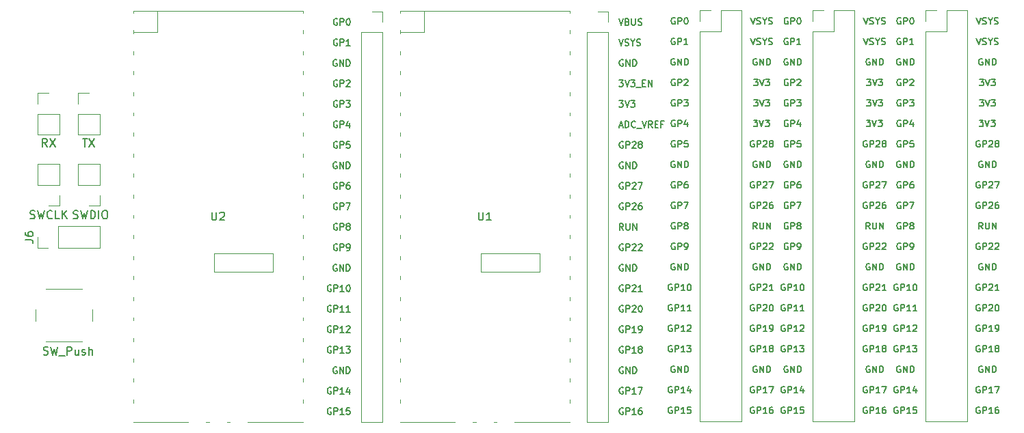
<source format=gbr>
%TF.GenerationSoftware,KiCad,Pcbnew,7.0.2*%
%TF.CreationDate,2023-05-26T12:13:05+09:00*%
%TF.ProjectId,KiCad,4b694361-642e-46b6-9963-61645f706362,rev?*%
%TF.SameCoordinates,PX41cdb40PY67f3540*%
%TF.FileFunction,Legend,Top*%
%TF.FilePolarity,Positive*%
%FSLAX46Y46*%
G04 Gerber Fmt 4.6, Leading zero omitted, Abs format (unit mm)*
G04 Created by KiCad (PCBNEW 7.0.2) date 2023-05-26 12:13:05*
%MOMM*%
%LPD*%
G01*
G04 APERTURE LIST*
%ADD10C,0.150000*%
%ADD11C,0.120000*%
%ADD12C,0.100000*%
G04 APERTURE END LIST*
D10*
%TO.C,U1*%
X57238095Y27537381D02*
X57238095Y26727858D01*
X57238095Y26727858D02*
X57285714Y26632620D01*
X57285714Y26632620D02*
X57333333Y26585000D01*
X57333333Y26585000D02*
X57428571Y26537381D01*
X57428571Y26537381D02*
X57619047Y26537381D01*
X57619047Y26537381D02*
X57714285Y26585000D01*
X57714285Y26585000D02*
X57761904Y26632620D01*
X57761904Y26632620D02*
X57809523Y26727858D01*
X57809523Y26727858D02*
X57809523Y27537381D01*
X58809523Y26537381D02*
X58238095Y26537381D01*
X58523809Y26537381D02*
X58523809Y27537381D01*
X58523809Y27537381D02*
X58428571Y27394524D01*
X58428571Y27394524D02*
X58333333Y27299286D01*
X58333333Y27299286D02*
X58238095Y27251667D01*
%TO.C,U2*%
X24218095Y27537381D02*
X24218095Y26727858D01*
X24218095Y26727858D02*
X24265714Y26632620D01*
X24265714Y26632620D02*
X24313333Y26585000D01*
X24313333Y26585000D02*
X24408571Y26537381D01*
X24408571Y26537381D02*
X24599047Y26537381D01*
X24599047Y26537381D02*
X24694285Y26585000D01*
X24694285Y26585000D02*
X24741904Y26632620D01*
X24741904Y26632620D02*
X24789523Y26727858D01*
X24789523Y26727858D02*
X24789523Y27537381D01*
X25218095Y27442143D02*
X25265714Y27489762D01*
X25265714Y27489762D02*
X25360952Y27537381D01*
X25360952Y27537381D02*
X25599047Y27537381D01*
X25599047Y27537381D02*
X25694285Y27489762D01*
X25694285Y27489762D02*
X25741904Y27442143D01*
X25741904Y27442143D02*
X25789523Y27346905D01*
X25789523Y27346905D02*
X25789523Y27251667D01*
X25789523Y27251667D02*
X25741904Y27108810D01*
X25741904Y27108810D02*
X25170476Y26537381D01*
X25170476Y26537381D02*
X25789523Y26537381D01*
%TO.C,J3*%
X91332618Y36366810D02*
X91256428Y36404905D01*
X91256428Y36404905D02*
X91142142Y36404905D01*
X91142142Y36404905D02*
X91027856Y36366810D01*
X91027856Y36366810D02*
X90951666Y36290620D01*
X90951666Y36290620D02*
X90913571Y36214429D01*
X90913571Y36214429D02*
X90875475Y36062048D01*
X90875475Y36062048D02*
X90875475Y35947762D01*
X90875475Y35947762D02*
X90913571Y35795381D01*
X90913571Y35795381D02*
X90951666Y35719191D01*
X90951666Y35719191D02*
X91027856Y35643000D01*
X91027856Y35643000D02*
X91142142Y35604905D01*
X91142142Y35604905D02*
X91218333Y35604905D01*
X91218333Y35604905D02*
X91332618Y35643000D01*
X91332618Y35643000D02*
X91370714Y35681096D01*
X91370714Y35681096D02*
X91370714Y35947762D01*
X91370714Y35947762D02*
X91218333Y35947762D01*
X91713571Y35604905D02*
X91713571Y36404905D01*
X91713571Y36404905D02*
X92018333Y36404905D01*
X92018333Y36404905D02*
X92094523Y36366810D01*
X92094523Y36366810D02*
X92132618Y36328715D01*
X92132618Y36328715D02*
X92170714Y36252524D01*
X92170714Y36252524D02*
X92170714Y36138239D01*
X92170714Y36138239D02*
X92132618Y36062048D01*
X92132618Y36062048D02*
X92094523Y36023953D01*
X92094523Y36023953D02*
X92018333Y35985858D01*
X92018333Y35985858D02*
X91713571Y35985858D01*
X92475475Y36328715D02*
X92513571Y36366810D01*
X92513571Y36366810D02*
X92589761Y36404905D01*
X92589761Y36404905D02*
X92780237Y36404905D01*
X92780237Y36404905D02*
X92856428Y36366810D01*
X92856428Y36366810D02*
X92894523Y36328715D01*
X92894523Y36328715D02*
X92932618Y36252524D01*
X92932618Y36252524D02*
X92932618Y36176334D01*
X92932618Y36176334D02*
X92894523Y36062048D01*
X92894523Y36062048D02*
X92437380Y35604905D01*
X92437380Y35604905D02*
X92932618Y35604905D01*
X93389761Y36062048D02*
X93313571Y36100143D01*
X93313571Y36100143D02*
X93275476Y36138239D01*
X93275476Y36138239D02*
X93237380Y36214429D01*
X93237380Y36214429D02*
X93237380Y36252524D01*
X93237380Y36252524D02*
X93275476Y36328715D01*
X93275476Y36328715D02*
X93313571Y36366810D01*
X93313571Y36366810D02*
X93389761Y36404905D01*
X93389761Y36404905D02*
X93542142Y36404905D01*
X93542142Y36404905D02*
X93618333Y36366810D01*
X93618333Y36366810D02*
X93656428Y36328715D01*
X93656428Y36328715D02*
X93694523Y36252524D01*
X93694523Y36252524D02*
X93694523Y36214429D01*
X93694523Y36214429D02*
X93656428Y36138239D01*
X93656428Y36138239D02*
X93618333Y36100143D01*
X93618333Y36100143D02*
X93542142Y36062048D01*
X93542142Y36062048D02*
X93389761Y36062048D01*
X93389761Y36062048D02*
X93313571Y36023953D01*
X93313571Y36023953D02*
X93275476Y35985858D01*
X93275476Y35985858D02*
X93237380Y35909667D01*
X93237380Y35909667D02*
X93237380Y35757286D01*
X93237380Y35757286D02*
X93275476Y35681096D01*
X93275476Y35681096D02*
X93313571Y35643000D01*
X93313571Y35643000D02*
X93389761Y35604905D01*
X93389761Y35604905D02*
X93542142Y35604905D01*
X93542142Y35604905D02*
X93618333Y35643000D01*
X93618333Y35643000D02*
X93656428Y35681096D01*
X93656428Y35681096D02*
X93694523Y35757286D01*
X93694523Y35757286D02*
X93694523Y35909667D01*
X93694523Y35909667D02*
X93656428Y35985858D01*
X93656428Y35985858D02*
X93618333Y36023953D01*
X93618333Y36023953D02*
X93542142Y36062048D01*
X91265817Y38971732D02*
X91761055Y38971732D01*
X91761055Y38971732D02*
X91494389Y38666970D01*
X91494389Y38666970D02*
X91608674Y38666970D01*
X91608674Y38666970D02*
X91684865Y38628875D01*
X91684865Y38628875D02*
X91722960Y38590780D01*
X91722960Y38590780D02*
X91761055Y38514589D01*
X91761055Y38514589D02*
X91761055Y38324113D01*
X91761055Y38324113D02*
X91722960Y38247923D01*
X91722960Y38247923D02*
X91684865Y38209827D01*
X91684865Y38209827D02*
X91608674Y38171732D01*
X91608674Y38171732D02*
X91380103Y38171732D01*
X91380103Y38171732D02*
X91303912Y38209827D01*
X91303912Y38209827D02*
X91265817Y38247923D01*
X91989627Y38971732D02*
X92256294Y38171732D01*
X92256294Y38171732D02*
X92522960Y38971732D01*
X92713436Y38971732D02*
X93208674Y38971732D01*
X93208674Y38971732D02*
X92942008Y38666970D01*
X92942008Y38666970D02*
X93056293Y38666970D01*
X93056293Y38666970D02*
X93132484Y38628875D01*
X93132484Y38628875D02*
X93170579Y38590780D01*
X93170579Y38590780D02*
X93208674Y38514589D01*
X93208674Y38514589D02*
X93208674Y38324113D01*
X93208674Y38324113D02*
X93170579Y38247923D01*
X93170579Y38247923D02*
X93132484Y38209827D01*
X93132484Y38209827D02*
X93056293Y38171732D01*
X93056293Y38171732D02*
X92827722Y38171732D01*
X92827722Y38171732D02*
X92751531Y38209827D01*
X92751531Y38209827D02*
X92713436Y38247923D01*
X91332618Y18586810D02*
X91256428Y18624905D01*
X91256428Y18624905D02*
X91142142Y18624905D01*
X91142142Y18624905D02*
X91027856Y18586810D01*
X91027856Y18586810D02*
X90951666Y18510620D01*
X90951666Y18510620D02*
X90913571Y18434429D01*
X90913571Y18434429D02*
X90875475Y18282048D01*
X90875475Y18282048D02*
X90875475Y18167762D01*
X90875475Y18167762D02*
X90913571Y18015381D01*
X90913571Y18015381D02*
X90951666Y17939191D01*
X90951666Y17939191D02*
X91027856Y17863000D01*
X91027856Y17863000D02*
X91142142Y17824905D01*
X91142142Y17824905D02*
X91218333Y17824905D01*
X91218333Y17824905D02*
X91332618Y17863000D01*
X91332618Y17863000D02*
X91370714Y17901096D01*
X91370714Y17901096D02*
X91370714Y18167762D01*
X91370714Y18167762D02*
X91218333Y18167762D01*
X91713571Y17824905D02*
X91713571Y18624905D01*
X91713571Y18624905D02*
X92018333Y18624905D01*
X92018333Y18624905D02*
X92094523Y18586810D01*
X92094523Y18586810D02*
X92132618Y18548715D01*
X92132618Y18548715D02*
X92170714Y18472524D01*
X92170714Y18472524D02*
X92170714Y18358239D01*
X92170714Y18358239D02*
X92132618Y18282048D01*
X92132618Y18282048D02*
X92094523Y18243953D01*
X92094523Y18243953D02*
X92018333Y18205858D01*
X92018333Y18205858D02*
X91713571Y18205858D01*
X92475475Y18548715D02*
X92513571Y18586810D01*
X92513571Y18586810D02*
X92589761Y18624905D01*
X92589761Y18624905D02*
X92780237Y18624905D01*
X92780237Y18624905D02*
X92856428Y18586810D01*
X92856428Y18586810D02*
X92894523Y18548715D01*
X92894523Y18548715D02*
X92932618Y18472524D01*
X92932618Y18472524D02*
X92932618Y18396334D01*
X92932618Y18396334D02*
X92894523Y18282048D01*
X92894523Y18282048D02*
X92437380Y17824905D01*
X92437380Y17824905D02*
X92932618Y17824905D01*
X93694523Y17824905D02*
X93237380Y17824905D01*
X93465952Y17824905D02*
X93465952Y18624905D01*
X93465952Y18624905D02*
X93389761Y18510620D01*
X93389761Y18510620D02*
X93313571Y18434429D01*
X93313571Y18434429D02*
X93237380Y18396334D01*
X91332618Y31286810D02*
X91256428Y31324905D01*
X91256428Y31324905D02*
X91142142Y31324905D01*
X91142142Y31324905D02*
X91027856Y31286810D01*
X91027856Y31286810D02*
X90951666Y31210620D01*
X90951666Y31210620D02*
X90913571Y31134429D01*
X90913571Y31134429D02*
X90875475Y30982048D01*
X90875475Y30982048D02*
X90875475Y30867762D01*
X90875475Y30867762D02*
X90913571Y30715381D01*
X90913571Y30715381D02*
X90951666Y30639191D01*
X90951666Y30639191D02*
X91027856Y30563000D01*
X91027856Y30563000D02*
X91142142Y30524905D01*
X91142142Y30524905D02*
X91218333Y30524905D01*
X91218333Y30524905D02*
X91332618Y30563000D01*
X91332618Y30563000D02*
X91370714Y30601096D01*
X91370714Y30601096D02*
X91370714Y30867762D01*
X91370714Y30867762D02*
X91218333Y30867762D01*
X91713571Y30524905D02*
X91713571Y31324905D01*
X91713571Y31324905D02*
X92018333Y31324905D01*
X92018333Y31324905D02*
X92094523Y31286810D01*
X92094523Y31286810D02*
X92132618Y31248715D01*
X92132618Y31248715D02*
X92170714Y31172524D01*
X92170714Y31172524D02*
X92170714Y31058239D01*
X92170714Y31058239D02*
X92132618Y30982048D01*
X92132618Y30982048D02*
X92094523Y30943953D01*
X92094523Y30943953D02*
X92018333Y30905858D01*
X92018333Y30905858D02*
X91713571Y30905858D01*
X92475475Y31248715D02*
X92513571Y31286810D01*
X92513571Y31286810D02*
X92589761Y31324905D01*
X92589761Y31324905D02*
X92780237Y31324905D01*
X92780237Y31324905D02*
X92856428Y31286810D01*
X92856428Y31286810D02*
X92894523Y31248715D01*
X92894523Y31248715D02*
X92932618Y31172524D01*
X92932618Y31172524D02*
X92932618Y31096334D01*
X92932618Y31096334D02*
X92894523Y30982048D01*
X92894523Y30982048D02*
X92437380Y30524905D01*
X92437380Y30524905D02*
X92932618Y30524905D01*
X93199285Y31324905D02*
X93732619Y31324905D01*
X93732619Y31324905D02*
X93389761Y30524905D01*
X81172618Y18586810D02*
X81096428Y18624905D01*
X81096428Y18624905D02*
X80982142Y18624905D01*
X80982142Y18624905D02*
X80867856Y18586810D01*
X80867856Y18586810D02*
X80791666Y18510620D01*
X80791666Y18510620D02*
X80753571Y18434429D01*
X80753571Y18434429D02*
X80715475Y18282048D01*
X80715475Y18282048D02*
X80715475Y18167762D01*
X80715475Y18167762D02*
X80753571Y18015381D01*
X80753571Y18015381D02*
X80791666Y17939191D01*
X80791666Y17939191D02*
X80867856Y17863000D01*
X80867856Y17863000D02*
X80982142Y17824905D01*
X80982142Y17824905D02*
X81058333Y17824905D01*
X81058333Y17824905D02*
X81172618Y17863000D01*
X81172618Y17863000D02*
X81210714Y17901096D01*
X81210714Y17901096D02*
X81210714Y18167762D01*
X81210714Y18167762D02*
X81058333Y18167762D01*
X81553571Y17824905D02*
X81553571Y18624905D01*
X81553571Y18624905D02*
X81858333Y18624905D01*
X81858333Y18624905D02*
X81934523Y18586810D01*
X81934523Y18586810D02*
X81972618Y18548715D01*
X81972618Y18548715D02*
X82010714Y18472524D01*
X82010714Y18472524D02*
X82010714Y18358239D01*
X82010714Y18358239D02*
X81972618Y18282048D01*
X81972618Y18282048D02*
X81934523Y18243953D01*
X81934523Y18243953D02*
X81858333Y18205858D01*
X81858333Y18205858D02*
X81553571Y18205858D01*
X82772618Y17824905D02*
X82315475Y17824905D01*
X82544047Y17824905D02*
X82544047Y18624905D01*
X82544047Y18624905D02*
X82467856Y18510620D01*
X82467856Y18510620D02*
X82391666Y18434429D01*
X82391666Y18434429D02*
X82315475Y18396334D01*
X83267857Y18624905D02*
X83344047Y18624905D01*
X83344047Y18624905D02*
X83420238Y18586810D01*
X83420238Y18586810D02*
X83458333Y18548715D01*
X83458333Y18548715D02*
X83496428Y18472524D01*
X83496428Y18472524D02*
X83534523Y18320143D01*
X83534523Y18320143D02*
X83534523Y18129667D01*
X83534523Y18129667D02*
X83496428Y17977286D01*
X83496428Y17977286D02*
X83458333Y17901096D01*
X83458333Y17901096D02*
X83420238Y17863000D01*
X83420238Y17863000D02*
X83344047Y17824905D01*
X83344047Y17824905D02*
X83267857Y17824905D01*
X83267857Y17824905D02*
X83191666Y17863000D01*
X83191666Y17863000D02*
X83153571Y17901096D01*
X83153571Y17901096D02*
X83115476Y17977286D01*
X83115476Y17977286D02*
X83077380Y18129667D01*
X83077380Y18129667D02*
X83077380Y18320143D01*
X83077380Y18320143D02*
X83115476Y18472524D01*
X83115476Y18472524D02*
X83153571Y18548715D01*
X83153571Y18548715D02*
X83191666Y18586810D01*
X83191666Y18586810D02*
X83267857Y18624905D01*
X91332618Y16046810D02*
X91256428Y16084905D01*
X91256428Y16084905D02*
X91142142Y16084905D01*
X91142142Y16084905D02*
X91027856Y16046810D01*
X91027856Y16046810D02*
X90951666Y15970620D01*
X90951666Y15970620D02*
X90913571Y15894429D01*
X90913571Y15894429D02*
X90875475Y15742048D01*
X90875475Y15742048D02*
X90875475Y15627762D01*
X90875475Y15627762D02*
X90913571Y15475381D01*
X90913571Y15475381D02*
X90951666Y15399191D01*
X90951666Y15399191D02*
X91027856Y15323000D01*
X91027856Y15323000D02*
X91142142Y15284905D01*
X91142142Y15284905D02*
X91218333Y15284905D01*
X91218333Y15284905D02*
X91332618Y15323000D01*
X91332618Y15323000D02*
X91370714Y15361096D01*
X91370714Y15361096D02*
X91370714Y15627762D01*
X91370714Y15627762D02*
X91218333Y15627762D01*
X91713571Y15284905D02*
X91713571Y16084905D01*
X91713571Y16084905D02*
X92018333Y16084905D01*
X92018333Y16084905D02*
X92094523Y16046810D01*
X92094523Y16046810D02*
X92132618Y16008715D01*
X92132618Y16008715D02*
X92170714Y15932524D01*
X92170714Y15932524D02*
X92170714Y15818239D01*
X92170714Y15818239D02*
X92132618Y15742048D01*
X92132618Y15742048D02*
X92094523Y15703953D01*
X92094523Y15703953D02*
X92018333Y15665858D01*
X92018333Y15665858D02*
X91713571Y15665858D01*
X92475475Y16008715D02*
X92513571Y16046810D01*
X92513571Y16046810D02*
X92589761Y16084905D01*
X92589761Y16084905D02*
X92780237Y16084905D01*
X92780237Y16084905D02*
X92856428Y16046810D01*
X92856428Y16046810D02*
X92894523Y16008715D01*
X92894523Y16008715D02*
X92932618Y15932524D01*
X92932618Y15932524D02*
X92932618Y15856334D01*
X92932618Y15856334D02*
X92894523Y15742048D01*
X92894523Y15742048D02*
X92437380Y15284905D01*
X92437380Y15284905D02*
X92932618Y15284905D01*
X93427857Y16084905D02*
X93504047Y16084905D01*
X93504047Y16084905D02*
X93580238Y16046810D01*
X93580238Y16046810D02*
X93618333Y16008715D01*
X93618333Y16008715D02*
X93656428Y15932524D01*
X93656428Y15932524D02*
X93694523Y15780143D01*
X93694523Y15780143D02*
X93694523Y15589667D01*
X93694523Y15589667D02*
X93656428Y15437286D01*
X93656428Y15437286D02*
X93618333Y15361096D01*
X93618333Y15361096D02*
X93580238Y15323000D01*
X93580238Y15323000D02*
X93504047Y15284905D01*
X93504047Y15284905D02*
X93427857Y15284905D01*
X93427857Y15284905D02*
X93351666Y15323000D01*
X93351666Y15323000D02*
X93313571Y15361096D01*
X93313571Y15361096D02*
X93275476Y15437286D01*
X93275476Y15437286D02*
X93237380Y15589667D01*
X93237380Y15589667D02*
X93237380Y15780143D01*
X93237380Y15780143D02*
X93275476Y15932524D01*
X93275476Y15932524D02*
X93313571Y16008715D01*
X93313571Y16008715D02*
X93351666Y16046810D01*
X93351666Y16046810D02*
X93427857Y16084905D01*
X81553571Y28746810D02*
X81477381Y28784905D01*
X81477381Y28784905D02*
X81363095Y28784905D01*
X81363095Y28784905D02*
X81248809Y28746810D01*
X81248809Y28746810D02*
X81172619Y28670620D01*
X81172619Y28670620D02*
X81134524Y28594429D01*
X81134524Y28594429D02*
X81096428Y28442048D01*
X81096428Y28442048D02*
X81096428Y28327762D01*
X81096428Y28327762D02*
X81134524Y28175381D01*
X81134524Y28175381D02*
X81172619Y28099191D01*
X81172619Y28099191D02*
X81248809Y28023000D01*
X81248809Y28023000D02*
X81363095Y27984905D01*
X81363095Y27984905D02*
X81439286Y27984905D01*
X81439286Y27984905D02*
X81553571Y28023000D01*
X81553571Y28023000D02*
X81591667Y28061096D01*
X81591667Y28061096D02*
X81591667Y28327762D01*
X81591667Y28327762D02*
X81439286Y28327762D01*
X81934524Y27984905D02*
X81934524Y28784905D01*
X81934524Y28784905D02*
X82239286Y28784905D01*
X82239286Y28784905D02*
X82315476Y28746810D01*
X82315476Y28746810D02*
X82353571Y28708715D01*
X82353571Y28708715D02*
X82391667Y28632524D01*
X82391667Y28632524D02*
X82391667Y28518239D01*
X82391667Y28518239D02*
X82353571Y28442048D01*
X82353571Y28442048D02*
X82315476Y28403953D01*
X82315476Y28403953D02*
X82239286Y28365858D01*
X82239286Y28365858D02*
X81934524Y28365858D01*
X82658333Y28784905D02*
X83191667Y28784905D01*
X83191667Y28784905D02*
X82848809Y27984905D01*
X81172618Y5886810D02*
X81096428Y5924905D01*
X81096428Y5924905D02*
X80982142Y5924905D01*
X80982142Y5924905D02*
X80867856Y5886810D01*
X80867856Y5886810D02*
X80791666Y5810620D01*
X80791666Y5810620D02*
X80753571Y5734429D01*
X80753571Y5734429D02*
X80715475Y5582048D01*
X80715475Y5582048D02*
X80715475Y5467762D01*
X80715475Y5467762D02*
X80753571Y5315381D01*
X80753571Y5315381D02*
X80791666Y5239191D01*
X80791666Y5239191D02*
X80867856Y5163000D01*
X80867856Y5163000D02*
X80982142Y5124905D01*
X80982142Y5124905D02*
X81058333Y5124905D01*
X81058333Y5124905D02*
X81172618Y5163000D01*
X81172618Y5163000D02*
X81210714Y5201096D01*
X81210714Y5201096D02*
X81210714Y5467762D01*
X81210714Y5467762D02*
X81058333Y5467762D01*
X81553571Y5124905D02*
X81553571Y5924905D01*
X81553571Y5924905D02*
X81858333Y5924905D01*
X81858333Y5924905D02*
X81934523Y5886810D01*
X81934523Y5886810D02*
X81972618Y5848715D01*
X81972618Y5848715D02*
X82010714Y5772524D01*
X82010714Y5772524D02*
X82010714Y5658239D01*
X82010714Y5658239D02*
X81972618Y5582048D01*
X81972618Y5582048D02*
X81934523Y5543953D01*
X81934523Y5543953D02*
X81858333Y5505858D01*
X81858333Y5505858D02*
X81553571Y5505858D01*
X82772618Y5124905D02*
X82315475Y5124905D01*
X82544047Y5124905D02*
X82544047Y5924905D01*
X82544047Y5924905D02*
X82467856Y5810620D01*
X82467856Y5810620D02*
X82391666Y5734429D01*
X82391666Y5734429D02*
X82315475Y5696334D01*
X83458333Y5658239D02*
X83458333Y5124905D01*
X83267857Y5963000D02*
X83077380Y5391572D01*
X83077380Y5391572D02*
X83572619Y5391572D01*
X81518178Y49085716D02*
X81441988Y49123811D01*
X81441988Y49123811D02*
X81327702Y49123811D01*
X81327702Y49123811D02*
X81213416Y49085716D01*
X81213416Y49085716D02*
X81137226Y49009526D01*
X81137226Y49009526D02*
X81099131Y48933335D01*
X81099131Y48933335D02*
X81061035Y48780954D01*
X81061035Y48780954D02*
X81061035Y48666668D01*
X81061035Y48666668D02*
X81099131Y48514287D01*
X81099131Y48514287D02*
X81137226Y48438097D01*
X81137226Y48438097D02*
X81213416Y48361906D01*
X81213416Y48361906D02*
X81327702Y48323811D01*
X81327702Y48323811D02*
X81403893Y48323811D01*
X81403893Y48323811D02*
X81518178Y48361906D01*
X81518178Y48361906D02*
X81556274Y48400002D01*
X81556274Y48400002D02*
X81556274Y48666668D01*
X81556274Y48666668D02*
X81403893Y48666668D01*
X81899131Y48323811D02*
X81899131Y49123811D01*
X81899131Y49123811D02*
X82203893Y49123811D01*
X82203893Y49123811D02*
X82280083Y49085716D01*
X82280083Y49085716D02*
X82318178Y49047621D01*
X82318178Y49047621D02*
X82356274Y48971430D01*
X82356274Y48971430D02*
X82356274Y48857145D01*
X82356274Y48857145D02*
X82318178Y48780954D01*
X82318178Y48780954D02*
X82280083Y48742859D01*
X82280083Y48742859D02*
X82203893Y48704764D01*
X82203893Y48704764D02*
X81899131Y48704764D01*
X83118178Y48323811D02*
X82661035Y48323811D01*
X82889607Y48323811D02*
X82889607Y49123811D01*
X82889607Y49123811D02*
X82813416Y49009526D01*
X82813416Y49009526D02*
X82737226Y48933335D01*
X82737226Y48933335D02*
X82661035Y48895240D01*
X81172618Y16046810D02*
X81096428Y16084905D01*
X81096428Y16084905D02*
X80982142Y16084905D01*
X80982142Y16084905D02*
X80867856Y16046810D01*
X80867856Y16046810D02*
X80791666Y15970620D01*
X80791666Y15970620D02*
X80753571Y15894429D01*
X80753571Y15894429D02*
X80715475Y15742048D01*
X80715475Y15742048D02*
X80715475Y15627762D01*
X80715475Y15627762D02*
X80753571Y15475381D01*
X80753571Y15475381D02*
X80791666Y15399191D01*
X80791666Y15399191D02*
X80867856Y15323000D01*
X80867856Y15323000D02*
X80982142Y15284905D01*
X80982142Y15284905D02*
X81058333Y15284905D01*
X81058333Y15284905D02*
X81172618Y15323000D01*
X81172618Y15323000D02*
X81210714Y15361096D01*
X81210714Y15361096D02*
X81210714Y15627762D01*
X81210714Y15627762D02*
X81058333Y15627762D01*
X81553571Y15284905D02*
X81553571Y16084905D01*
X81553571Y16084905D02*
X81858333Y16084905D01*
X81858333Y16084905D02*
X81934523Y16046810D01*
X81934523Y16046810D02*
X81972618Y16008715D01*
X81972618Y16008715D02*
X82010714Y15932524D01*
X82010714Y15932524D02*
X82010714Y15818239D01*
X82010714Y15818239D02*
X81972618Y15742048D01*
X81972618Y15742048D02*
X81934523Y15703953D01*
X81934523Y15703953D02*
X81858333Y15665858D01*
X81858333Y15665858D02*
X81553571Y15665858D01*
X82772618Y15284905D02*
X82315475Y15284905D01*
X82544047Y15284905D02*
X82544047Y16084905D01*
X82544047Y16084905D02*
X82467856Y15970620D01*
X82467856Y15970620D02*
X82391666Y15894429D01*
X82391666Y15894429D02*
X82315475Y15856334D01*
X83534523Y15284905D02*
X83077380Y15284905D01*
X83305952Y15284905D02*
X83305952Y16084905D01*
X83305952Y16084905D02*
X83229761Y15970620D01*
X83229761Y15970620D02*
X83153571Y15894429D01*
X83153571Y15894429D02*
X83077380Y15856334D01*
X81172618Y3346810D02*
X81096428Y3384905D01*
X81096428Y3384905D02*
X80982142Y3384905D01*
X80982142Y3384905D02*
X80867856Y3346810D01*
X80867856Y3346810D02*
X80791666Y3270620D01*
X80791666Y3270620D02*
X80753571Y3194429D01*
X80753571Y3194429D02*
X80715475Y3042048D01*
X80715475Y3042048D02*
X80715475Y2927762D01*
X80715475Y2927762D02*
X80753571Y2775381D01*
X80753571Y2775381D02*
X80791666Y2699191D01*
X80791666Y2699191D02*
X80867856Y2623000D01*
X80867856Y2623000D02*
X80982142Y2584905D01*
X80982142Y2584905D02*
X81058333Y2584905D01*
X81058333Y2584905D02*
X81172618Y2623000D01*
X81172618Y2623000D02*
X81210714Y2661096D01*
X81210714Y2661096D02*
X81210714Y2927762D01*
X81210714Y2927762D02*
X81058333Y2927762D01*
X81553571Y2584905D02*
X81553571Y3384905D01*
X81553571Y3384905D02*
X81858333Y3384905D01*
X81858333Y3384905D02*
X81934523Y3346810D01*
X81934523Y3346810D02*
X81972618Y3308715D01*
X81972618Y3308715D02*
X82010714Y3232524D01*
X82010714Y3232524D02*
X82010714Y3118239D01*
X82010714Y3118239D02*
X81972618Y3042048D01*
X81972618Y3042048D02*
X81934523Y3003953D01*
X81934523Y3003953D02*
X81858333Y2965858D01*
X81858333Y2965858D02*
X81553571Y2965858D01*
X82772618Y2584905D02*
X82315475Y2584905D01*
X82544047Y2584905D02*
X82544047Y3384905D01*
X82544047Y3384905D02*
X82467856Y3270620D01*
X82467856Y3270620D02*
X82391666Y3194429D01*
X82391666Y3194429D02*
X82315475Y3156334D01*
X83496428Y3384905D02*
X83115476Y3384905D01*
X83115476Y3384905D02*
X83077380Y3003953D01*
X83077380Y3003953D02*
X83115476Y3042048D01*
X83115476Y3042048D02*
X83191666Y3080143D01*
X83191666Y3080143D02*
X83382142Y3080143D01*
X83382142Y3080143D02*
X83458333Y3042048D01*
X83458333Y3042048D02*
X83496428Y3003953D01*
X83496428Y3003953D02*
X83534523Y2927762D01*
X83534523Y2927762D02*
X83534523Y2737286D01*
X83534523Y2737286D02*
X83496428Y2661096D01*
X83496428Y2661096D02*
X83458333Y2623000D01*
X83458333Y2623000D02*
X83382142Y2584905D01*
X83382142Y2584905D02*
X83191666Y2584905D01*
X83191666Y2584905D02*
X83115476Y2623000D01*
X83115476Y2623000D02*
X83077380Y2661096D01*
X91675476Y46526810D02*
X91599286Y46564905D01*
X91599286Y46564905D02*
X91485000Y46564905D01*
X91485000Y46564905D02*
X91370714Y46526810D01*
X91370714Y46526810D02*
X91294524Y46450620D01*
X91294524Y46450620D02*
X91256429Y46374429D01*
X91256429Y46374429D02*
X91218333Y46222048D01*
X91218333Y46222048D02*
X91218333Y46107762D01*
X91218333Y46107762D02*
X91256429Y45955381D01*
X91256429Y45955381D02*
X91294524Y45879191D01*
X91294524Y45879191D02*
X91370714Y45803000D01*
X91370714Y45803000D02*
X91485000Y45764905D01*
X91485000Y45764905D02*
X91561191Y45764905D01*
X91561191Y45764905D02*
X91675476Y45803000D01*
X91675476Y45803000D02*
X91713572Y45841096D01*
X91713572Y45841096D02*
X91713572Y46107762D01*
X91713572Y46107762D02*
X91561191Y46107762D01*
X92056429Y45764905D02*
X92056429Y46564905D01*
X92056429Y46564905D02*
X92513572Y45764905D01*
X92513572Y45764905D02*
X92513572Y46564905D01*
X92894524Y45764905D02*
X92894524Y46564905D01*
X92894524Y46564905D02*
X93085000Y46564905D01*
X93085000Y46564905D02*
X93199286Y46526810D01*
X93199286Y46526810D02*
X93275476Y46450620D01*
X93275476Y46450620D02*
X93313571Y46374429D01*
X93313571Y46374429D02*
X93351667Y46222048D01*
X93351667Y46222048D02*
X93351667Y46107762D01*
X93351667Y46107762D02*
X93313571Y45955381D01*
X93313571Y45955381D02*
X93275476Y45879191D01*
X93275476Y45879191D02*
X93199286Y45803000D01*
X93199286Y45803000D02*
X93085000Y45764905D01*
X93085000Y45764905D02*
X92894524Y45764905D01*
X91332618Y13506810D02*
X91256428Y13544905D01*
X91256428Y13544905D02*
X91142142Y13544905D01*
X91142142Y13544905D02*
X91027856Y13506810D01*
X91027856Y13506810D02*
X90951666Y13430620D01*
X90951666Y13430620D02*
X90913571Y13354429D01*
X90913571Y13354429D02*
X90875475Y13202048D01*
X90875475Y13202048D02*
X90875475Y13087762D01*
X90875475Y13087762D02*
X90913571Y12935381D01*
X90913571Y12935381D02*
X90951666Y12859191D01*
X90951666Y12859191D02*
X91027856Y12783000D01*
X91027856Y12783000D02*
X91142142Y12744905D01*
X91142142Y12744905D02*
X91218333Y12744905D01*
X91218333Y12744905D02*
X91332618Y12783000D01*
X91332618Y12783000D02*
X91370714Y12821096D01*
X91370714Y12821096D02*
X91370714Y13087762D01*
X91370714Y13087762D02*
X91218333Y13087762D01*
X91713571Y12744905D02*
X91713571Y13544905D01*
X91713571Y13544905D02*
X92018333Y13544905D01*
X92018333Y13544905D02*
X92094523Y13506810D01*
X92094523Y13506810D02*
X92132618Y13468715D01*
X92132618Y13468715D02*
X92170714Y13392524D01*
X92170714Y13392524D02*
X92170714Y13278239D01*
X92170714Y13278239D02*
X92132618Y13202048D01*
X92132618Y13202048D02*
X92094523Y13163953D01*
X92094523Y13163953D02*
X92018333Y13125858D01*
X92018333Y13125858D02*
X91713571Y13125858D01*
X92932618Y12744905D02*
X92475475Y12744905D01*
X92704047Y12744905D02*
X92704047Y13544905D01*
X92704047Y13544905D02*
X92627856Y13430620D01*
X92627856Y13430620D02*
X92551666Y13354429D01*
X92551666Y13354429D02*
X92475475Y13316334D01*
X93313571Y12744905D02*
X93465952Y12744905D01*
X93465952Y12744905D02*
X93542142Y12783000D01*
X93542142Y12783000D02*
X93580238Y12821096D01*
X93580238Y12821096D02*
X93656428Y12935381D01*
X93656428Y12935381D02*
X93694523Y13087762D01*
X93694523Y13087762D02*
X93694523Y13392524D01*
X93694523Y13392524D02*
X93656428Y13468715D01*
X93656428Y13468715D02*
X93618333Y13506810D01*
X93618333Y13506810D02*
X93542142Y13544905D01*
X93542142Y13544905D02*
X93389761Y13544905D01*
X93389761Y13544905D02*
X93313571Y13506810D01*
X93313571Y13506810D02*
X93275476Y13468715D01*
X93275476Y13468715D02*
X93237380Y13392524D01*
X93237380Y13392524D02*
X93237380Y13202048D01*
X93237380Y13202048D02*
X93275476Y13125858D01*
X93275476Y13125858D02*
X93313571Y13087762D01*
X93313571Y13087762D02*
X93389761Y13049667D01*
X93389761Y13049667D02*
X93542142Y13049667D01*
X93542142Y13049667D02*
X93618333Y13087762D01*
X93618333Y13087762D02*
X93656428Y13125858D01*
X93656428Y13125858D02*
X93694523Y13202048D01*
X81553571Y26206810D02*
X81477381Y26244905D01*
X81477381Y26244905D02*
X81363095Y26244905D01*
X81363095Y26244905D02*
X81248809Y26206810D01*
X81248809Y26206810D02*
X81172619Y26130620D01*
X81172619Y26130620D02*
X81134524Y26054429D01*
X81134524Y26054429D02*
X81096428Y25902048D01*
X81096428Y25902048D02*
X81096428Y25787762D01*
X81096428Y25787762D02*
X81134524Y25635381D01*
X81134524Y25635381D02*
X81172619Y25559191D01*
X81172619Y25559191D02*
X81248809Y25483000D01*
X81248809Y25483000D02*
X81363095Y25444905D01*
X81363095Y25444905D02*
X81439286Y25444905D01*
X81439286Y25444905D02*
X81553571Y25483000D01*
X81553571Y25483000D02*
X81591667Y25521096D01*
X81591667Y25521096D02*
X81591667Y25787762D01*
X81591667Y25787762D02*
X81439286Y25787762D01*
X81934524Y25444905D02*
X81934524Y26244905D01*
X81934524Y26244905D02*
X82239286Y26244905D01*
X82239286Y26244905D02*
X82315476Y26206810D01*
X82315476Y26206810D02*
X82353571Y26168715D01*
X82353571Y26168715D02*
X82391667Y26092524D01*
X82391667Y26092524D02*
X82391667Y25978239D01*
X82391667Y25978239D02*
X82353571Y25902048D01*
X82353571Y25902048D02*
X82315476Y25863953D01*
X82315476Y25863953D02*
X82239286Y25825858D01*
X82239286Y25825858D02*
X81934524Y25825858D01*
X82848809Y25902048D02*
X82772619Y25940143D01*
X82772619Y25940143D02*
X82734524Y25978239D01*
X82734524Y25978239D02*
X82696428Y26054429D01*
X82696428Y26054429D02*
X82696428Y26092524D01*
X82696428Y26092524D02*
X82734524Y26168715D01*
X82734524Y26168715D02*
X82772619Y26206810D01*
X82772619Y26206810D02*
X82848809Y26244905D01*
X82848809Y26244905D02*
X83001190Y26244905D01*
X83001190Y26244905D02*
X83077381Y26206810D01*
X83077381Y26206810D02*
X83115476Y26168715D01*
X83115476Y26168715D02*
X83153571Y26092524D01*
X83153571Y26092524D02*
X83153571Y26054429D01*
X83153571Y26054429D02*
X83115476Y25978239D01*
X83115476Y25978239D02*
X83077381Y25940143D01*
X83077381Y25940143D02*
X83001190Y25902048D01*
X83001190Y25902048D02*
X82848809Y25902048D01*
X82848809Y25902048D02*
X82772619Y25863953D01*
X82772619Y25863953D02*
X82734524Y25825858D01*
X82734524Y25825858D02*
X82696428Y25749667D01*
X82696428Y25749667D02*
X82696428Y25597286D01*
X82696428Y25597286D02*
X82734524Y25521096D01*
X82734524Y25521096D02*
X82772619Y25483000D01*
X82772619Y25483000D02*
X82848809Y25444905D01*
X82848809Y25444905D02*
X83001190Y25444905D01*
X83001190Y25444905D02*
X83077381Y25483000D01*
X83077381Y25483000D02*
X83115476Y25521096D01*
X83115476Y25521096D02*
X83153571Y25597286D01*
X83153571Y25597286D02*
X83153571Y25749667D01*
X83153571Y25749667D02*
X83115476Y25825858D01*
X83115476Y25825858D02*
X83077381Y25863953D01*
X83077381Y25863953D02*
X83001190Y25902048D01*
X81553571Y38906810D02*
X81477381Y38944905D01*
X81477381Y38944905D02*
X81363095Y38944905D01*
X81363095Y38944905D02*
X81248809Y38906810D01*
X81248809Y38906810D02*
X81172619Y38830620D01*
X81172619Y38830620D02*
X81134524Y38754429D01*
X81134524Y38754429D02*
X81096428Y38602048D01*
X81096428Y38602048D02*
X81096428Y38487762D01*
X81096428Y38487762D02*
X81134524Y38335381D01*
X81134524Y38335381D02*
X81172619Y38259191D01*
X81172619Y38259191D02*
X81248809Y38183000D01*
X81248809Y38183000D02*
X81363095Y38144905D01*
X81363095Y38144905D02*
X81439286Y38144905D01*
X81439286Y38144905D02*
X81553571Y38183000D01*
X81553571Y38183000D02*
X81591667Y38221096D01*
X81591667Y38221096D02*
X81591667Y38487762D01*
X81591667Y38487762D02*
X81439286Y38487762D01*
X81934524Y38144905D02*
X81934524Y38944905D01*
X81934524Y38944905D02*
X82239286Y38944905D01*
X82239286Y38944905D02*
X82315476Y38906810D01*
X82315476Y38906810D02*
X82353571Y38868715D01*
X82353571Y38868715D02*
X82391667Y38792524D01*
X82391667Y38792524D02*
X82391667Y38678239D01*
X82391667Y38678239D02*
X82353571Y38602048D01*
X82353571Y38602048D02*
X82315476Y38563953D01*
X82315476Y38563953D02*
X82239286Y38525858D01*
X82239286Y38525858D02*
X81934524Y38525858D01*
X83077381Y38678239D02*
X83077381Y38144905D01*
X82886905Y38983000D02*
X82696428Y38411572D01*
X82696428Y38411572D02*
X83191667Y38411572D01*
X91675476Y33826810D02*
X91599286Y33864905D01*
X91599286Y33864905D02*
X91485000Y33864905D01*
X91485000Y33864905D02*
X91370714Y33826810D01*
X91370714Y33826810D02*
X91294524Y33750620D01*
X91294524Y33750620D02*
X91256429Y33674429D01*
X91256429Y33674429D02*
X91218333Y33522048D01*
X91218333Y33522048D02*
X91218333Y33407762D01*
X91218333Y33407762D02*
X91256429Y33255381D01*
X91256429Y33255381D02*
X91294524Y33179191D01*
X91294524Y33179191D02*
X91370714Y33103000D01*
X91370714Y33103000D02*
X91485000Y33064905D01*
X91485000Y33064905D02*
X91561191Y33064905D01*
X91561191Y33064905D02*
X91675476Y33103000D01*
X91675476Y33103000D02*
X91713572Y33141096D01*
X91713572Y33141096D02*
X91713572Y33407762D01*
X91713572Y33407762D02*
X91561191Y33407762D01*
X92056429Y33064905D02*
X92056429Y33864905D01*
X92056429Y33864905D02*
X92513572Y33064905D01*
X92513572Y33064905D02*
X92513572Y33864905D01*
X92894524Y33064905D02*
X92894524Y33864905D01*
X92894524Y33864905D02*
X93085000Y33864905D01*
X93085000Y33864905D02*
X93199286Y33826810D01*
X93199286Y33826810D02*
X93275476Y33750620D01*
X93275476Y33750620D02*
X93313571Y33674429D01*
X93313571Y33674429D02*
X93351667Y33522048D01*
X93351667Y33522048D02*
X93351667Y33407762D01*
X93351667Y33407762D02*
X93313571Y33255381D01*
X93313571Y33255381D02*
X93275476Y33179191D01*
X93275476Y33179191D02*
X93199286Y33103000D01*
X93199286Y33103000D02*
X93085000Y33064905D01*
X93085000Y33064905D02*
X92894524Y33064905D01*
X91332618Y5886810D02*
X91256428Y5924905D01*
X91256428Y5924905D02*
X91142142Y5924905D01*
X91142142Y5924905D02*
X91027856Y5886810D01*
X91027856Y5886810D02*
X90951666Y5810620D01*
X90951666Y5810620D02*
X90913571Y5734429D01*
X90913571Y5734429D02*
X90875475Y5582048D01*
X90875475Y5582048D02*
X90875475Y5467762D01*
X90875475Y5467762D02*
X90913571Y5315381D01*
X90913571Y5315381D02*
X90951666Y5239191D01*
X90951666Y5239191D02*
X91027856Y5163000D01*
X91027856Y5163000D02*
X91142142Y5124905D01*
X91142142Y5124905D02*
X91218333Y5124905D01*
X91218333Y5124905D02*
X91332618Y5163000D01*
X91332618Y5163000D02*
X91370714Y5201096D01*
X91370714Y5201096D02*
X91370714Y5467762D01*
X91370714Y5467762D02*
X91218333Y5467762D01*
X91713571Y5124905D02*
X91713571Y5924905D01*
X91713571Y5924905D02*
X92018333Y5924905D01*
X92018333Y5924905D02*
X92094523Y5886810D01*
X92094523Y5886810D02*
X92132618Y5848715D01*
X92132618Y5848715D02*
X92170714Y5772524D01*
X92170714Y5772524D02*
X92170714Y5658239D01*
X92170714Y5658239D02*
X92132618Y5582048D01*
X92132618Y5582048D02*
X92094523Y5543953D01*
X92094523Y5543953D02*
X92018333Y5505858D01*
X92018333Y5505858D02*
X91713571Y5505858D01*
X92932618Y5124905D02*
X92475475Y5124905D01*
X92704047Y5124905D02*
X92704047Y5924905D01*
X92704047Y5924905D02*
X92627856Y5810620D01*
X92627856Y5810620D02*
X92551666Y5734429D01*
X92551666Y5734429D02*
X92475475Y5696334D01*
X93199285Y5924905D02*
X93732619Y5924905D01*
X93732619Y5924905D02*
X93389761Y5124905D01*
X81172618Y10966810D02*
X81096428Y11004905D01*
X81096428Y11004905D02*
X80982142Y11004905D01*
X80982142Y11004905D02*
X80867856Y10966810D01*
X80867856Y10966810D02*
X80791666Y10890620D01*
X80791666Y10890620D02*
X80753571Y10814429D01*
X80753571Y10814429D02*
X80715475Y10662048D01*
X80715475Y10662048D02*
X80715475Y10547762D01*
X80715475Y10547762D02*
X80753571Y10395381D01*
X80753571Y10395381D02*
X80791666Y10319191D01*
X80791666Y10319191D02*
X80867856Y10243000D01*
X80867856Y10243000D02*
X80982142Y10204905D01*
X80982142Y10204905D02*
X81058333Y10204905D01*
X81058333Y10204905D02*
X81172618Y10243000D01*
X81172618Y10243000D02*
X81210714Y10281096D01*
X81210714Y10281096D02*
X81210714Y10547762D01*
X81210714Y10547762D02*
X81058333Y10547762D01*
X81553571Y10204905D02*
X81553571Y11004905D01*
X81553571Y11004905D02*
X81858333Y11004905D01*
X81858333Y11004905D02*
X81934523Y10966810D01*
X81934523Y10966810D02*
X81972618Y10928715D01*
X81972618Y10928715D02*
X82010714Y10852524D01*
X82010714Y10852524D02*
X82010714Y10738239D01*
X82010714Y10738239D02*
X81972618Y10662048D01*
X81972618Y10662048D02*
X81934523Y10623953D01*
X81934523Y10623953D02*
X81858333Y10585858D01*
X81858333Y10585858D02*
X81553571Y10585858D01*
X82772618Y10204905D02*
X82315475Y10204905D01*
X82544047Y10204905D02*
X82544047Y11004905D01*
X82544047Y11004905D02*
X82467856Y10890620D01*
X82467856Y10890620D02*
X82391666Y10814429D01*
X82391666Y10814429D02*
X82315475Y10776334D01*
X83039285Y11004905D02*
X83534523Y11004905D01*
X83534523Y11004905D02*
X83267857Y10700143D01*
X83267857Y10700143D02*
X83382142Y10700143D01*
X83382142Y10700143D02*
X83458333Y10662048D01*
X83458333Y10662048D02*
X83496428Y10623953D01*
X83496428Y10623953D02*
X83534523Y10547762D01*
X83534523Y10547762D02*
X83534523Y10357286D01*
X83534523Y10357286D02*
X83496428Y10281096D01*
X83496428Y10281096D02*
X83458333Y10243000D01*
X83458333Y10243000D02*
X83382142Y10204905D01*
X83382142Y10204905D02*
X83153571Y10204905D01*
X83153571Y10204905D02*
X83077380Y10243000D01*
X83077380Y10243000D02*
X83039285Y10281096D01*
X91332618Y3346810D02*
X91256428Y3384905D01*
X91256428Y3384905D02*
X91142142Y3384905D01*
X91142142Y3384905D02*
X91027856Y3346810D01*
X91027856Y3346810D02*
X90951666Y3270620D01*
X90951666Y3270620D02*
X90913571Y3194429D01*
X90913571Y3194429D02*
X90875475Y3042048D01*
X90875475Y3042048D02*
X90875475Y2927762D01*
X90875475Y2927762D02*
X90913571Y2775381D01*
X90913571Y2775381D02*
X90951666Y2699191D01*
X90951666Y2699191D02*
X91027856Y2623000D01*
X91027856Y2623000D02*
X91142142Y2584905D01*
X91142142Y2584905D02*
X91218333Y2584905D01*
X91218333Y2584905D02*
X91332618Y2623000D01*
X91332618Y2623000D02*
X91370714Y2661096D01*
X91370714Y2661096D02*
X91370714Y2927762D01*
X91370714Y2927762D02*
X91218333Y2927762D01*
X91713571Y2584905D02*
X91713571Y3384905D01*
X91713571Y3384905D02*
X92018333Y3384905D01*
X92018333Y3384905D02*
X92094523Y3346810D01*
X92094523Y3346810D02*
X92132618Y3308715D01*
X92132618Y3308715D02*
X92170714Y3232524D01*
X92170714Y3232524D02*
X92170714Y3118239D01*
X92170714Y3118239D02*
X92132618Y3042048D01*
X92132618Y3042048D02*
X92094523Y3003953D01*
X92094523Y3003953D02*
X92018333Y2965858D01*
X92018333Y2965858D02*
X91713571Y2965858D01*
X92932618Y2584905D02*
X92475475Y2584905D01*
X92704047Y2584905D02*
X92704047Y3384905D01*
X92704047Y3384905D02*
X92627856Y3270620D01*
X92627856Y3270620D02*
X92551666Y3194429D01*
X92551666Y3194429D02*
X92475475Y3156334D01*
X93618333Y3384905D02*
X93465952Y3384905D01*
X93465952Y3384905D02*
X93389761Y3346810D01*
X93389761Y3346810D02*
X93351666Y3308715D01*
X93351666Y3308715D02*
X93275476Y3194429D01*
X93275476Y3194429D02*
X93237380Y3042048D01*
X93237380Y3042048D02*
X93237380Y2737286D01*
X93237380Y2737286D02*
X93275476Y2661096D01*
X93275476Y2661096D02*
X93313571Y2623000D01*
X93313571Y2623000D02*
X93389761Y2584905D01*
X93389761Y2584905D02*
X93542142Y2584905D01*
X93542142Y2584905D02*
X93618333Y2623000D01*
X93618333Y2623000D02*
X93656428Y2661096D01*
X93656428Y2661096D02*
X93694523Y2737286D01*
X93694523Y2737286D02*
X93694523Y2927762D01*
X93694523Y2927762D02*
X93656428Y3003953D01*
X93656428Y3003953D02*
X93618333Y3042048D01*
X93618333Y3042048D02*
X93542142Y3080143D01*
X93542142Y3080143D02*
X93389761Y3080143D01*
X93389761Y3080143D02*
X93313571Y3042048D01*
X93313571Y3042048D02*
X93275476Y3003953D01*
X93275476Y3003953D02*
X93237380Y2927762D01*
X91332618Y23666810D02*
X91256428Y23704905D01*
X91256428Y23704905D02*
X91142142Y23704905D01*
X91142142Y23704905D02*
X91027856Y23666810D01*
X91027856Y23666810D02*
X90951666Y23590620D01*
X90951666Y23590620D02*
X90913571Y23514429D01*
X90913571Y23514429D02*
X90875475Y23362048D01*
X90875475Y23362048D02*
X90875475Y23247762D01*
X90875475Y23247762D02*
X90913571Y23095381D01*
X90913571Y23095381D02*
X90951666Y23019191D01*
X90951666Y23019191D02*
X91027856Y22943000D01*
X91027856Y22943000D02*
X91142142Y22904905D01*
X91142142Y22904905D02*
X91218333Y22904905D01*
X91218333Y22904905D02*
X91332618Y22943000D01*
X91332618Y22943000D02*
X91370714Y22981096D01*
X91370714Y22981096D02*
X91370714Y23247762D01*
X91370714Y23247762D02*
X91218333Y23247762D01*
X91713571Y22904905D02*
X91713571Y23704905D01*
X91713571Y23704905D02*
X92018333Y23704905D01*
X92018333Y23704905D02*
X92094523Y23666810D01*
X92094523Y23666810D02*
X92132618Y23628715D01*
X92132618Y23628715D02*
X92170714Y23552524D01*
X92170714Y23552524D02*
X92170714Y23438239D01*
X92170714Y23438239D02*
X92132618Y23362048D01*
X92132618Y23362048D02*
X92094523Y23323953D01*
X92094523Y23323953D02*
X92018333Y23285858D01*
X92018333Y23285858D02*
X91713571Y23285858D01*
X92475475Y23628715D02*
X92513571Y23666810D01*
X92513571Y23666810D02*
X92589761Y23704905D01*
X92589761Y23704905D02*
X92780237Y23704905D01*
X92780237Y23704905D02*
X92856428Y23666810D01*
X92856428Y23666810D02*
X92894523Y23628715D01*
X92894523Y23628715D02*
X92932618Y23552524D01*
X92932618Y23552524D02*
X92932618Y23476334D01*
X92932618Y23476334D02*
X92894523Y23362048D01*
X92894523Y23362048D02*
X92437380Y22904905D01*
X92437380Y22904905D02*
X92932618Y22904905D01*
X93237380Y23628715D02*
X93275476Y23666810D01*
X93275476Y23666810D02*
X93351666Y23704905D01*
X93351666Y23704905D02*
X93542142Y23704905D01*
X93542142Y23704905D02*
X93618333Y23666810D01*
X93618333Y23666810D02*
X93656428Y23628715D01*
X93656428Y23628715D02*
X93694523Y23552524D01*
X93694523Y23552524D02*
X93694523Y23476334D01*
X93694523Y23476334D02*
X93656428Y23362048D01*
X93656428Y23362048D02*
X93199285Y22904905D01*
X93199285Y22904905D02*
X93694523Y22904905D01*
X81553571Y36366810D02*
X81477381Y36404905D01*
X81477381Y36404905D02*
X81363095Y36404905D01*
X81363095Y36404905D02*
X81248809Y36366810D01*
X81248809Y36366810D02*
X81172619Y36290620D01*
X81172619Y36290620D02*
X81134524Y36214429D01*
X81134524Y36214429D02*
X81096428Y36062048D01*
X81096428Y36062048D02*
X81096428Y35947762D01*
X81096428Y35947762D02*
X81134524Y35795381D01*
X81134524Y35795381D02*
X81172619Y35719191D01*
X81172619Y35719191D02*
X81248809Y35643000D01*
X81248809Y35643000D02*
X81363095Y35604905D01*
X81363095Y35604905D02*
X81439286Y35604905D01*
X81439286Y35604905D02*
X81553571Y35643000D01*
X81553571Y35643000D02*
X81591667Y35681096D01*
X81591667Y35681096D02*
X81591667Y35947762D01*
X81591667Y35947762D02*
X81439286Y35947762D01*
X81934524Y35604905D02*
X81934524Y36404905D01*
X81934524Y36404905D02*
X82239286Y36404905D01*
X82239286Y36404905D02*
X82315476Y36366810D01*
X82315476Y36366810D02*
X82353571Y36328715D01*
X82353571Y36328715D02*
X82391667Y36252524D01*
X82391667Y36252524D02*
X82391667Y36138239D01*
X82391667Y36138239D02*
X82353571Y36062048D01*
X82353571Y36062048D02*
X82315476Y36023953D01*
X82315476Y36023953D02*
X82239286Y35985858D01*
X82239286Y35985858D02*
X81934524Y35985858D01*
X83115476Y36404905D02*
X82734524Y36404905D01*
X82734524Y36404905D02*
X82696428Y36023953D01*
X82696428Y36023953D02*
X82734524Y36062048D01*
X82734524Y36062048D02*
X82810714Y36100143D01*
X82810714Y36100143D02*
X83001190Y36100143D01*
X83001190Y36100143D02*
X83077381Y36062048D01*
X83077381Y36062048D02*
X83115476Y36023953D01*
X83115476Y36023953D02*
X83153571Y35947762D01*
X83153571Y35947762D02*
X83153571Y35757286D01*
X83153571Y35757286D02*
X83115476Y35681096D01*
X83115476Y35681096D02*
X83077381Y35643000D01*
X83077381Y35643000D02*
X83001190Y35604905D01*
X83001190Y35604905D02*
X82810714Y35604905D01*
X82810714Y35604905D02*
X82734524Y35643000D01*
X82734524Y35643000D02*
X82696428Y35681096D01*
X81515476Y33826810D02*
X81439286Y33864905D01*
X81439286Y33864905D02*
X81325000Y33864905D01*
X81325000Y33864905D02*
X81210714Y33826810D01*
X81210714Y33826810D02*
X81134524Y33750620D01*
X81134524Y33750620D02*
X81096429Y33674429D01*
X81096429Y33674429D02*
X81058333Y33522048D01*
X81058333Y33522048D02*
X81058333Y33407762D01*
X81058333Y33407762D02*
X81096429Y33255381D01*
X81096429Y33255381D02*
X81134524Y33179191D01*
X81134524Y33179191D02*
X81210714Y33103000D01*
X81210714Y33103000D02*
X81325000Y33064905D01*
X81325000Y33064905D02*
X81401191Y33064905D01*
X81401191Y33064905D02*
X81515476Y33103000D01*
X81515476Y33103000D02*
X81553572Y33141096D01*
X81553572Y33141096D02*
X81553572Y33407762D01*
X81553572Y33407762D02*
X81401191Y33407762D01*
X81896429Y33064905D02*
X81896429Y33864905D01*
X81896429Y33864905D02*
X82353572Y33064905D01*
X82353572Y33064905D02*
X82353572Y33864905D01*
X82734524Y33064905D02*
X82734524Y33864905D01*
X82734524Y33864905D02*
X82925000Y33864905D01*
X82925000Y33864905D02*
X83039286Y33826810D01*
X83039286Y33826810D02*
X83115476Y33750620D01*
X83115476Y33750620D02*
X83153571Y33674429D01*
X83153571Y33674429D02*
X83191667Y33522048D01*
X83191667Y33522048D02*
X83191667Y33407762D01*
X83191667Y33407762D02*
X83153571Y33255381D01*
X83153571Y33255381D02*
X83115476Y33179191D01*
X83115476Y33179191D02*
X83039286Y33103000D01*
X83039286Y33103000D02*
X82925000Y33064905D01*
X82925000Y33064905D02*
X82734524Y33064905D01*
X81553571Y31286810D02*
X81477381Y31324905D01*
X81477381Y31324905D02*
X81363095Y31324905D01*
X81363095Y31324905D02*
X81248809Y31286810D01*
X81248809Y31286810D02*
X81172619Y31210620D01*
X81172619Y31210620D02*
X81134524Y31134429D01*
X81134524Y31134429D02*
X81096428Y30982048D01*
X81096428Y30982048D02*
X81096428Y30867762D01*
X81096428Y30867762D02*
X81134524Y30715381D01*
X81134524Y30715381D02*
X81172619Y30639191D01*
X81172619Y30639191D02*
X81248809Y30563000D01*
X81248809Y30563000D02*
X81363095Y30524905D01*
X81363095Y30524905D02*
X81439286Y30524905D01*
X81439286Y30524905D02*
X81553571Y30563000D01*
X81553571Y30563000D02*
X81591667Y30601096D01*
X81591667Y30601096D02*
X81591667Y30867762D01*
X81591667Y30867762D02*
X81439286Y30867762D01*
X81934524Y30524905D02*
X81934524Y31324905D01*
X81934524Y31324905D02*
X82239286Y31324905D01*
X82239286Y31324905D02*
X82315476Y31286810D01*
X82315476Y31286810D02*
X82353571Y31248715D01*
X82353571Y31248715D02*
X82391667Y31172524D01*
X82391667Y31172524D02*
X82391667Y31058239D01*
X82391667Y31058239D02*
X82353571Y30982048D01*
X82353571Y30982048D02*
X82315476Y30943953D01*
X82315476Y30943953D02*
X82239286Y30905858D01*
X82239286Y30905858D02*
X81934524Y30905858D01*
X83077381Y31324905D02*
X82925000Y31324905D01*
X82925000Y31324905D02*
X82848809Y31286810D01*
X82848809Y31286810D02*
X82810714Y31248715D01*
X82810714Y31248715D02*
X82734524Y31134429D01*
X82734524Y31134429D02*
X82696428Y30982048D01*
X82696428Y30982048D02*
X82696428Y30677286D01*
X82696428Y30677286D02*
X82734524Y30601096D01*
X82734524Y30601096D02*
X82772619Y30563000D01*
X82772619Y30563000D02*
X82848809Y30524905D01*
X82848809Y30524905D02*
X83001190Y30524905D01*
X83001190Y30524905D02*
X83077381Y30563000D01*
X83077381Y30563000D02*
X83115476Y30601096D01*
X83115476Y30601096D02*
X83153571Y30677286D01*
X83153571Y30677286D02*
X83153571Y30867762D01*
X83153571Y30867762D02*
X83115476Y30943953D01*
X83115476Y30943953D02*
X83077381Y30982048D01*
X83077381Y30982048D02*
X83001190Y31020143D01*
X83001190Y31020143D02*
X82848809Y31020143D01*
X82848809Y31020143D02*
X82772619Y30982048D01*
X82772619Y30982048D02*
X82734524Y30943953D01*
X82734524Y30943953D02*
X82696428Y30867762D01*
X91675476Y21126810D02*
X91599286Y21164905D01*
X91599286Y21164905D02*
X91485000Y21164905D01*
X91485000Y21164905D02*
X91370714Y21126810D01*
X91370714Y21126810D02*
X91294524Y21050620D01*
X91294524Y21050620D02*
X91256429Y20974429D01*
X91256429Y20974429D02*
X91218333Y20822048D01*
X91218333Y20822048D02*
X91218333Y20707762D01*
X91218333Y20707762D02*
X91256429Y20555381D01*
X91256429Y20555381D02*
X91294524Y20479191D01*
X91294524Y20479191D02*
X91370714Y20403000D01*
X91370714Y20403000D02*
X91485000Y20364905D01*
X91485000Y20364905D02*
X91561191Y20364905D01*
X91561191Y20364905D02*
X91675476Y20403000D01*
X91675476Y20403000D02*
X91713572Y20441096D01*
X91713572Y20441096D02*
X91713572Y20707762D01*
X91713572Y20707762D02*
X91561191Y20707762D01*
X92056429Y20364905D02*
X92056429Y21164905D01*
X92056429Y21164905D02*
X92513572Y20364905D01*
X92513572Y20364905D02*
X92513572Y21164905D01*
X92894524Y20364905D02*
X92894524Y21164905D01*
X92894524Y21164905D02*
X93085000Y21164905D01*
X93085000Y21164905D02*
X93199286Y21126810D01*
X93199286Y21126810D02*
X93275476Y21050620D01*
X93275476Y21050620D02*
X93313571Y20974429D01*
X93313571Y20974429D02*
X93351667Y20822048D01*
X93351667Y20822048D02*
X93351667Y20707762D01*
X93351667Y20707762D02*
X93313571Y20555381D01*
X93313571Y20555381D02*
X93275476Y20479191D01*
X93275476Y20479191D02*
X93199286Y20403000D01*
X93199286Y20403000D02*
X93085000Y20364905D01*
X93085000Y20364905D02*
X92894524Y20364905D01*
X91694524Y25444905D02*
X91427857Y25825858D01*
X91237381Y25444905D02*
X91237381Y26244905D01*
X91237381Y26244905D02*
X91542143Y26244905D01*
X91542143Y26244905D02*
X91618333Y26206810D01*
X91618333Y26206810D02*
X91656428Y26168715D01*
X91656428Y26168715D02*
X91694524Y26092524D01*
X91694524Y26092524D02*
X91694524Y25978239D01*
X91694524Y25978239D02*
X91656428Y25902048D01*
X91656428Y25902048D02*
X91618333Y25863953D01*
X91618333Y25863953D02*
X91542143Y25825858D01*
X91542143Y25825858D02*
X91237381Y25825858D01*
X92037381Y26244905D02*
X92037381Y25597286D01*
X92037381Y25597286D02*
X92075476Y25521096D01*
X92075476Y25521096D02*
X92113571Y25483000D01*
X92113571Y25483000D02*
X92189762Y25444905D01*
X92189762Y25444905D02*
X92342143Y25444905D01*
X92342143Y25444905D02*
X92418333Y25483000D01*
X92418333Y25483000D02*
X92456428Y25521096D01*
X92456428Y25521096D02*
X92494524Y25597286D01*
X92494524Y25597286D02*
X92494524Y26244905D01*
X92875476Y25444905D02*
X92875476Y26244905D01*
X92875476Y26244905D02*
X93332619Y25444905D01*
X93332619Y25444905D02*
X93332619Y26244905D01*
X81553571Y41446810D02*
X81477381Y41484905D01*
X81477381Y41484905D02*
X81363095Y41484905D01*
X81363095Y41484905D02*
X81248809Y41446810D01*
X81248809Y41446810D02*
X81172619Y41370620D01*
X81172619Y41370620D02*
X81134524Y41294429D01*
X81134524Y41294429D02*
X81096428Y41142048D01*
X81096428Y41142048D02*
X81096428Y41027762D01*
X81096428Y41027762D02*
X81134524Y40875381D01*
X81134524Y40875381D02*
X81172619Y40799191D01*
X81172619Y40799191D02*
X81248809Y40723000D01*
X81248809Y40723000D02*
X81363095Y40684905D01*
X81363095Y40684905D02*
X81439286Y40684905D01*
X81439286Y40684905D02*
X81553571Y40723000D01*
X81553571Y40723000D02*
X81591667Y40761096D01*
X81591667Y40761096D02*
X81591667Y41027762D01*
X81591667Y41027762D02*
X81439286Y41027762D01*
X81934524Y40684905D02*
X81934524Y41484905D01*
X81934524Y41484905D02*
X82239286Y41484905D01*
X82239286Y41484905D02*
X82315476Y41446810D01*
X82315476Y41446810D02*
X82353571Y41408715D01*
X82353571Y41408715D02*
X82391667Y41332524D01*
X82391667Y41332524D02*
X82391667Y41218239D01*
X82391667Y41218239D02*
X82353571Y41142048D01*
X82353571Y41142048D02*
X82315476Y41103953D01*
X82315476Y41103953D02*
X82239286Y41065858D01*
X82239286Y41065858D02*
X81934524Y41065858D01*
X82658333Y41484905D02*
X83153571Y41484905D01*
X83153571Y41484905D02*
X82886905Y41180143D01*
X82886905Y41180143D02*
X83001190Y41180143D01*
X83001190Y41180143D02*
X83077381Y41142048D01*
X83077381Y41142048D02*
X83115476Y41103953D01*
X83115476Y41103953D02*
X83153571Y41027762D01*
X83153571Y41027762D02*
X83153571Y40837286D01*
X83153571Y40837286D02*
X83115476Y40761096D01*
X83115476Y40761096D02*
X83077381Y40723000D01*
X83077381Y40723000D02*
X83001190Y40684905D01*
X83001190Y40684905D02*
X82772619Y40684905D01*
X82772619Y40684905D02*
X82696428Y40723000D01*
X82696428Y40723000D02*
X82658333Y40761096D01*
X81553571Y51606810D02*
X81477381Y51644905D01*
X81477381Y51644905D02*
X81363095Y51644905D01*
X81363095Y51644905D02*
X81248809Y51606810D01*
X81248809Y51606810D02*
X81172619Y51530620D01*
X81172619Y51530620D02*
X81134524Y51454429D01*
X81134524Y51454429D02*
X81096428Y51302048D01*
X81096428Y51302048D02*
X81096428Y51187762D01*
X81096428Y51187762D02*
X81134524Y51035381D01*
X81134524Y51035381D02*
X81172619Y50959191D01*
X81172619Y50959191D02*
X81248809Y50883000D01*
X81248809Y50883000D02*
X81363095Y50844905D01*
X81363095Y50844905D02*
X81439286Y50844905D01*
X81439286Y50844905D02*
X81553571Y50883000D01*
X81553571Y50883000D02*
X81591667Y50921096D01*
X81591667Y50921096D02*
X81591667Y51187762D01*
X81591667Y51187762D02*
X81439286Y51187762D01*
X81934524Y50844905D02*
X81934524Y51644905D01*
X81934524Y51644905D02*
X82239286Y51644905D01*
X82239286Y51644905D02*
X82315476Y51606810D01*
X82315476Y51606810D02*
X82353571Y51568715D01*
X82353571Y51568715D02*
X82391667Y51492524D01*
X82391667Y51492524D02*
X82391667Y51378239D01*
X82391667Y51378239D02*
X82353571Y51302048D01*
X82353571Y51302048D02*
X82315476Y51263953D01*
X82315476Y51263953D02*
X82239286Y51225858D01*
X82239286Y51225858D02*
X81934524Y51225858D01*
X82886905Y51644905D02*
X82963095Y51644905D01*
X82963095Y51644905D02*
X83039286Y51606810D01*
X83039286Y51606810D02*
X83077381Y51568715D01*
X83077381Y51568715D02*
X83115476Y51492524D01*
X83115476Y51492524D02*
X83153571Y51340143D01*
X83153571Y51340143D02*
X83153571Y51149667D01*
X83153571Y51149667D02*
X83115476Y50997286D01*
X83115476Y50997286D02*
X83077381Y50921096D01*
X83077381Y50921096D02*
X83039286Y50883000D01*
X83039286Y50883000D02*
X82963095Y50844905D01*
X82963095Y50844905D02*
X82886905Y50844905D01*
X82886905Y50844905D02*
X82810714Y50883000D01*
X82810714Y50883000D02*
X82772619Y50921096D01*
X82772619Y50921096D02*
X82734524Y50997286D01*
X82734524Y50997286D02*
X82696428Y51149667D01*
X82696428Y51149667D02*
X82696428Y51340143D01*
X82696428Y51340143D02*
X82734524Y51492524D01*
X82734524Y51492524D02*
X82772619Y51568715D01*
X82772619Y51568715D02*
X82810714Y51606810D01*
X82810714Y51606810D02*
X82886905Y51644905D01*
X81515476Y46526810D02*
X81439286Y46564905D01*
X81439286Y46564905D02*
X81325000Y46564905D01*
X81325000Y46564905D02*
X81210714Y46526810D01*
X81210714Y46526810D02*
X81134524Y46450620D01*
X81134524Y46450620D02*
X81096429Y46374429D01*
X81096429Y46374429D02*
X81058333Y46222048D01*
X81058333Y46222048D02*
X81058333Y46107762D01*
X81058333Y46107762D02*
X81096429Y45955381D01*
X81096429Y45955381D02*
X81134524Y45879191D01*
X81134524Y45879191D02*
X81210714Y45803000D01*
X81210714Y45803000D02*
X81325000Y45764905D01*
X81325000Y45764905D02*
X81401191Y45764905D01*
X81401191Y45764905D02*
X81515476Y45803000D01*
X81515476Y45803000D02*
X81553572Y45841096D01*
X81553572Y45841096D02*
X81553572Y46107762D01*
X81553572Y46107762D02*
X81401191Y46107762D01*
X81896429Y45764905D02*
X81896429Y46564905D01*
X81896429Y46564905D02*
X82353572Y45764905D01*
X82353572Y45764905D02*
X82353572Y46564905D01*
X82734524Y45764905D02*
X82734524Y46564905D01*
X82734524Y46564905D02*
X82925000Y46564905D01*
X82925000Y46564905D02*
X83039286Y46526810D01*
X83039286Y46526810D02*
X83115476Y46450620D01*
X83115476Y46450620D02*
X83153571Y46374429D01*
X83153571Y46374429D02*
X83191667Y46222048D01*
X83191667Y46222048D02*
X83191667Y46107762D01*
X83191667Y46107762D02*
X83153571Y45955381D01*
X83153571Y45955381D02*
X83115476Y45879191D01*
X83115476Y45879191D02*
X83039286Y45803000D01*
X83039286Y45803000D02*
X82925000Y45764905D01*
X82925000Y45764905D02*
X82734524Y45764905D01*
X81553571Y23666810D02*
X81477381Y23704905D01*
X81477381Y23704905D02*
X81363095Y23704905D01*
X81363095Y23704905D02*
X81248809Y23666810D01*
X81248809Y23666810D02*
X81172619Y23590620D01*
X81172619Y23590620D02*
X81134524Y23514429D01*
X81134524Y23514429D02*
X81096428Y23362048D01*
X81096428Y23362048D02*
X81096428Y23247762D01*
X81096428Y23247762D02*
X81134524Y23095381D01*
X81134524Y23095381D02*
X81172619Y23019191D01*
X81172619Y23019191D02*
X81248809Y22943000D01*
X81248809Y22943000D02*
X81363095Y22904905D01*
X81363095Y22904905D02*
X81439286Y22904905D01*
X81439286Y22904905D02*
X81553571Y22943000D01*
X81553571Y22943000D02*
X81591667Y22981096D01*
X81591667Y22981096D02*
X81591667Y23247762D01*
X81591667Y23247762D02*
X81439286Y23247762D01*
X81934524Y22904905D02*
X81934524Y23704905D01*
X81934524Y23704905D02*
X82239286Y23704905D01*
X82239286Y23704905D02*
X82315476Y23666810D01*
X82315476Y23666810D02*
X82353571Y23628715D01*
X82353571Y23628715D02*
X82391667Y23552524D01*
X82391667Y23552524D02*
X82391667Y23438239D01*
X82391667Y23438239D02*
X82353571Y23362048D01*
X82353571Y23362048D02*
X82315476Y23323953D01*
X82315476Y23323953D02*
X82239286Y23285858D01*
X82239286Y23285858D02*
X81934524Y23285858D01*
X82772619Y22904905D02*
X82925000Y22904905D01*
X82925000Y22904905D02*
X83001190Y22943000D01*
X83001190Y22943000D02*
X83039286Y22981096D01*
X83039286Y22981096D02*
X83115476Y23095381D01*
X83115476Y23095381D02*
X83153571Y23247762D01*
X83153571Y23247762D02*
X83153571Y23552524D01*
X83153571Y23552524D02*
X83115476Y23628715D01*
X83115476Y23628715D02*
X83077381Y23666810D01*
X83077381Y23666810D02*
X83001190Y23704905D01*
X83001190Y23704905D02*
X82848809Y23704905D01*
X82848809Y23704905D02*
X82772619Y23666810D01*
X82772619Y23666810D02*
X82734524Y23628715D01*
X82734524Y23628715D02*
X82696428Y23552524D01*
X82696428Y23552524D02*
X82696428Y23362048D01*
X82696428Y23362048D02*
X82734524Y23285858D01*
X82734524Y23285858D02*
X82772619Y23247762D01*
X82772619Y23247762D02*
X82848809Y23209667D01*
X82848809Y23209667D02*
X83001190Y23209667D01*
X83001190Y23209667D02*
X83077381Y23247762D01*
X83077381Y23247762D02*
X83115476Y23285858D01*
X83115476Y23285858D02*
X83153571Y23362048D01*
X91294523Y41484905D02*
X91789761Y41484905D01*
X91789761Y41484905D02*
X91523095Y41180143D01*
X91523095Y41180143D02*
X91637380Y41180143D01*
X91637380Y41180143D02*
X91713571Y41142048D01*
X91713571Y41142048D02*
X91751666Y41103953D01*
X91751666Y41103953D02*
X91789761Y41027762D01*
X91789761Y41027762D02*
X91789761Y40837286D01*
X91789761Y40837286D02*
X91751666Y40761096D01*
X91751666Y40761096D02*
X91713571Y40723000D01*
X91713571Y40723000D02*
X91637380Y40684905D01*
X91637380Y40684905D02*
X91408809Y40684905D01*
X91408809Y40684905D02*
X91332618Y40723000D01*
X91332618Y40723000D02*
X91294523Y40761096D01*
X92018333Y41484905D02*
X92285000Y40684905D01*
X92285000Y40684905D02*
X92551666Y41484905D01*
X92742142Y41484905D02*
X93237380Y41484905D01*
X93237380Y41484905D02*
X92970714Y41180143D01*
X92970714Y41180143D02*
X93084999Y41180143D01*
X93084999Y41180143D02*
X93161190Y41142048D01*
X93161190Y41142048D02*
X93199285Y41103953D01*
X93199285Y41103953D02*
X93237380Y41027762D01*
X93237380Y41027762D02*
X93237380Y40837286D01*
X93237380Y40837286D02*
X93199285Y40761096D01*
X93199285Y40761096D02*
X93161190Y40723000D01*
X93161190Y40723000D02*
X93084999Y40684905D01*
X93084999Y40684905D02*
X92856428Y40684905D01*
X92856428Y40684905D02*
X92780237Y40723000D01*
X92780237Y40723000D02*
X92742142Y40761096D01*
X91675476Y8426810D02*
X91599286Y8464905D01*
X91599286Y8464905D02*
X91485000Y8464905D01*
X91485000Y8464905D02*
X91370714Y8426810D01*
X91370714Y8426810D02*
X91294524Y8350620D01*
X91294524Y8350620D02*
X91256429Y8274429D01*
X91256429Y8274429D02*
X91218333Y8122048D01*
X91218333Y8122048D02*
X91218333Y8007762D01*
X91218333Y8007762D02*
X91256429Y7855381D01*
X91256429Y7855381D02*
X91294524Y7779191D01*
X91294524Y7779191D02*
X91370714Y7703000D01*
X91370714Y7703000D02*
X91485000Y7664905D01*
X91485000Y7664905D02*
X91561191Y7664905D01*
X91561191Y7664905D02*
X91675476Y7703000D01*
X91675476Y7703000D02*
X91713572Y7741096D01*
X91713572Y7741096D02*
X91713572Y8007762D01*
X91713572Y8007762D02*
X91561191Y8007762D01*
X92056429Y7664905D02*
X92056429Y8464905D01*
X92056429Y8464905D02*
X92513572Y7664905D01*
X92513572Y7664905D02*
X92513572Y8464905D01*
X92894524Y7664905D02*
X92894524Y8464905D01*
X92894524Y8464905D02*
X93085000Y8464905D01*
X93085000Y8464905D02*
X93199286Y8426810D01*
X93199286Y8426810D02*
X93275476Y8350620D01*
X93275476Y8350620D02*
X93313571Y8274429D01*
X93313571Y8274429D02*
X93351667Y8122048D01*
X93351667Y8122048D02*
X93351667Y8007762D01*
X93351667Y8007762D02*
X93313571Y7855381D01*
X93313571Y7855381D02*
X93275476Y7779191D01*
X93275476Y7779191D02*
X93199286Y7703000D01*
X93199286Y7703000D02*
X93085000Y7664905D01*
X93085000Y7664905D02*
X92894524Y7664905D01*
X91332618Y10966810D02*
X91256428Y11004905D01*
X91256428Y11004905D02*
X91142142Y11004905D01*
X91142142Y11004905D02*
X91027856Y10966810D01*
X91027856Y10966810D02*
X90951666Y10890620D01*
X90951666Y10890620D02*
X90913571Y10814429D01*
X90913571Y10814429D02*
X90875475Y10662048D01*
X90875475Y10662048D02*
X90875475Y10547762D01*
X90875475Y10547762D02*
X90913571Y10395381D01*
X90913571Y10395381D02*
X90951666Y10319191D01*
X90951666Y10319191D02*
X91027856Y10243000D01*
X91027856Y10243000D02*
X91142142Y10204905D01*
X91142142Y10204905D02*
X91218333Y10204905D01*
X91218333Y10204905D02*
X91332618Y10243000D01*
X91332618Y10243000D02*
X91370714Y10281096D01*
X91370714Y10281096D02*
X91370714Y10547762D01*
X91370714Y10547762D02*
X91218333Y10547762D01*
X91713571Y10204905D02*
X91713571Y11004905D01*
X91713571Y11004905D02*
X92018333Y11004905D01*
X92018333Y11004905D02*
X92094523Y10966810D01*
X92094523Y10966810D02*
X92132618Y10928715D01*
X92132618Y10928715D02*
X92170714Y10852524D01*
X92170714Y10852524D02*
X92170714Y10738239D01*
X92170714Y10738239D02*
X92132618Y10662048D01*
X92132618Y10662048D02*
X92094523Y10623953D01*
X92094523Y10623953D02*
X92018333Y10585858D01*
X92018333Y10585858D02*
X91713571Y10585858D01*
X92932618Y10204905D02*
X92475475Y10204905D01*
X92704047Y10204905D02*
X92704047Y11004905D01*
X92704047Y11004905D02*
X92627856Y10890620D01*
X92627856Y10890620D02*
X92551666Y10814429D01*
X92551666Y10814429D02*
X92475475Y10776334D01*
X93389761Y10662048D02*
X93313571Y10700143D01*
X93313571Y10700143D02*
X93275476Y10738239D01*
X93275476Y10738239D02*
X93237380Y10814429D01*
X93237380Y10814429D02*
X93237380Y10852524D01*
X93237380Y10852524D02*
X93275476Y10928715D01*
X93275476Y10928715D02*
X93313571Y10966810D01*
X93313571Y10966810D02*
X93389761Y11004905D01*
X93389761Y11004905D02*
X93542142Y11004905D01*
X93542142Y11004905D02*
X93618333Y10966810D01*
X93618333Y10966810D02*
X93656428Y10928715D01*
X93656428Y10928715D02*
X93694523Y10852524D01*
X93694523Y10852524D02*
X93694523Y10814429D01*
X93694523Y10814429D02*
X93656428Y10738239D01*
X93656428Y10738239D02*
X93618333Y10700143D01*
X93618333Y10700143D02*
X93542142Y10662048D01*
X93542142Y10662048D02*
X93389761Y10662048D01*
X93389761Y10662048D02*
X93313571Y10623953D01*
X93313571Y10623953D02*
X93275476Y10585858D01*
X93275476Y10585858D02*
X93237380Y10509667D01*
X93237380Y10509667D02*
X93237380Y10357286D01*
X93237380Y10357286D02*
X93275476Y10281096D01*
X93275476Y10281096D02*
X93313571Y10243000D01*
X93313571Y10243000D02*
X93389761Y10204905D01*
X93389761Y10204905D02*
X93542142Y10204905D01*
X93542142Y10204905D02*
X93618333Y10243000D01*
X93618333Y10243000D02*
X93656428Y10281096D01*
X93656428Y10281096D02*
X93694523Y10357286D01*
X93694523Y10357286D02*
X93694523Y10509667D01*
X93694523Y10509667D02*
X93656428Y10585858D01*
X93656428Y10585858D02*
X93618333Y10623953D01*
X93618333Y10623953D02*
X93542142Y10662048D01*
X91294523Y44024905D02*
X91789761Y44024905D01*
X91789761Y44024905D02*
X91523095Y43720143D01*
X91523095Y43720143D02*
X91637380Y43720143D01*
X91637380Y43720143D02*
X91713571Y43682048D01*
X91713571Y43682048D02*
X91751666Y43643953D01*
X91751666Y43643953D02*
X91789761Y43567762D01*
X91789761Y43567762D02*
X91789761Y43377286D01*
X91789761Y43377286D02*
X91751666Y43301096D01*
X91751666Y43301096D02*
X91713571Y43263000D01*
X91713571Y43263000D02*
X91637380Y43224905D01*
X91637380Y43224905D02*
X91408809Y43224905D01*
X91408809Y43224905D02*
X91332618Y43263000D01*
X91332618Y43263000D02*
X91294523Y43301096D01*
X92018333Y44024905D02*
X92285000Y43224905D01*
X92285000Y43224905D02*
X92551666Y44024905D01*
X92742142Y44024905D02*
X93237380Y44024905D01*
X93237380Y44024905D02*
X92970714Y43720143D01*
X92970714Y43720143D02*
X93084999Y43720143D01*
X93084999Y43720143D02*
X93161190Y43682048D01*
X93161190Y43682048D02*
X93199285Y43643953D01*
X93199285Y43643953D02*
X93237380Y43567762D01*
X93237380Y43567762D02*
X93237380Y43377286D01*
X93237380Y43377286D02*
X93199285Y43301096D01*
X93199285Y43301096D02*
X93161190Y43263000D01*
X93161190Y43263000D02*
X93084999Y43224905D01*
X93084999Y43224905D02*
X92856428Y43224905D01*
X92856428Y43224905D02*
X92780237Y43263000D01*
X92780237Y43263000D02*
X92742142Y43301096D01*
X90913571Y51644905D02*
X91180238Y50844905D01*
X91180238Y50844905D02*
X91446904Y51644905D01*
X91675475Y50883000D02*
X91789761Y50844905D01*
X91789761Y50844905D02*
X91980237Y50844905D01*
X91980237Y50844905D02*
X92056428Y50883000D01*
X92056428Y50883000D02*
X92094523Y50921096D01*
X92094523Y50921096D02*
X92132618Y50997286D01*
X92132618Y50997286D02*
X92132618Y51073477D01*
X92132618Y51073477D02*
X92094523Y51149667D01*
X92094523Y51149667D02*
X92056428Y51187762D01*
X92056428Y51187762D02*
X91980237Y51225858D01*
X91980237Y51225858D02*
X91827856Y51263953D01*
X91827856Y51263953D02*
X91751666Y51302048D01*
X91751666Y51302048D02*
X91713571Y51340143D01*
X91713571Y51340143D02*
X91675475Y51416334D01*
X91675475Y51416334D02*
X91675475Y51492524D01*
X91675475Y51492524D02*
X91713571Y51568715D01*
X91713571Y51568715D02*
X91751666Y51606810D01*
X91751666Y51606810D02*
X91827856Y51644905D01*
X91827856Y51644905D02*
X92018333Y51644905D01*
X92018333Y51644905D02*
X92132618Y51606810D01*
X92627857Y51225858D02*
X92627857Y50844905D01*
X92361190Y51644905D02*
X92627857Y51225858D01*
X92627857Y51225858D02*
X92894523Y51644905D01*
X93123094Y50883000D02*
X93237380Y50844905D01*
X93237380Y50844905D02*
X93427856Y50844905D01*
X93427856Y50844905D02*
X93504047Y50883000D01*
X93504047Y50883000D02*
X93542142Y50921096D01*
X93542142Y50921096D02*
X93580237Y50997286D01*
X93580237Y50997286D02*
X93580237Y51073477D01*
X93580237Y51073477D02*
X93542142Y51149667D01*
X93542142Y51149667D02*
X93504047Y51187762D01*
X93504047Y51187762D02*
X93427856Y51225858D01*
X93427856Y51225858D02*
X93275475Y51263953D01*
X93275475Y51263953D02*
X93199285Y51302048D01*
X93199285Y51302048D02*
X93161190Y51340143D01*
X93161190Y51340143D02*
X93123094Y51416334D01*
X93123094Y51416334D02*
X93123094Y51492524D01*
X93123094Y51492524D02*
X93161190Y51568715D01*
X93161190Y51568715D02*
X93199285Y51606810D01*
X93199285Y51606810D02*
X93275475Y51644905D01*
X93275475Y51644905D02*
X93465952Y51644905D01*
X93465952Y51644905D02*
X93580237Y51606810D01*
X91332618Y28746810D02*
X91256428Y28784905D01*
X91256428Y28784905D02*
X91142142Y28784905D01*
X91142142Y28784905D02*
X91027856Y28746810D01*
X91027856Y28746810D02*
X90951666Y28670620D01*
X90951666Y28670620D02*
X90913571Y28594429D01*
X90913571Y28594429D02*
X90875475Y28442048D01*
X90875475Y28442048D02*
X90875475Y28327762D01*
X90875475Y28327762D02*
X90913571Y28175381D01*
X90913571Y28175381D02*
X90951666Y28099191D01*
X90951666Y28099191D02*
X91027856Y28023000D01*
X91027856Y28023000D02*
X91142142Y27984905D01*
X91142142Y27984905D02*
X91218333Y27984905D01*
X91218333Y27984905D02*
X91332618Y28023000D01*
X91332618Y28023000D02*
X91370714Y28061096D01*
X91370714Y28061096D02*
X91370714Y28327762D01*
X91370714Y28327762D02*
X91218333Y28327762D01*
X91713571Y27984905D02*
X91713571Y28784905D01*
X91713571Y28784905D02*
X92018333Y28784905D01*
X92018333Y28784905D02*
X92094523Y28746810D01*
X92094523Y28746810D02*
X92132618Y28708715D01*
X92132618Y28708715D02*
X92170714Y28632524D01*
X92170714Y28632524D02*
X92170714Y28518239D01*
X92170714Y28518239D02*
X92132618Y28442048D01*
X92132618Y28442048D02*
X92094523Y28403953D01*
X92094523Y28403953D02*
X92018333Y28365858D01*
X92018333Y28365858D02*
X91713571Y28365858D01*
X92475475Y28708715D02*
X92513571Y28746810D01*
X92513571Y28746810D02*
X92589761Y28784905D01*
X92589761Y28784905D02*
X92780237Y28784905D01*
X92780237Y28784905D02*
X92856428Y28746810D01*
X92856428Y28746810D02*
X92894523Y28708715D01*
X92894523Y28708715D02*
X92932618Y28632524D01*
X92932618Y28632524D02*
X92932618Y28556334D01*
X92932618Y28556334D02*
X92894523Y28442048D01*
X92894523Y28442048D02*
X92437380Y27984905D01*
X92437380Y27984905D02*
X92932618Y27984905D01*
X93618333Y28784905D02*
X93465952Y28784905D01*
X93465952Y28784905D02*
X93389761Y28746810D01*
X93389761Y28746810D02*
X93351666Y28708715D01*
X93351666Y28708715D02*
X93275476Y28594429D01*
X93275476Y28594429D02*
X93237380Y28442048D01*
X93237380Y28442048D02*
X93237380Y28137286D01*
X93237380Y28137286D02*
X93275476Y28061096D01*
X93275476Y28061096D02*
X93313571Y28023000D01*
X93313571Y28023000D02*
X93389761Y27984905D01*
X93389761Y27984905D02*
X93542142Y27984905D01*
X93542142Y27984905D02*
X93618333Y28023000D01*
X93618333Y28023000D02*
X93656428Y28061096D01*
X93656428Y28061096D02*
X93694523Y28137286D01*
X93694523Y28137286D02*
X93694523Y28327762D01*
X93694523Y28327762D02*
X93656428Y28403953D01*
X93656428Y28403953D02*
X93618333Y28442048D01*
X93618333Y28442048D02*
X93542142Y28480143D01*
X93542142Y28480143D02*
X93389761Y28480143D01*
X93389761Y28480143D02*
X93313571Y28442048D01*
X93313571Y28442048D02*
X93275476Y28403953D01*
X93275476Y28403953D02*
X93237380Y28327762D01*
X81553571Y43986810D02*
X81477381Y44024905D01*
X81477381Y44024905D02*
X81363095Y44024905D01*
X81363095Y44024905D02*
X81248809Y43986810D01*
X81248809Y43986810D02*
X81172619Y43910620D01*
X81172619Y43910620D02*
X81134524Y43834429D01*
X81134524Y43834429D02*
X81096428Y43682048D01*
X81096428Y43682048D02*
X81096428Y43567762D01*
X81096428Y43567762D02*
X81134524Y43415381D01*
X81134524Y43415381D02*
X81172619Y43339191D01*
X81172619Y43339191D02*
X81248809Y43263000D01*
X81248809Y43263000D02*
X81363095Y43224905D01*
X81363095Y43224905D02*
X81439286Y43224905D01*
X81439286Y43224905D02*
X81553571Y43263000D01*
X81553571Y43263000D02*
X81591667Y43301096D01*
X81591667Y43301096D02*
X81591667Y43567762D01*
X81591667Y43567762D02*
X81439286Y43567762D01*
X81934524Y43224905D02*
X81934524Y44024905D01*
X81934524Y44024905D02*
X82239286Y44024905D01*
X82239286Y44024905D02*
X82315476Y43986810D01*
X82315476Y43986810D02*
X82353571Y43948715D01*
X82353571Y43948715D02*
X82391667Y43872524D01*
X82391667Y43872524D02*
X82391667Y43758239D01*
X82391667Y43758239D02*
X82353571Y43682048D01*
X82353571Y43682048D02*
X82315476Y43643953D01*
X82315476Y43643953D02*
X82239286Y43605858D01*
X82239286Y43605858D02*
X81934524Y43605858D01*
X82696428Y43948715D02*
X82734524Y43986810D01*
X82734524Y43986810D02*
X82810714Y44024905D01*
X82810714Y44024905D02*
X83001190Y44024905D01*
X83001190Y44024905D02*
X83077381Y43986810D01*
X83077381Y43986810D02*
X83115476Y43948715D01*
X83115476Y43948715D02*
X83153571Y43872524D01*
X83153571Y43872524D02*
X83153571Y43796334D01*
X83153571Y43796334D02*
X83115476Y43682048D01*
X83115476Y43682048D02*
X82658333Y43224905D01*
X82658333Y43224905D02*
X83153571Y43224905D01*
X81515476Y8426810D02*
X81439286Y8464905D01*
X81439286Y8464905D02*
X81325000Y8464905D01*
X81325000Y8464905D02*
X81210714Y8426810D01*
X81210714Y8426810D02*
X81134524Y8350620D01*
X81134524Y8350620D02*
X81096429Y8274429D01*
X81096429Y8274429D02*
X81058333Y8122048D01*
X81058333Y8122048D02*
X81058333Y8007762D01*
X81058333Y8007762D02*
X81096429Y7855381D01*
X81096429Y7855381D02*
X81134524Y7779191D01*
X81134524Y7779191D02*
X81210714Y7703000D01*
X81210714Y7703000D02*
X81325000Y7664905D01*
X81325000Y7664905D02*
X81401191Y7664905D01*
X81401191Y7664905D02*
X81515476Y7703000D01*
X81515476Y7703000D02*
X81553572Y7741096D01*
X81553572Y7741096D02*
X81553572Y8007762D01*
X81553572Y8007762D02*
X81401191Y8007762D01*
X81896429Y7664905D02*
X81896429Y8464905D01*
X81896429Y8464905D02*
X82353572Y7664905D01*
X82353572Y7664905D02*
X82353572Y8464905D01*
X82734524Y7664905D02*
X82734524Y8464905D01*
X82734524Y8464905D02*
X82925000Y8464905D01*
X82925000Y8464905D02*
X83039286Y8426810D01*
X83039286Y8426810D02*
X83115476Y8350620D01*
X83115476Y8350620D02*
X83153571Y8274429D01*
X83153571Y8274429D02*
X83191667Y8122048D01*
X83191667Y8122048D02*
X83191667Y8007762D01*
X83191667Y8007762D02*
X83153571Y7855381D01*
X83153571Y7855381D02*
X83115476Y7779191D01*
X83115476Y7779191D02*
X83039286Y7703000D01*
X83039286Y7703000D02*
X82925000Y7664905D01*
X82925000Y7664905D02*
X82734524Y7664905D01*
X81172618Y13506810D02*
X81096428Y13544905D01*
X81096428Y13544905D02*
X80982142Y13544905D01*
X80982142Y13544905D02*
X80867856Y13506810D01*
X80867856Y13506810D02*
X80791666Y13430620D01*
X80791666Y13430620D02*
X80753571Y13354429D01*
X80753571Y13354429D02*
X80715475Y13202048D01*
X80715475Y13202048D02*
X80715475Y13087762D01*
X80715475Y13087762D02*
X80753571Y12935381D01*
X80753571Y12935381D02*
X80791666Y12859191D01*
X80791666Y12859191D02*
X80867856Y12783000D01*
X80867856Y12783000D02*
X80982142Y12744905D01*
X80982142Y12744905D02*
X81058333Y12744905D01*
X81058333Y12744905D02*
X81172618Y12783000D01*
X81172618Y12783000D02*
X81210714Y12821096D01*
X81210714Y12821096D02*
X81210714Y13087762D01*
X81210714Y13087762D02*
X81058333Y13087762D01*
X81553571Y12744905D02*
X81553571Y13544905D01*
X81553571Y13544905D02*
X81858333Y13544905D01*
X81858333Y13544905D02*
X81934523Y13506810D01*
X81934523Y13506810D02*
X81972618Y13468715D01*
X81972618Y13468715D02*
X82010714Y13392524D01*
X82010714Y13392524D02*
X82010714Y13278239D01*
X82010714Y13278239D02*
X81972618Y13202048D01*
X81972618Y13202048D02*
X81934523Y13163953D01*
X81934523Y13163953D02*
X81858333Y13125858D01*
X81858333Y13125858D02*
X81553571Y13125858D01*
X82772618Y12744905D02*
X82315475Y12744905D01*
X82544047Y12744905D02*
X82544047Y13544905D01*
X82544047Y13544905D02*
X82467856Y13430620D01*
X82467856Y13430620D02*
X82391666Y13354429D01*
X82391666Y13354429D02*
X82315475Y13316334D01*
X83077380Y13468715D02*
X83115476Y13506810D01*
X83115476Y13506810D02*
X83191666Y13544905D01*
X83191666Y13544905D02*
X83382142Y13544905D01*
X83382142Y13544905D02*
X83458333Y13506810D01*
X83458333Y13506810D02*
X83496428Y13468715D01*
X83496428Y13468715D02*
X83534523Y13392524D01*
X83534523Y13392524D02*
X83534523Y13316334D01*
X83534523Y13316334D02*
X83496428Y13202048D01*
X83496428Y13202048D02*
X83039285Y12744905D01*
X83039285Y12744905D02*
X83534523Y12744905D01*
X90913571Y49104905D02*
X91180238Y48304905D01*
X91180238Y48304905D02*
X91446904Y49104905D01*
X91675475Y48343000D02*
X91789761Y48304905D01*
X91789761Y48304905D02*
X91980237Y48304905D01*
X91980237Y48304905D02*
X92056428Y48343000D01*
X92056428Y48343000D02*
X92094523Y48381096D01*
X92094523Y48381096D02*
X92132618Y48457286D01*
X92132618Y48457286D02*
X92132618Y48533477D01*
X92132618Y48533477D02*
X92094523Y48609667D01*
X92094523Y48609667D02*
X92056428Y48647762D01*
X92056428Y48647762D02*
X91980237Y48685858D01*
X91980237Y48685858D02*
X91827856Y48723953D01*
X91827856Y48723953D02*
X91751666Y48762048D01*
X91751666Y48762048D02*
X91713571Y48800143D01*
X91713571Y48800143D02*
X91675475Y48876334D01*
X91675475Y48876334D02*
X91675475Y48952524D01*
X91675475Y48952524D02*
X91713571Y49028715D01*
X91713571Y49028715D02*
X91751666Y49066810D01*
X91751666Y49066810D02*
X91827856Y49104905D01*
X91827856Y49104905D02*
X92018333Y49104905D01*
X92018333Y49104905D02*
X92132618Y49066810D01*
X92627857Y48685858D02*
X92627857Y48304905D01*
X92361190Y49104905D02*
X92627857Y48685858D01*
X92627857Y48685858D02*
X92894523Y49104905D01*
X93123094Y48343000D02*
X93237380Y48304905D01*
X93237380Y48304905D02*
X93427856Y48304905D01*
X93427856Y48304905D02*
X93504047Y48343000D01*
X93504047Y48343000D02*
X93542142Y48381096D01*
X93542142Y48381096D02*
X93580237Y48457286D01*
X93580237Y48457286D02*
X93580237Y48533477D01*
X93580237Y48533477D02*
X93542142Y48609667D01*
X93542142Y48609667D02*
X93504047Y48647762D01*
X93504047Y48647762D02*
X93427856Y48685858D01*
X93427856Y48685858D02*
X93275475Y48723953D01*
X93275475Y48723953D02*
X93199285Y48762048D01*
X93199285Y48762048D02*
X93161190Y48800143D01*
X93161190Y48800143D02*
X93123094Y48876334D01*
X93123094Y48876334D02*
X93123094Y48952524D01*
X93123094Y48952524D02*
X93161190Y49028715D01*
X93161190Y49028715D02*
X93199285Y49066810D01*
X93199285Y49066810D02*
X93275475Y49104905D01*
X93275475Y49104905D02*
X93465952Y49104905D01*
X93465952Y49104905D02*
X93580237Y49066810D01*
X81515476Y21126810D02*
X81439286Y21164905D01*
X81439286Y21164905D02*
X81325000Y21164905D01*
X81325000Y21164905D02*
X81210714Y21126810D01*
X81210714Y21126810D02*
X81134524Y21050620D01*
X81134524Y21050620D02*
X81096429Y20974429D01*
X81096429Y20974429D02*
X81058333Y20822048D01*
X81058333Y20822048D02*
X81058333Y20707762D01*
X81058333Y20707762D02*
X81096429Y20555381D01*
X81096429Y20555381D02*
X81134524Y20479191D01*
X81134524Y20479191D02*
X81210714Y20403000D01*
X81210714Y20403000D02*
X81325000Y20364905D01*
X81325000Y20364905D02*
X81401191Y20364905D01*
X81401191Y20364905D02*
X81515476Y20403000D01*
X81515476Y20403000D02*
X81553572Y20441096D01*
X81553572Y20441096D02*
X81553572Y20707762D01*
X81553572Y20707762D02*
X81401191Y20707762D01*
X81896429Y20364905D02*
X81896429Y21164905D01*
X81896429Y21164905D02*
X82353572Y20364905D01*
X82353572Y20364905D02*
X82353572Y21164905D01*
X82734524Y20364905D02*
X82734524Y21164905D01*
X82734524Y21164905D02*
X82925000Y21164905D01*
X82925000Y21164905D02*
X83039286Y21126810D01*
X83039286Y21126810D02*
X83115476Y21050620D01*
X83115476Y21050620D02*
X83153571Y20974429D01*
X83153571Y20974429D02*
X83191667Y20822048D01*
X83191667Y20822048D02*
X83191667Y20707762D01*
X83191667Y20707762D02*
X83153571Y20555381D01*
X83153571Y20555381D02*
X83115476Y20479191D01*
X83115476Y20479191D02*
X83039286Y20403000D01*
X83039286Y20403000D02*
X82925000Y20364905D01*
X82925000Y20364905D02*
X82734524Y20364905D01*
%TO.C,J1*%
X119272618Y36366810D02*
X119196428Y36404905D01*
X119196428Y36404905D02*
X119082142Y36404905D01*
X119082142Y36404905D02*
X118967856Y36366810D01*
X118967856Y36366810D02*
X118891666Y36290620D01*
X118891666Y36290620D02*
X118853571Y36214429D01*
X118853571Y36214429D02*
X118815475Y36062048D01*
X118815475Y36062048D02*
X118815475Y35947762D01*
X118815475Y35947762D02*
X118853571Y35795381D01*
X118853571Y35795381D02*
X118891666Y35719191D01*
X118891666Y35719191D02*
X118967856Y35643000D01*
X118967856Y35643000D02*
X119082142Y35604905D01*
X119082142Y35604905D02*
X119158333Y35604905D01*
X119158333Y35604905D02*
X119272618Y35643000D01*
X119272618Y35643000D02*
X119310714Y35681096D01*
X119310714Y35681096D02*
X119310714Y35947762D01*
X119310714Y35947762D02*
X119158333Y35947762D01*
X119653571Y35604905D02*
X119653571Y36404905D01*
X119653571Y36404905D02*
X119958333Y36404905D01*
X119958333Y36404905D02*
X120034523Y36366810D01*
X120034523Y36366810D02*
X120072618Y36328715D01*
X120072618Y36328715D02*
X120110714Y36252524D01*
X120110714Y36252524D02*
X120110714Y36138239D01*
X120110714Y36138239D02*
X120072618Y36062048D01*
X120072618Y36062048D02*
X120034523Y36023953D01*
X120034523Y36023953D02*
X119958333Y35985858D01*
X119958333Y35985858D02*
X119653571Y35985858D01*
X120415475Y36328715D02*
X120453571Y36366810D01*
X120453571Y36366810D02*
X120529761Y36404905D01*
X120529761Y36404905D02*
X120720237Y36404905D01*
X120720237Y36404905D02*
X120796428Y36366810D01*
X120796428Y36366810D02*
X120834523Y36328715D01*
X120834523Y36328715D02*
X120872618Y36252524D01*
X120872618Y36252524D02*
X120872618Y36176334D01*
X120872618Y36176334D02*
X120834523Y36062048D01*
X120834523Y36062048D02*
X120377380Y35604905D01*
X120377380Y35604905D02*
X120872618Y35604905D01*
X121329761Y36062048D02*
X121253571Y36100143D01*
X121253571Y36100143D02*
X121215476Y36138239D01*
X121215476Y36138239D02*
X121177380Y36214429D01*
X121177380Y36214429D02*
X121177380Y36252524D01*
X121177380Y36252524D02*
X121215476Y36328715D01*
X121215476Y36328715D02*
X121253571Y36366810D01*
X121253571Y36366810D02*
X121329761Y36404905D01*
X121329761Y36404905D02*
X121482142Y36404905D01*
X121482142Y36404905D02*
X121558333Y36366810D01*
X121558333Y36366810D02*
X121596428Y36328715D01*
X121596428Y36328715D02*
X121634523Y36252524D01*
X121634523Y36252524D02*
X121634523Y36214429D01*
X121634523Y36214429D02*
X121596428Y36138239D01*
X121596428Y36138239D02*
X121558333Y36100143D01*
X121558333Y36100143D02*
X121482142Y36062048D01*
X121482142Y36062048D02*
X121329761Y36062048D01*
X121329761Y36062048D02*
X121253571Y36023953D01*
X121253571Y36023953D02*
X121215476Y35985858D01*
X121215476Y35985858D02*
X121177380Y35909667D01*
X121177380Y35909667D02*
X121177380Y35757286D01*
X121177380Y35757286D02*
X121215476Y35681096D01*
X121215476Y35681096D02*
X121253571Y35643000D01*
X121253571Y35643000D02*
X121329761Y35604905D01*
X121329761Y35604905D02*
X121482142Y35604905D01*
X121482142Y35604905D02*
X121558333Y35643000D01*
X121558333Y35643000D02*
X121596428Y35681096D01*
X121596428Y35681096D02*
X121634523Y35757286D01*
X121634523Y35757286D02*
X121634523Y35909667D01*
X121634523Y35909667D02*
X121596428Y35985858D01*
X121596428Y35985858D02*
X121558333Y36023953D01*
X121558333Y36023953D02*
X121482142Y36062048D01*
X119205817Y38971732D02*
X119701055Y38971732D01*
X119701055Y38971732D02*
X119434389Y38666970D01*
X119434389Y38666970D02*
X119548674Y38666970D01*
X119548674Y38666970D02*
X119624865Y38628875D01*
X119624865Y38628875D02*
X119662960Y38590780D01*
X119662960Y38590780D02*
X119701055Y38514589D01*
X119701055Y38514589D02*
X119701055Y38324113D01*
X119701055Y38324113D02*
X119662960Y38247923D01*
X119662960Y38247923D02*
X119624865Y38209827D01*
X119624865Y38209827D02*
X119548674Y38171732D01*
X119548674Y38171732D02*
X119320103Y38171732D01*
X119320103Y38171732D02*
X119243912Y38209827D01*
X119243912Y38209827D02*
X119205817Y38247923D01*
X119929627Y38971732D02*
X120196294Y38171732D01*
X120196294Y38171732D02*
X120462960Y38971732D01*
X120653436Y38971732D02*
X121148674Y38971732D01*
X121148674Y38971732D02*
X120882008Y38666970D01*
X120882008Y38666970D02*
X120996293Y38666970D01*
X120996293Y38666970D02*
X121072484Y38628875D01*
X121072484Y38628875D02*
X121110579Y38590780D01*
X121110579Y38590780D02*
X121148674Y38514589D01*
X121148674Y38514589D02*
X121148674Y38324113D01*
X121148674Y38324113D02*
X121110579Y38247923D01*
X121110579Y38247923D02*
X121072484Y38209827D01*
X121072484Y38209827D02*
X120996293Y38171732D01*
X120996293Y38171732D02*
X120767722Y38171732D01*
X120767722Y38171732D02*
X120691531Y38209827D01*
X120691531Y38209827D02*
X120653436Y38247923D01*
X119272618Y18586810D02*
X119196428Y18624905D01*
X119196428Y18624905D02*
X119082142Y18624905D01*
X119082142Y18624905D02*
X118967856Y18586810D01*
X118967856Y18586810D02*
X118891666Y18510620D01*
X118891666Y18510620D02*
X118853571Y18434429D01*
X118853571Y18434429D02*
X118815475Y18282048D01*
X118815475Y18282048D02*
X118815475Y18167762D01*
X118815475Y18167762D02*
X118853571Y18015381D01*
X118853571Y18015381D02*
X118891666Y17939191D01*
X118891666Y17939191D02*
X118967856Y17863000D01*
X118967856Y17863000D02*
X119082142Y17824905D01*
X119082142Y17824905D02*
X119158333Y17824905D01*
X119158333Y17824905D02*
X119272618Y17863000D01*
X119272618Y17863000D02*
X119310714Y17901096D01*
X119310714Y17901096D02*
X119310714Y18167762D01*
X119310714Y18167762D02*
X119158333Y18167762D01*
X119653571Y17824905D02*
X119653571Y18624905D01*
X119653571Y18624905D02*
X119958333Y18624905D01*
X119958333Y18624905D02*
X120034523Y18586810D01*
X120034523Y18586810D02*
X120072618Y18548715D01*
X120072618Y18548715D02*
X120110714Y18472524D01*
X120110714Y18472524D02*
X120110714Y18358239D01*
X120110714Y18358239D02*
X120072618Y18282048D01*
X120072618Y18282048D02*
X120034523Y18243953D01*
X120034523Y18243953D02*
X119958333Y18205858D01*
X119958333Y18205858D02*
X119653571Y18205858D01*
X120415475Y18548715D02*
X120453571Y18586810D01*
X120453571Y18586810D02*
X120529761Y18624905D01*
X120529761Y18624905D02*
X120720237Y18624905D01*
X120720237Y18624905D02*
X120796428Y18586810D01*
X120796428Y18586810D02*
X120834523Y18548715D01*
X120834523Y18548715D02*
X120872618Y18472524D01*
X120872618Y18472524D02*
X120872618Y18396334D01*
X120872618Y18396334D02*
X120834523Y18282048D01*
X120834523Y18282048D02*
X120377380Y17824905D01*
X120377380Y17824905D02*
X120872618Y17824905D01*
X121634523Y17824905D02*
X121177380Y17824905D01*
X121405952Y17824905D02*
X121405952Y18624905D01*
X121405952Y18624905D02*
X121329761Y18510620D01*
X121329761Y18510620D02*
X121253571Y18434429D01*
X121253571Y18434429D02*
X121177380Y18396334D01*
X119272618Y31286810D02*
X119196428Y31324905D01*
X119196428Y31324905D02*
X119082142Y31324905D01*
X119082142Y31324905D02*
X118967856Y31286810D01*
X118967856Y31286810D02*
X118891666Y31210620D01*
X118891666Y31210620D02*
X118853571Y31134429D01*
X118853571Y31134429D02*
X118815475Y30982048D01*
X118815475Y30982048D02*
X118815475Y30867762D01*
X118815475Y30867762D02*
X118853571Y30715381D01*
X118853571Y30715381D02*
X118891666Y30639191D01*
X118891666Y30639191D02*
X118967856Y30563000D01*
X118967856Y30563000D02*
X119082142Y30524905D01*
X119082142Y30524905D02*
X119158333Y30524905D01*
X119158333Y30524905D02*
X119272618Y30563000D01*
X119272618Y30563000D02*
X119310714Y30601096D01*
X119310714Y30601096D02*
X119310714Y30867762D01*
X119310714Y30867762D02*
X119158333Y30867762D01*
X119653571Y30524905D02*
X119653571Y31324905D01*
X119653571Y31324905D02*
X119958333Y31324905D01*
X119958333Y31324905D02*
X120034523Y31286810D01*
X120034523Y31286810D02*
X120072618Y31248715D01*
X120072618Y31248715D02*
X120110714Y31172524D01*
X120110714Y31172524D02*
X120110714Y31058239D01*
X120110714Y31058239D02*
X120072618Y30982048D01*
X120072618Y30982048D02*
X120034523Y30943953D01*
X120034523Y30943953D02*
X119958333Y30905858D01*
X119958333Y30905858D02*
X119653571Y30905858D01*
X120415475Y31248715D02*
X120453571Y31286810D01*
X120453571Y31286810D02*
X120529761Y31324905D01*
X120529761Y31324905D02*
X120720237Y31324905D01*
X120720237Y31324905D02*
X120796428Y31286810D01*
X120796428Y31286810D02*
X120834523Y31248715D01*
X120834523Y31248715D02*
X120872618Y31172524D01*
X120872618Y31172524D02*
X120872618Y31096334D01*
X120872618Y31096334D02*
X120834523Y30982048D01*
X120834523Y30982048D02*
X120377380Y30524905D01*
X120377380Y30524905D02*
X120872618Y30524905D01*
X121139285Y31324905D02*
X121672619Y31324905D01*
X121672619Y31324905D02*
X121329761Y30524905D01*
X109112618Y18586810D02*
X109036428Y18624905D01*
X109036428Y18624905D02*
X108922142Y18624905D01*
X108922142Y18624905D02*
X108807856Y18586810D01*
X108807856Y18586810D02*
X108731666Y18510620D01*
X108731666Y18510620D02*
X108693571Y18434429D01*
X108693571Y18434429D02*
X108655475Y18282048D01*
X108655475Y18282048D02*
X108655475Y18167762D01*
X108655475Y18167762D02*
X108693571Y18015381D01*
X108693571Y18015381D02*
X108731666Y17939191D01*
X108731666Y17939191D02*
X108807856Y17863000D01*
X108807856Y17863000D02*
X108922142Y17824905D01*
X108922142Y17824905D02*
X108998333Y17824905D01*
X108998333Y17824905D02*
X109112618Y17863000D01*
X109112618Y17863000D02*
X109150714Y17901096D01*
X109150714Y17901096D02*
X109150714Y18167762D01*
X109150714Y18167762D02*
X108998333Y18167762D01*
X109493571Y17824905D02*
X109493571Y18624905D01*
X109493571Y18624905D02*
X109798333Y18624905D01*
X109798333Y18624905D02*
X109874523Y18586810D01*
X109874523Y18586810D02*
X109912618Y18548715D01*
X109912618Y18548715D02*
X109950714Y18472524D01*
X109950714Y18472524D02*
X109950714Y18358239D01*
X109950714Y18358239D02*
X109912618Y18282048D01*
X109912618Y18282048D02*
X109874523Y18243953D01*
X109874523Y18243953D02*
X109798333Y18205858D01*
X109798333Y18205858D02*
X109493571Y18205858D01*
X110712618Y17824905D02*
X110255475Y17824905D01*
X110484047Y17824905D02*
X110484047Y18624905D01*
X110484047Y18624905D02*
X110407856Y18510620D01*
X110407856Y18510620D02*
X110331666Y18434429D01*
X110331666Y18434429D02*
X110255475Y18396334D01*
X111207857Y18624905D02*
X111284047Y18624905D01*
X111284047Y18624905D02*
X111360238Y18586810D01*
X111360238Y18586810D02*
X111398333Y18548715D01*
X111398333Y18548715D02*
X111436428Y18472524D01*
X111436428Y18472524D02*
X111474523Y18320143D01*
X111474523Y18320143D02*
X111474523Y18129667D01*
X111474523Y18129667D02*
X111436428Y17977286D01*
X111436428Y17977286D02*
X111398333Y17901096D01*
X111398333Y17901096D02*
X111360238Y17863000D01*
X111360238Y17863000D02*
X111284047Y17824905D01*
X111284047Y17824905D02*
X111207857Y17824905D01*
X111207857Y17824905D02*
X111131666Y17863000D01*
X111131666Y17863000D02*
X111093571Y17901096D01*
X111093571Y17901096D02*
X111055476Y17977286D01*
X111055476Y17977286D02*
X111017380Y18129667D01*
X111017380Y18129667D02*
X111017380Y18320143D01*
X111017380Y18320143D02*
X111055476Y18472524D01*
X111055476Y18472524D02*
X111093571Y18548715D01*
X111093571Y18548715D02*
X111131666Y18586810D01*
X111131666Y18586810D02*
X111207857Y18624905D01*
X119272618Y16046810D02*
X119196428Y16084905D01*
X119196428Y16084905D02*
X119082142Y16084905D01*
X119082142Y16084905D02*
X118967856Y16046810D01*
X118967856Y16046810D02*
X118891666Y15970620D01*
X118891666Y15970620D02*
X118853571Y15894429D01*
X118853571Y15894429D02*
X118815475Y15742048D01*
X118815475Y15742048D02*
X118815475Y15627762D01*
X118815475Y15627762D02*
X118853571Y15475381D01*
X118853571Y15475381D02*
X118891666Y15399191D01*
X118891666Y15399191D02*
X118967856Y15323000D01*
X118967856Y15323000D02*
X119082142Y15284905D01*
X119082142Y15284905D02*
X119158333Y15284905D01*
X119158333Y15284905D02*
X119272618Y15323000D01*
X119272618Y15323000D02*
X119310714Y15361096D01*
X119310714Y15361096D02*
X119310714Y15627762D01*
X119310714Y15627762D02*
X119158333Y15627762D01*
X119653571Y15284905D02*
X119653571Y16084905D01*
X119653571Y16084905D02*
X119958333Y16084905D01*
X119958333Y16084905D02*
X120034523Y16046810D01*
X120034523Y16046810D02*
X120072618Y16008715D01*
X120072618Y16008715D02*
X120110714Y15932524D01*
X120110714Y15932524D02*
X120110714Y15818239D01*
X120110714Y15818239D02*
X120072618Y15742048D01*
X120072618Y15742048D02*
X120034523Y15703953D01*
X120034523Y15703953D02*
X119958333Y15665858D01*
X119958333Y15665858D02*
X119653571Y15665858D01*
X120415475Y16008715D02*
X120453571Y16046810D01*
X120453571Y16046810D02*
X120529761Y16084905D01*
X120529761Y16084905D02*
X120720237Y16084905D01*
X120720237Y16084905D02*
X120796428Y16046810D01*
X120796428Y16046810D02*
X120834523Y16008715D01*
X120834523Y16008715D02*
X120872618Y15932524D01*
X120872618Y15932524D02*
X120872618Y15856334D01*
X120872618Y15856334D02*
X120834523Y15742048D01*
X120834523Y15742048D02*
X120377380Y15284905D01*
X120377380Y15284905D02*
X120872618Y15284905D01*
X121367857Y16084905D02*
X121444047Y16084905D01*
X121444047Y16084905D02*
X121520238Y16046810D01*
X121520238Y16046810D02*
X121558333Y16008715D01*
X121558333Y16008715D02*
X121596428Y15932524D01*
X121596428Y15932524D02*
X121634523Y15780143D01*
X121634523Y15780143D02*
X121634523Y15589667D01*
X121634523Y15589667D02*
X121596428Y15437286D01*
X121596428Y15437286D02*
X121558333Y15361096D01*
X121558333Y15361096D02*
X121520238Y15323000D01*
X121520238Y15323000D02*
X121444047Y15284905D01*
X121444047Y15284905D02*
X121367857Y15284905D01*
X121367857Y15284905D02*
X121291666Y15323000D01*
X121291666Y15323000D02*
X121253571Y15361096D01*
X121253571Y15361096D02*
X121215476Y15437286D01*
X121215476Y15437286D02*
X121177380Y15589667D01*
X121177380Y15589667D02*
X121177380Y15780143D01*
X121177380Y15780143D02*
X121215476Y15932524D01*
X121215476Y15932524D02*
X121253571Y16008715D01*
X121253571Y16008715D02*
X121291666Y16046810D01*
X121291666Y16046810D02*
X121367857Y16084905D01*
X109493571Y28746810D02*
X109417381Y28784905D01*
X109417381Y28784905D02*
X109303095Y28784905D01*
X109303095Y28784905D02*
X109188809Y28746810D01*
X109188809Y28746810D02*
X109112619Y28670620D01*
X109112619Y28670620D02*
X109074524Y28594429D01*
X109074524Y28594429D02*
X109036428Y28442048D01*
X109036428Y28442048D02*
X109036428Y28327762D01*
X109036428Y28327762D02*
X109074524Y28175381D01*
X109074524Y28175381D02*
X109112619Y28099191D01*
X109112619Y28099191D02*
X109188809Y28023000D01*
X109188809Y28023000D02*
X109303095Y27984905D01*
X109303095Y27984905D02*
X109379286Y27984905D01*
X109379286Y27984905D02*
X109493571Y28023000D01*
X109493571Y28023000D02*
X109531667Y28061096D01*
X109531667Y28061096D02*
X109531667Y28327762D01*
X109531667Y28327762D02*
X109379286Y28327762D01*
X109874524Y27984905D02*
X109874524Y28784905D01*
X109874524Y28784905D02*
X110179286Y28784905D01*
X110179286Y28784905D02*
X110255476Y28746810D01*
X110255476Y28746810D02*
X110293571Y28708715D01*
X110293571Y28708715D02*
X110331667Y28632524D01*
X110331667Y28632524D02*
X110331667Y28518239D01*
X110331667Y28518239D02*
X110293571Y28442048D01*
X110293571Y28442048D02*
X110255476Y28403953D01*
X110255476Y28403953D02*
X110179286Y28365858D01*
X110179286Y28365858D02*
X109874524Y28365858D01*
X110598333Y28784905D02*
X111131667Y28784905D01*
X111131667Y28784905D02*
X110788809Y27984905D01*
X109112618Y5886810D02*
X109036428Y5924905D01*
X109036428Y5924905D02*
X108922142Y5924905D01*
X108922142Y5924905D02*
X108807856Y5886810D01*
X108807856Y5886810D02*
X108731666Y5810620D01*
X108731666Y5810620D02*
X108693571Y5734429D01*
X108693571Y5734429D02*
X108655475Y5582048D01*
X108655475Y5582048D02*
X108655475Y5467762D01*
X108655475Y5467762D02*
X108693571Y5315381D01*
X108693571Y5315381D02*
X108731666Y5239191D01*
X108731666Y5239191D02*
X108807856Y5163000D01*
X108807856Y5163000D02*
X108922142Y5124905D01*
X108922142Y5124905D02*
X108998333Y5124905D01*
X108998333Y5124905D02*
X109112618Y5163000D01*
X109112618Y5163000D02*
X109150714Y5201096D01*
X109150714Y5201096D02*
X109150714Y5467762D01*
X109150714Y5467762D02*
X108998333Y5467762D01*
X109493571Y5124905D02*
X109493571Y5924905D01*
X109493571Y5924905D02*
X109798333Y5924905D01*
X109798333Y5924905D02*
X109874523Y5886810D01*
X109874523Y5886810D02*
X109912618Y5848715D01*
X109912618Y5848715D02*
X109950714Y5772524D01*
X109950714Y5772524D02*
X109950714Y5658239D01*
X109950714Y5658239D02*
X109912618Y5582048D01*
X109912618Y5582048D02*
X109874523Y5543953D01*
X109874523Y5543953D02*
X109798333Y5505858D01*
X109798333Y5505858D02*
X109493571Y5505858D01*
X110712618Y5124905D02*
X110255475Y5124905D01*
X110484047Y5124905D02*
X110484047Y5924905D01*
X110484047Y5924905D02*
X110407856Y5810620D01*
X110407856Y5810620D02*
X110331666Y5734429D01*
X110331666Y5734429D02*
X110255475Y5696334D01*
X111398333Y5658239D02*
X111398333Y5124905D01*
X111207857Y5963000D02*
X111017380Y5391572D01*
X111017380Y5391572D02*
X111512619Y5391572D01*
X109458178Y49085716D02*
X109381988Y49123811D01*
X109381988Y49123811D02*
X109267702Y49123811D01*
X109267702Y49123811D02*
X109153416Y49085716D01*
X109153416Y49085716D02*
X109077226Y49009526D01*
X109077226Y49009526D02*
X109039131Y48933335D01*
X109039131Y48933335D02*
X109001035Y48780954D01*
X109001035Y48780954D02*
X109001035Y48666668D01*
X109001035Y48666668D02*
X109039131Y48514287D01*
X109039131Y48514287D02*
X109077226Y48438097D01*
X109077226Y48438097D02*
X109153416Y48361906D01*
X109153416Y48361906D02*
X109267702Y48323811D01*
X109267702Y48323811D02*
X109343893Y48323811D01*
X109343893Y48323811D02*
X109458178Y48361906D01*
X109458178Y48361906D02*
X109496274Y48400002D01*
X109496274Y48400002D02*
X109496274Y48666668D01*
X109496274Y48666668D02*
X109343893Y48666668D01*
X109839131Y48323811D02*
X109839131Y49123811D01*
X109839131Y49123811D02*
X110143893Y49123811D01*
X110143893Y49123811D02*
X110220083Y49085716D01*
X110220083Y49085716D02*
X110258178Y49047621D01*
X110258178Y49047621D02*
X110296274Y48971430D01*
X110296274Y48971430D02*
X110296274Y48857145D01*
X110296274Y48857145D02*
X110258178Y48780954D01*
X110258178Y48780954D02*
X110220083Y48742859D01*
X110220083Y48742859D02*
X110143893Y48704764D01*
X110143893Y48704764D02*
X109839131Y48704764D01*
X111058178Y48323811D02*
X110601035Y48323811D01*
X110829607Y48323811D02*
X110829607Y49123811D01*
X110829607Y49123811D02*
X110753416Y49009526D01*
X110753416Y49009526D02*
X110677226Y48933335D01*
X110677226Y48933335D02*
X110601035Y48895240D01*
X109112618Y16046810D02*
X109036428Y16084905D01*
X109036428Y16084905D02*
X108922142Y16084905D01*
X108922142Y16084905D02*
X108807856Y16046810D01*
X108807856Y16046810D02*
X108731666Y15970620D01*
X108731666Y15970620D02*
X108693571Y15894429D01*
X108693571Y15894429D02*
X108655475Y15742048D01*
X108655475Y15742048D02*
X108655475Y15627762D01*
X108655475Y15627762D02*
X108693571Y15475381D01*
X108693571Y15475381D02*
X108731666Y15399191D01*
X108731666Y15399191D02*
X108807856Y15323000D01*
X108807856Y15323000D02*
X108922142Y15284905D01*
X108922142Y15284905D02*
X108998333Y15284905D01*
X108998333Y15284905D02*
X109112618Y15323000D01*
X109112618Y15323000D02*
X109150714Y15361096D01*
X109150714Y15361096D02*
X109150714Y15627762D01*
X109150714Y15627762D02*
X108998333Y15627762D01*
X109493571Y15284905D02*
X109493571Y16084905D01*
X109493571Y16084905D02*
X109798333Y16084905D01*
X109798333Y16084905D02*
X109874523Y16046810D01*
X109874523Y16046810D02*
X109912618Y16008715D01*
X109912618Y16008715D02*
X109950714Y15932524D01*
X109950714Y15932524D02*
X109950714Y15818239D01*
X109950714Y15818239D02*
X109912618Y15742048D01*
X109912618Y15742048D02*
X109874523Y15703953D01*
X109874523Y15703953D02*
X109798333Y15665858D01*
X109798333Y15665858D02*
X109493571Y15665858D01*
X110712618Y15284905D02*
X110255475Y15284905D01*
X110484047Y15284905D02*
X110484047Y16084905D01*
X110484047Y16084905D02*
X110407856Y15970620D01*
X110407856Y15970620D02*
X110331666Y15894429D01*
X110331666Y15894429D02*
X110255475Y15856334D01*
X111474523Y15284905D02*
X111017380Y15284905D01*
X111245952Y15284905D02*
X111245952Y16084905D01*
X111245952Y16084905D02*
X111169761Y15970620D01*
X111169761Y15970620D02*
X111093571Y15894429D01*
X111093571Y15894429D02*
X111017380Y15856334D01*
X109112618Y3346810D02*
X109036428Y3384905D01*
X109036428Y3384905D02*
X108922142Y3384905D01*
X108922142Y3384905D02*
X108807856Y3346810D01*
X108807856Y3346810D02*
X108731666Y3270620D01*
X108731666Y3270620D02*
X108693571Y3194429D01*
X108693571Y3194429D02*
X108655475Y3042048D01*
X108655475Y3042048D02*
X108655475Y2927762D01*
X108655475Y2927762D02*
X108693571Y2775381D01*
X108693571Y2775381D02*
X108731666Y2699191D01*
X108731666Y2699191D02*
X108807856Y2623000D01*
X108807856Y2623000D02*
X108922142Y2584905D01*
X108922142Y2584905D02*
X108998333Y2584905D01*
X108998333Y2584905D02*
X109112618Y2623000D01*
X109112618Y2623000D02*
X109150714Y2661096D01*
X109150714Y2661096D02*
X109150714Y2927762D01*
X109150714Y2927762D02*
X108998333Y2927762D01*
X109493571Y2584905D02*
X109493571Y3384905D01*
X109493571Y3384905D02*
X109798333Y3384905D01*
X109798333Y3384905D02*
X109874523Y3346810D01*
X109874523Y3346810D02*
X109912618Y3308715D01*
X109912618Y3308715D02*
X109950714Y3232524D01*
X109950714Y3232524D02*
X109950714Y3118239D01*
X109950714Y3118239D02*
X109912618Y3042048D01*
X109912618Y3042048D02*
X109874523Y3003953D01*
X109874523Y3003953D02*
X109798333Y2965858D01*
X109798333Y2965858D02*
X109493571Y2965858D01*
X110712618Y2584905D02*
X110255475Y2584905D01*
X110484047Y2584905D02*
X110484047Y3384905D01*
X110484047Y3384905D02*
X110407856Y3270620D01*
X110407856Y3270620D02*
X110331666Y3194429D01*
X110331666Y3194429D02*
X110255475Y3156334D01*
X111436428Y3384905D02*
X111055476Y3384905D01*
X111055476Y3384905D02*
X111017380Y3003953D01*
X111017380Y3003953D02*
X111055476Y3042048D01*
X111055476Y3042048D02*
X111131666Y3080143D01*
X111131666Y3080143D02*
X111322142Y3080143D01*
X111322142Y3080143D02*
X111398333Y3042048D01*
X111398333Y3042048D02*
X111436428Y3003953D01*
X111436428Y3003953D02*
X111474523Y2927762D01*
X111474523Y2927762D02*
X111474523Y2737286D01*
X111474523Y2737286D02*
X111436428Y2661096D01*
X111436428Y2661096D02*
X111398333Y2623000D01*
X111398333Y2623000D02*
X111322142Y2584905D01*
X111322142Y2584905D02*
X111131666Y2584905D01*
X111131666Y2584905D02*
X111055476Y2623000D01*
X111055476Y2623000D02*
X111017380Y2661096D01*
X119615476Y46526810D02*
X119539286Y46564905D01*
X119539286Y46564905D02*
X119425000Y46564905D01*
X119425000Y46564905D02*
X119310714Y46526810D01*
X119310714Y46526810D02*
X119234524Y46450620D01*
X119234524Y46450620D02*
X119196429Y46374429D01*
X119196429Y46374429D02*
X119158333Y46222048D01*
X119158333Y46222048D02*
X119158333Y46107762D01*
X119158333Y46107762D02*
X119196429Y45955381D01*
X119196429Y45955381D02*
X119234524Y45879191D01*
X119234524Y45879191D02*
X119310714Y45803000D01*
X119310714Y45803000D02*
X119425000Y45764905D01*
X119425000Y45764905D02*
X119501191Y45764905D01*
X119501191Y45764905D02*
X119615476Y45803000D01*
X119615476Y45803000D02*
X119653572Y45841096D01*
X119653572Y45841096D02*
X119653572Y46107762D01*
X119653572Y46107762D02*
X119501191Y46107762D01*
X119996429Y45764905D02*
X119996429Y46564905D01*
X119996429Y46564905D02*
X120453572Y45764905D01*
X120453572Y45764905D02*
X120453572Y46564905D01*
X120834524Y45764905D02*
X120834524Y46564905D01*
X120834524Y46564905D02*
X121025000Y46564905D01*
X121025000Y46564905D02*
X121139286Y46526810D01*
X121139286Y46526810D02*
X121215476Y46450620D01*
X121215476Y46450620D02*
X121253571Y46374429D01*
X121253571Y46374429D02*
X121291667Y46222048D01*
X121291667Y46222048D02*
X121291667Y46107762D01*
X121291667Y46107762D02*
X121253571Y45955381D01*
X121253571Y45955381D02*
X121215476Y45879191D01*
X121215476Y45879191D02*
X121139286Y45803000D01*
X121139286Y45803000D02*
X121025000Y45764905D01*
X121025000Y45764905D02*
X120834524Y45764905D01*
X119272618Y13506810D02*
X119196428Y13544905D01*
X119196428Y13544905D02*
X119082142Y13544905D01*
X119082142Y13544905D02*
X118967856Y13506810D01*
X118967856Y13506810D02*
X118891666Y13430620D01*
X118891666Y13430620D02*
X118853571Y13354429D01*
X118853571Y13354429D02*
X118815475Y13202048D01*
X118815475Y13202048D02*
X118815475Y13087762D01*
X118815475Y13087762D02*
X118853571Y12935381D01*
X118853571Y12935381D02*
X118891666Y12859191D01*
X118891666Y12859191D02*
X118967856Y12783000D01*
X118967856Y12783000D02*
X119082142Y12744905D01*
X119082142Y12744905D02*
X119158333Y12744905D01*
X119158333Y12744905D02*
X119272618Y12783000D01*
X119272618Y12783000D02*
X119310714Y12821096D01*
X119310714Y12821096D02*
X119310714Y13087762D01*
X119310714Y13087762D02*
X119158333Y13087762D01*
X119653571Y12744905D02*
X119653571Y13544905D01*
X119653571Y13544905D02*
X119958333Y13544905D01*
X119958333Y13544905D02*
X120034523Y13506810D01*
X120034523Y13506810D02*
X120072618Y13468715D01*
X120072618Y13468715D02*
X120110714Y13392524D01*
X120110714Y13392524D02*
X120110714Y13278239D01*
X120110714Y13278239D02*
X120072618Y13202048D01*
X120072618Y13202048D02*
X120034523Y13163953D01*
X120034523Y13163953D02*
X119958333Y13125858D01*
X119958333Y13125858D02*
X119653571Y13125858D01*
X120872618Y12744905D02*
X120415475Y12744905D01*
X120644047Y12744905D02*
X120644047Y13544905D01*
X120644047Y13544905D02*
X120567856Y13430620D01*
X120567856Y13430620D02*
X120491666Y13354429D01*
X120491666Y13354429D02*
X120415475Y13316334D01*
X121253571Y12744905D02*
X121405952Y12744905D01*
X121405952Y12744905D02*
X121482142Y12783000D01*
X121482142Y12783000D02*
X121520238Y12821096D01*
X121520238Y12821096D02*
X121596428Y12935381D01*
X121596428Y12935381D02*
X121634523Y13087762D01*
X121634523Y13087762D02*
X121634523Y13392524D01*
X121634523Y13392524D02*
X121596428Y13468715D01*
X121596428Y13468715D02*
X121558333Y13506810D01*
X121558333Y13506810D02*
X121482142Y13544905D01*
X121482142Y13544905D02*
X121329761Y13544905D01*
X121329761Y13544905D02*
X121253571Y13506810D01*
X121253571Y13506810D02*
X121215476Y13468715D01*
X121215476Y13468715D02*
X121177380Y13392524D01*
X121177380Y13392524D02*
X121177380Y13202048D01*
X121177380Y13202048D02*
X121215476Y13125858D01*
X121215476Y13125858D02*
X121253571Y13087762D01*
X121253571Y13087762D02*
X121329761Y13049667D01*
X121329761Y13049667D02*
X121482142Y13049667D01*
X121482142Y13049667D02*
X121558333Y13087762D01*
X121558333Y13087762D02*
X121596428Y13125858D01*
X121596428Y13125858D02*
X121634523Y13202048D01*
X109493571Y26206810D02*
X109417381Y26244905D01*
X109417381Y26244905D02*
X109303095Y26244905D01*
X109303095Y26244905D02*
X109188809Y26206810D01*
X109188809Y26206810D02*
X109112619Y26130620D01*
X109112619Y26130620D02*
X109074524Y26054429D01*
X109074524Y26054429D02*
X109036428Y25902048D01*
X109036428Y25902048D02*
X109036428Y25787762D01*
X109036428Y25787762D02*
X109074524Y25635381D01*
X109074524Y25635381D02*
X109112619Y25559191D01*
X109112619Y25559191D02*
X109188809Y25483000D01*
X109188809Y25483000D02*
X109303095Y25444905D01*
X109303095Y25444905D02*
X109379286Y25444905D01*
X109379286Y25444905D02*
X109493571Y25483000D01*
X109493571Y25483000D02*
X109531667Y25521096D01*
X109531667Y25521096D02*
X109531667Y25787762D01*
X109531667Y25787762D02*
X109379286Y25787762D01*
X109874524Y25444905D02*
X109874524Y26244905D01*
X109874524Y26244905D02*
X110179286Y26244905D01*
X110179286Y26244905D02*
X110255476Y26206810D01*
X110255476Y26206810D02*
X110293571Y26168715D01*
X110293571Y26168715D02*
X110331667Y26092524D01*
X110331667Y26092524D02*
X110331667Y25978239D01*
X110331667Y25978239D02*
X110293571Y25902048D01*
X110293571Y25902048D02*
X110255476Y25863953D01*
X110255476Y25863953D02*
X110179286Y25825858D01*
X110179286Y25825858D02*
X109874524Y25825858D01*
X110788809Y25902048D02*
X110712619Y25940143D01*
X110712619Y25940143D02*
X110674524Y25978239D01*
X110674524Y25978239D02*
X110636428Y26054429D01*
X110636428Y26054429D02*
X110636428Y26092524D01*
X110636428Y26092524D02*
X110674524Y26168715D01*
X110674524Y26168715D02*
X110712619Y26206810D01*
X110712619Y26206810D02*
X110788809Y26244905D01*
X110788809Y26244905D02*
X110941190Y26244905D01*
X110941190Y26244905D02*
X111017381Y26206810D01*
X111017381Y26206810D02*
X111055476Y26168715D01*
X111055476Y26168715D02*
X111093571Y26092524D01*
X111093571Y26092524D02*
X111093571Y26054429D01*
X111093571Y26054429D02*
X111055476Y25978239D01*
X111055476Y25978239D02*
X111017381Y25940143D01*
X111017381Y25940143D02*
X110941190Y25902048D01*
X110941190Y25902048D02*
X110788809Y25902048D01*
X110788809Y25902048D02*
X110712619Y25863953D01*
X110712619Y25863953D02*
X110674524Y25825858D01*
X110674524Y25825858D02*
X110636428Y25749667D01*
X110636428Y25749667D02*
X110636428Y25597286D01*
X110636428Y25597286D02*
X110674524Y25521096D01*
X110674524Y25521096D02*
X110712619Y25483000D01*
X110712619Y25483000D02*
X110788809Y25444905D01*
X110788809Y25444905D02*
X110941190Y25444905D01*
X110941190Y25444905D02*
X111017381Y25483000D01*
X111017381Y25483000D02*
X111055476Y25521096D01*
X111055476Y25521096D02*
X111093571Y25597286D01*
X111093571Y25597286D02*
X111093571Y25749667D01*
X111093571Y25749667D02*
X111055476Y25825858D01*
X111055476Y25825858D02*
X111017381Y25863953D01*
X111017381Y25863953D02*
X110941190Y25902048D01*
X109493571Y38906810D02*
X109417381Y38944905D01*
X109417381Y38944905D02*
X109303095Y38944905D01*
X109303095Y38944905D02*
X109188809Y38906810D01*
X109188809Y38906810D02*
X109112619Y38830620D01*
X109112619Y38830620D02*
X109074524Y38754429D01*
X109074524Y38754429D02*
X109036428Y38602048D01*
X109036428Y38602048D02*
X109036428Y38487762D01*
X109036428Y38487762D02*
X109074524Y38335381D01*
X109074524Y38335381D02*
X109112619Y38259191D01*
X109112619Y38259191D02*
X109188809Y38183000D01*
X109188809Y38183000D02*
X109303095Y38144905D01*
X109303095Y38144905D02*
X109379286Y38144905D01*
X109379286Y38144905D02*
X109493571Y38183000D01*
X109493571Y38183000D02*
X109531667Y38221096D01*
X109531667Y38221096D02*
X109531667Y38487762D01*
X109531667Y38487762D02*
X109379286Y38487762D01*
X109874524Y38144905D02*
X109874524Y38944905D01*
X109874524Y38944905D02*
X110179286Y38944905D01*
X110179286Y38944905D02*
X110255476Y38906810D01*
X110255476Y38906810D02*
X110293571Y38868715D01*
X110293571Y38868715D02*
X110331667Y38792524D01*
X110331667Y38792524D02*
X110331667Y38678239D01*
X110331667Y38678239D02*
X110293571Y38602048D01*
X110293571Y38602048D02*
X110255476Y38563953D01*
X110255476Y38563953D02*
X110179286Y38525858D01*
X110179286Y38525858D02*
X109874524Y38525858D01*
X111017381Y38678239D02*
X111017381Y38144905D01*
X110826905Y38983000D02*
X110636428Y38411572D01*
X110636428Y38411572D02*
X111131667Y38411572D01*
X119615476Y33826810D02*
X119539286Y33864905D01*
X119539286Y33864905D02*
X119425000Y33864905D01*
X119425000Y33864905D02*
X119310714Y33826810D01*
X119310714Y33826810D02*
X119234524Y33750620D01*
X119234524Y33750620D02*
X119196429Y33674429D01*
X119196429Y33674429D02*
X119158333Y33522048D01*
X119158333Y33522048D02*
X119158333Y33407762D01*
X119158333Y33407762D02*
X119196429Y33255381D01*
X119196429Y33255381D02*
X119234524Y33179191D01*
X119234524Y33179191D02*
X119310714Y33103000D01*
X119310714Y33103000D02*
X119425000Y33064905D01*
X119425000Y33064905D02*
X119501191Y33064905D01*
X119501191Y33064905D02*
X119615476Y33103000D01*
X119615476Y33103000D02*
X119653572Y33141096D01*
X119653572Y33141096D02*
X119653572Y33407762D01*
X119653572Y33407762D02*
X119501191Y33407762D01*
X119996429Y33064905D02*
X119996429Y33864905D01*
X119996429Y33864905D02*
X120453572Y33064905D01*
X120453572Y33064905D02*
X120453572Y33864905D01*
X120834524Y33064905D02*
X120834524Y33864905D01*
X120834524Y33864905D02*
X121025000Y33864905D01*
X121025000Y33864905D02*
X121139286Y33826810D01*
X121139286Y33826810D02*
X121215476Y33750620D01*
X121215476Y33750620D02*
X121253571Y33674429D01*
X121253571Y33674429D02*
X121291667Y33522048D01*
X121291667Y33522048D02*
X121291667Y33407762D01*
X121291667Y33407762D02*
X121253571Y33255381D01*
X121253571Y33255381D02*
X121215476Y33179191D01*
X121215476Y33179191D02*
X121139286Y33103000D01*
X121139286Y33103000D02*
X121025000Y33064905D01*
X121025000Y33064905D02*
X120834524Y33064905D01*
X119272618Y5886810D02*
X119196428Y5924905D01*
X119196428Y5924905D02*
X119082142Y5924905D01*
X119082142Y5924905D02*
X118967856Y5886810D01*
X118967856Y5886810D02*
X118891666Y5810620D01*
X118891666Y5810620D02*
X118853571Y5734429D01*
X118853571Y5734429D02*
X118815475Y5582048D01*
X118815475Y5582048D02*
X118815475Y5467762D01*
X118815475Y5467762D02*
X118853571Y5315381D01*
X118853571Y5315381D02*
X118891666Y5239191D01*
X118891666Y5239191D02*
X118967856Y5163000D01*
X118967856Y5163000D02*
X119082142Y5124905D01*
X119082142Y5124905D02*
X119158333Y5124905D01*
X119158333Y5124905D02*
X119272618Y5163000D01*
X119272618Y5163000D02*
X119310714Y5201096D01*
X119310714Y5201096D02*
X119310714Y5467762D01*
X119310714Y5467762D02*
X119158333Y5467762D01*
X119653571Y5124905D02*
X119653571Y5924905D01*
X119653571Y5924905D02*
X119958333Y5924905D01*
X119958333Y5924905D02*
X120034523Y5886810D01*
X120034523Y5886810D02*
X120072618Y5848715D01*
X120072618Y5848715D02*
X120110714Y5772524D01*
X120110714Y5772524D02*
X120110714Y5658239D01*
X120110714Y5658239D02*
X120072618Y5582048D01*
X120072618Y5582048D02*
X120034523Y5543953D01*
X120034523Y5543953D02*
X119958333Y5505858D01*
X119958333Y5505858D02*
X119653571Y5505858D01*
X120872618Y5124905D02*
X120415475Y5124905D01*
X120644047Y5124905D02*
X120644047Y5924905D01*
X120644047Y5924905D02*
X120567856Y5810620D01*
X120567856Y5810620D02*
X120491666Y5734429D01*
X120491666Y5734429D02*
X120415475Y5696334D01*
X121139285Y5924905D02*
X121672619Y5924905D01*
X121672619Y5924905D02*
X121329761Y5124905D01*
X109112618Y10966810D02*
X109036428Y11004905D01*
X109036428Y11004905D02*
X108922142Y11004905D01*
X108922142Y11004905D02*
X108807856Y10966810D01*
X108807856Y10966810D02*
X108731666Y10890620D01*
X108731666Y10890620D02*
X108693571Y10814429D01*
X108693571Y10814429D02*
X108655475Y10662048D01*
X108655475Y10662048D02*
X108655475Y10547762D01*
X108655475Y10547762D02*
X108693571Y10395381D01*
X108693571Y10395381D02*
X108731666Y10319191D01*
X108731666Y10319191D02*
X108807856Y10243000D01*
X108807856Y10243000D02*
X108922142Y10204905D01*
X108922142Y10204905D02*
X108998333Y10204905D01*
X108998333Y10204905D02*
X109112618Y10243000D01*
X109112618Y10243000D02*
X109150714Y10281096D01*
X109150714Y10281096D02*
X109150714Y10547762D01*
X109150714Y10547762D02*
X108998333Y10547762D01*
X109493571Y10204905D02*
X109493571Y11004905D01*
X109493571Y11004905D02*
X109798333Y11004905D01*
X109798333Y11004905D02*
X109874523Y10966810D01*
X109874523Y10966810D02*
X109912618Y10928715D01*
X109912618Y10928715D02*
X109950714Y10852524D01*
X109950714Y10852524D02*
X109950714Y10738239D01*
X109950714Y10738239D02*
X109912618Y10662048D01*
X109912618Y10662048D02*
X109874523Y10623953D01*
X109874523Y10623953D02*
X109798333Y10585858D01*
X109798333Y10585858D02*
X109493571Y10585858D01*
X110712618Y10204905D02*
X110255475Y10204905D01*
X110484047Y10204905D02*
X110484047Y11004905D01*
X110484047Y11004905D02*
X110407856Y10890620D01*
X110407856Y10890620D02*
X110331666Y10814429D01*
X110331666Y10814429D02*
X110255475Y10776334D01*
X110979285Y11004905D02*
X111474523Y11004905D01*
X111474523Y11004905D02*
X111207857Y10700143D01*
X111207857Y10700143D02*
X111322142Y10700143D01*
X111322142Y10700143D02*
X111398333Y10662048D01*
X111398333Y10662048D02*
X111436428Y10623953D01*
X111436428Y10623953D02*
X111474523Y10547762D01*
X111474523Y10547762D02*
X111474523Y10357286D01*
X111474523Y10357286D02*
X111436428Y10281096D01*
X111436428Y10281096D02*
X111398333Y10243000D01*
X111398333Y10243000D02*
X111322142Y10204905D01*
X111322142Y10204905D02*
X111093571Y10204905D01*
X111093571Y10204905D02*
X111017380Y10243000D01*
X111017380Y10243000D02*
X110979285Y10281096D01*
X119272618Y3346810D02*
X119196428Y3384905D01*
X119196428Y3384905D02*
X119082142Y3384905D01*
X119082142Y3384905D02*
X118967856Y3346810D01*
X118967856Y3346810D02*
X118891666Y3270620D01*
X118891666Y3270620D02*
X118853571Y3194429D01*
X118853571Y3194429D02*
X118815475Y3042048D01*
X118815475Y3042048D02*
X118815475Y2927762D01*
X118815475Y2927762D02*
X118853571Y2775381D01*
X118853571Y2775381D02*
X118891666Y2699191D01*
X118891666Y2699191D02*
X118967856Y2623000D01*
X118967856Y2623000D02*
X119082142Y2584905D01*
X119082142Y2584905D02*
X119158333Y2584905D01*
X119158333Y2584905D02*
X119272618Y2623000D01*
X119272618Y2623000D02*
X119310714Y2661096D01*
X119310714Y2661096D02*
X119310714Y2927762D01*
X119310714Y2927762D02*
X119158333Y2927762D01*
X119653571Y2584905D02*
X119653571Y3384905D01*
X119653571Y3384905D02*
X119958333Y3384905D01*
X119958333Y3384905D02*
X120034523Y3346810D01*
X120034523Y3346810D02*
X120072618Y3308715D01*
X120072618Y3308715D02*
X120110714Y3232524D01*
X120110714Y3232524D02*
X120110714Y3118239D01*
X120110714Y3118239D02*
X120072618Y3042048D01*
X120072618Y3042048D02*
X120034523Y3003953D01*
X120034523Y3003953D02*
X119958333Y2965858D01*
X119958333Y2965858D02*
X119653571Y2965858D01*
X120872618Y2584905D02*
X120415475Y2584905D01*
X120644047Y2584905D02*
X120644047Y3384905D01*
X120644047Y3384905D02*
X120567856Y3270620D01*
X120567856Y3270620D02*
X120491666Y3194429D01*
X120491666Y3194429D02*
X120415475Y3156334D01*
X121558333Y3384905D02*
X121405952Y3384905D01*
X121405952Y3384905D02*
X121329761Y3346810D01*
X121329761Y3346810D02*
X121291666Y3308715D01*
X121291666Y3308715D02*
X121215476Y3194429D01*
X121215476Y3194429D02*
X121177380Y3042048D01*
X121177380Y3042048D02*
X121177380Y2737286D01*
X121177380Y2737286D02*
X121215476Y2661096D01*
X121215476Y2661096D02*
X121253571Y2623000D01*
X121253571Y2623000D02*
X121329761Y2584905D01*
X121329761Y2584905D02*
X121482142Y2584905D01*
X121482142Y2584905D02*
X121558333Y2623000D01*
X121558333Y2623000D02*
X121596428Y2661096D01*
X121596428Y2661096D02*
X121634523Y2737286D01*
X121634523Y2737286D02*
X121634523Y2927762D01*
X121634523Y2927762D02*
X121596428Y3003953D01*
X121596428Y3003953D02*
X121558333Y3042048D01*
X121558333Y3042048D02*
X121482142Y3080143D01*
X121482142Y3080143D02*
X121329761Y3080143D01*
X121329761Y3080143D02*
X121253571Y3042048D01*
X121253571Y3042048D02*
X121215476Y3003953D01*
X121215476Y3003953D02*
X121177380Y2927762D01*
X119272618Y23666810D02*
X119196428Y23704905D01*
X119196428Y23704905D02*
X119082142Y23704905D01*
X119082142Y23704905D02*
X118967856Y23666810D01*
X118967856Y23666810D02*
X118891666Y23590620D01*
X118891666Y23590620D02*
X118853571Y23514429D01*
X118853571Y23514429D02*
X118815475Y23362048D01*
X118815475Y23362048D02*
X118815475Y23247762D01*
X118815475Y23247762D02*
X118853571Y23095381D01*
X118853571Y23095381D02*
X118891666Y23019191D01*
X118891666Y23019191D02*
X118967856Y22943000D01*
X118967856Y22943000D02*
X119082142Y22904905D01*
X119082142Y22904905D02*
X119158333Y22904905D01*
X119158333Y22904905D02*
X119272618Y22943000D01*
X119272618Y22943000D02*
X119310714Y22981096D01*
X119310714Y22981096D02*
X119310714Y23247762D01*
X119310714Y23247762D02*
X119158333Y23247762D01*
X119653571Y22904905D02*
X119653571Y23704905D01*
X119653571Y23704905D02*
X119958333Y23704905D01*
X119958333Y23704905D02*
X120034523Y23666810D01*
X120034523Y23666810D02*
X120072618Y23628715D01*
X120072618Y23628715D02*
X120110714Y23552524D01*
X120110714Y23552524D02*
X120110714Y23438239D01*
X120110714Y23438239D02*
X120072618Y23362048D01*
X120072618Y23362048D02*
X120034523Y23323953D01*
X120034523Y23323953D02*
X119958333Y23285858D01*
X119958333Y23285858D02*
X119653571Y23285858D01*
X120415475Y23628715D02*
X120453571Y23666810D01*
X120453571Y23666810D02*
X120529761Y23704905D01*
X120529761Y23704905D02*
X120720237Y23704905D01*
X120720237Y23704905D02*
X120796428Y23666810D01*
X120796428Y23666810D02*
X120834523Y23628715D01*
X120834523Y23628715D02*
X120872618Y23552524D01*
X120872618Y23552524D02*
X120872618Y23476334D01*
X120872618Y23476334D02*
X120834523Y23362048D01*
X120834523Y23362048D02*
X120377380Y22904905D01*
X120377380Y22904905D02*
X120872618Y22904905D01*
X121177380Y23628715D02*
X121215476Y23666810D01*
X121215476Y23666810D02*
X121291666Y23704905D01*
X121291666Y23704905D02*
X121482142Y23704905D01*
X121482142Y23704905D02*
X121558333Y23666810D01*
X121558333Y23666810D02*
X121596428Y23628715D01*
X121596428Y23628715D02*
X121634523Y23552524D01*
X121634523Y23552524D02*
X121634523Y23476334D01*
X121634523Y23476334D02*
X121596428Y23362048D01*
X121596428Y23362048D02*
X121139285Y22904905D01*
X121139285Y22904905D02*
X121634523Y22904905D01*
X109493571Y36366810D02*
X109417381Y36404905D01*
X109417381Y36404905D02*
X109303095Y36404905D01*
X109303095Y36404905D02*
X109188809Y36366810D01*
X109188809Y36366810D02*
X109112619Y36290620D01*
X109112619Y36290620D02*
X109074524Y36214429D01*
X109074524Y36214429D02*
X109036428Y36062048D01*
X109036428Y36062048D02*
X109036428Y35947762D01*
X109036428Y35947762D02*
X109074524Y35795381D01*
X109074524Y35795381D02*
X109112619Y35719191D01*
X109112619Y35719191D02*
X109188809Y35643000D01*
X109188809Y35643000D02*
X109303095Y35604905D01*
X109303095Y35604905D02*
X109379286Y35604905D01*
X109379286Y35604905D02*
X109493571Y35643000D01*
X109493571Y35643000D02*
X109531667Y35681096D01*
X109531667Y35681096D02*
X109531667Y35947762D01*
X109531667Y35947762D02*
X109379286Y35947762D01*
X109874524Y35604905D02*
X109874524Y36404905D01*
X109874524Y36404905D02*
X110179286Y36404905D01*
X110179286Y36404905D02*
X110255476Y36366810D01*
X110255476Y36366810D02*
X110293571Y36328715D01*
X110293571Y36328715D02*
X110331667Y36252524D01*
X110331667Y36252524D02*
X110331667Y36138239D01*
X110331667Y36138239D02*
X110293571Y36062048D01*
X110293571Y36062048D02*
X110255476Y36023953D01*
X110255476Y36023953D02*
X110179286Y35985858D01*
X110179286Y35985858D02*
X109874524Y35985858D01*
X111055476Y36404905D02*
X110674524Y36404905D01*
X110674524Y36404905D02*
X110636428Y36023953D01*
X110636428Y36023953D02*
X110674524Y36062048D01*
X110674524Y36062048D02*
X110750714Y36100143D01*
X110750714Y36100143D02*
X110941190Y36100143D01*
X110941190Y36100143D02*
X111017381Y36062048D01*
X111017381Y36062048D02*
X111055476Y36023953D01*
X111055476Y36023953D02*
X111093571Y35947762D01*
X111093571Y35947762D02*
X111093571Y35757286D01*
X111093571Y35757286D02*
X111055476Y35681096D01*
X111055476Y35681096D02*
X111017381Y35643000D01*
X111017381Y35643000D02*
X110941190Y35604905D01*
X110941190Y35604905D02*
X110750714Y35604905D01*
X110750714Y35604905D02*
X110674524Y35643000D01*
X110674524Y35643000D02*
X110636428Y35681096D01*
X109455476Y33826810D02*
X109379286Y33864905D01*
X109379286Y33864905D02*
X109265000Y33864905D01*
X109265000Y33864905D02*
X109150714Y33826810D01*
X109150714Y33826810D02*
X109074524Y33750620D01*
X109074524Y33750620D02*
X109036429Y33674429D01*
X109036429Y33674429D02*
X108998333Y33522048D01*
X108998333Y33522048D02*
X108998333Y33407762D01*
X108998333Y33407762D02*
X109036429Y33255381D01*
X109036429Y33255381D02*
X109074524Y33179191D01*
X109074524Y33179191D02*
X109150714Y33103000D01*
X109150714Y33103000D02*
X109265000Y33064905D01*
X109265000Y33064905D02*
X109341191Y33064905D01*
X109341191Y33064905D02*
X109455476Y33103000D01*
X109455476Y33103000D02*
X109493572Y33141096D01*
X109493572Y33141096D02*
X109493572Y33407762D01*
X109493572Y33407762D02*
X109341191Y33407762D01*
X109836429Y33064905D02*
X109836429Y33864905D01*
X109836429Y33864905D02*
X110293572Y33064905D01*
X110293572Y33064905D02*
X110293572Y33864905D01*
X110674524Y33064905D02*
X110674524Y33864905D01*
X110674524Y33864905D02*
X110865000Y33864905D01*
X110865000Y33864905D02*
X110979286Y33826810D01*
X110979286Y33826810D02*
X111055476Y33750620D01*
X111055476Y33750620D02*
X111093571Y33674429D01*
X111093571Y33674429D02*
X111131667Y33522048D01*
X111131667Y33522048D02*
X111131667Y33407762D01*
X111131667Y33407762D02*
X111093571Y33255381D01*
X111093571Y33255381D02*
X111055476Y33179191D01*
X111055476Y33179191D02*
X110979286Y33103000D01*
X110979286Y33103000D02*
X110865000Y33064905D01*
X110865000Y33064905D02*
X110674524Y33064905D01*
X109493571Y31286810D02*
X109417381Y31324905D01*
X109417381Y31324905D02*
X109303095Y31324905D01*
X109303095Y31324905D02*
X109188809Y31286810D01*
X109188809Y31286810D02*
X109112619Y31210620D01*
X109112619Y31210620D02*
X109074524Y31134429D01*
X109074524Y31134429D02*
X109036428Y30982048D01*
X109036428Y30982048D02*
X109036428Y30867762D01*
X109036428Y30867762D02*
X109074524Y30715381D01*
X109074524Y30715381D02*
X109112619Y30639191D01*
X109112619Y30639191D02*
X109188809Y30563000D01*
X109188809Y30563000D02*
X109303095Y30524905D01*
X109303095Y30524905D02*
X109379286Y30524905D01*
X109379286Y30524905D02*
X109493571Y30563000D01*
X109493571Y30563000D02*
X109531667Y30601096D01*
X109531667Y30601096D02*
X109531667Y30867762D01*
X109531667Y30867762D02*
X109379286Y30867762D01*
X109874524Y30524905D02*
X109874524Y31324905D01*
X109874524Y31324905D02*
X110179286Y31324905D01*
X110179286Y31324905D02*
X110255476Y31286810D01*
X110255476Y31286810D02*
X110293571Y31248715D01*
X110293571Y31248715D02*
X110331667Y31172524D01*
X110331667Y31172524D02*
X110331667Y31058239D01*
X110331667Y31058239D02*
X110293571Y30982048D01*
X110293571Y30982048D02*
X110255476Y30943953D01*
X110255476Y30943953D02*
X110179286Y30905858D01*
X110179286Y30905858D02*
X109874524Y30905858D01*
X111017381Y31324905D02*
X110865000Y31324905D01*
X110865000Y31324905D02*
X110788809Y31286810D01*
X110788809Y31286810D02*
X110750714Y31248715D01*
X110750714Y31248715D02*
X110674524Y31134429D01*
X110674524Y31134429D02*
X110636428Y30982048D01*
X110636428Y30982048D02*
X110636428Y30677286D01*
X110636428Y30677286D02*
X110674524Y30601096D01*
X110674524Y30601096D02*
X110712619Y30563000D01*
X110712619Y30563000D02*
X110788809Y30524905D01*
X110788809Y30524905D02*
X110941190Y30524905D01*
X110941190Y30524905D02*
X111017381Y30563000D01*
X111017381Y30563000D02*
X111055476Y30601096D01*
X111055476Y30601096D02*
X111093571Y30677286D01*
X111093571Y30677286D02*
X111093571Y30867762D01*
X111093571Y30867762D02*
X111055476Y30943953D01*
X111055476Y30943953D02*
X111017381Y30982048D01*
X111017381Y30982048D02*
X110941190Y31020143D01*
X110941190Y31020143D02*
X110788809Y31020143D01*
X110788809Y31020143D02*
X110712619Y30982048D01*
X110712619Y30982048D02*
X110674524Y30943953D01*
X110674524Y30943953D02*
X110636428Y30867762D01*
X119615476Y21126810D02*
X119539286Y21164905D01*
X119539286Y21164905D02*
X119425000Y21164905D01*
X119425000Y21164905D02*
X119310714Y21126810D01*
X119310714Y21126810D02*
X119234524Y21050620D01*
X119234524Y21050620D02*
X119196429Y20974429D01*
X119196429Y20974429D02*
X119158333Y20822048D01*
X119158333Y20822048D02*
X119158333Y20707762D01*
X119158333Y20707762D02*
X119196429Y20555381D01*
X119196429Y20555381D02*
X119234524Y20479191D01*
X119234524Y20479191D02*
X119310714Y20403000D01*
X119310714Y20403000D02*
X119425000Y20364905D01*
X119425000Y20364905D02*
X119501191Y20364905D01*
X119501191Y20364905D02*
X119615476Y20403000D01*
X119615476Y20403000D02*
X119653572Y20441096D01*
X119653572Y20441096D02*
X119653572Y20707762D01*
X119653572Y20707762D02*
X119501191Y20707762D01*
X119996429Y20364905D02*
X119996429Y21164905D01*
X119996429Y21164905D02*
X120453572Y20364905D01*
X120453572Y20364905D02*
X120453572Y21164905D01*
X120834524Y20364905D02*
X120834524Y21164905D01*
X120834524Y21164905D02*
X121025000Y21164905D01*
X121025000Y21164905D02*
X121139286Y21126810D01*
X121139286Y21126810D02*
X121215476Y21050620D01*
X121215476Y21050620D02*
X121253571Y20974429D01*
X121253571Y20974429D02*
X121291667Y20822048D01*
X121291667Y20822048D02*
X121291667Y20707762D01*
X121291667Y20707762D02*
X121253571Y20555381D01*
X121253571Y20555381D02*
X121215476Y20479191D01*
X121215476Y20479191D02*
X121139286Y20403000D01*
X121139286Y20403000D02*
X121025000Y20364905D01*
X121025000Y20364905D02*
X120834524Y20364905D01*
X119634524Y25444905D02*
X119367857Y25825858D01*
X119177381Y25444905D02*
X119177381Y26244905D01*
X119177381Y26244905D02*
X119482143Y26244905D01*
X119482143Y26244905D02*
X119558333Y26206810D01*
X119558333Y26206810D02*
X119596428Y26168715D01*
X119596428Y26168715D02*
X119634524Y26092524D01*
X119634524Y26092524D02*
X119634524Y25978239D01*
X119634524Y25978239D02*
X119596428Y25902048D01*
X119596428Y25902048D02*
X119558333Y25863953D01*
X119558333Y25863953D02*
X119482143Y25825858D01*
X119482143Y25825858D02*
X119177381Y25825858D01*
X119977381Y26244905D02*
X119977381Y25597286D01*
X119977381Y25597286D02*
X120015476Y25521096D01*
X120015476Y25521096D02*
X120053571Y25483000D01*
X120053571Y25483000D02*
X120129762Y25444905D01*
X120129762Y25444905D02*
X120282143Y25444905D01*
X120282143Y25444905D02*
X120358333Y25483000D01*
X120358333Y25483000D02*
X120396428Y25521096D01*
X120396428Y25521096D02*
X120434524Y25597286D01*
X120434524Y25597286D02*
X120434524Y26244905D01*
X120815476Y25444905D02*
X120815476Y26244905D01*
X120815476Y26244905D02*
X121272619Y25444905D01*
X121272619Y25444905D02*
X121272619Y26244905D01*
X109493571Y41446810D02*
X109417381Y41484905D01*
X109417381Y41484905D02*
X109303095Y41484905D01*
X109303095Y41484905D02*
X109188809Y41446810D01*
X109188809Y41446810D02*
X109112619Y41370620D01*
X109112619Y41370620D02*
X109074524Y41294429D01*
X109074524Y41294429D02*
X109036428Y41142048D01*
X109036428Y41142048D02*
X109036428Y41027762D01*
X109036428Y41027762D02*
X109074524Y40875381D01*
X109074524Y40875381D02*
X109112619Y40799191D01*
X109112619Y40799191D02*
X109188809Y40723000D01*
X109188809Y40723000D02*
X109303095Y40684905D01*
X109303095Y40684905D02*
X109379286Y40684905D01*
X109379286Y40684905D02*
X109493571Y40723000D01*
X109493571Y40723000D02*
X109531667Y40761096D01*
X109531667Y40761096D02*
X109531667Y41027762D01*
X109531667Y41027762D02*
X109379286Y41027762D01*
X109874524Y40684905D02*
X109874524Y41484905D01*
X109874524Y41484905D02*
X110179286Y41484905D01*
X110179286Y41484905D02*
X110255476Y41446810D01*
X110255476Y41446810D02*
X110293571Y41408715D01*
X110293571Y41408715D02*
X110331667Y41332524D01*
X110331667Y41332524D02*
X110331667Y41218239D01*
X110331667Y41218239D02*
X110293571Y41142048D01*
X110293571Y41142048D02*
X110255476Y41103953D01*
X110255476Y41103953D02*
X110179286Y41065858D01*
X110179286Y41065858D02*
X109874524Y41065858D01*
X110598333Y41484905D02*
X111093571Y41484905D01*
X111093571Y41484905D02*
X110826905Y41180143D01*
X110826905Y41180143D02*
X110941190Y41180143D01*
X110941190Y41180143D02*
X111017381Y41142048D01*
X111017381Y41142048D02*
X111055476Y41103953D01*
X111055476Y41103953D02*
X111093571Y41027762D01*
X111093571Y41027762D02*
X111093571Y40837286D01*
X111093571Y40837286D02*
X111055476Y40761096D01*
X111055476Y40761096D02*
X111017381Y40723000D01*
X111017381Y40723000D02*
X110941190Y40684905D01*
X110941190Y40684905D02*
X110712619Y40684905D01*
X110712619Y40684905D02*
X110636428Y40723000D01*
X110636428Y40723000D02*
X110598333Y40761096D01*
X109493571Y51606810D02*
X109417381Y51644905D01*
X109417381Y51644905D02*
X109303095Y51644905D01*
X109303095Y51644905D02*
X109188809Y51606810D01*
X109188809Y51606810D02*
X109112619Y51530620D01*
X109112619Y51530620D02*
X109074524Y51454429D01*
X109074524Y51454429D02*
X109036428Y51302048D01*
X109036428Y51302048D02*
X109036428Y51187762D01*
X109036428Y51187762D02*
X109074524Y51035381D01*
X109074524Y51035381D02*
X109112619Y50959191D01*
X109112619Y50959191D02*
X109188809Y50883000D01*
X109188809Y50883000D02*
X109303095Y50844905D01*
X109303095Y50844905D02*
X109379286Y50844905D01*
X109379286Y50844905D02*
X109493571Y50883000D01*
X109493571Y50883000D02*
X109531667Y50921096D01*
X109531667Y50921096D02*
X109531667Y51187762D01*
X109531667Y51187762D02*
X109379286Y51187762D01*
X109874524Y50844905D02*
X109874524Y51644905D01*
X109874524Y51644905D02*
X110179286Y51644905D01*
X110179286Y51644905D02*
X110255476Y51606810D01*
X110255476Y51606810D02*
X110293571Y51568715D01*
X110293571Y51568715D02*
X110331667Y51492524D01*
X110331667Y51492524D02*
X110331667Y51378239D01*
X110331667Y51378239D02*
X110293571Y51302048D01*
X110293571Y51302048D02*
X110255476Y51263953D01*
X110255476Y51263953D02*
X110179286Y51225858D01*
X110179286Y51225858D02*
X109874524Y51225858D01*
X110826905Y51644905D02*
X110903095Y51644905D01*
X110903095Y51644905D02*
X110979286Y51606810D01*
X110979286Y51606810D02*
X111017381Y51568715D01*
X111017381Y51568715D02*
X111055476Y51492524D01*
X111055476Y51492524D02*
X111093571Y51340143D01*
X111093571Y51340143D02*
X111093571Y51149667D01*
X111093571Y51149667D02*
X111055476Y50997286D01*
X111055476Y50997286D02*
X111017381Y50921096D01*
X111017381Y50921096D02*
X110979286Y50883000D01*
X110979286Y50883000D02*
X110903095Y50844905D01*
X110903095Y50844905D02*
X110826905Y50844905D01*
X110826905Y50844905D02*
X110750714Y50883000D01*
X110750714Y50883000D02*
X110712619Y50921096D01*
X110712619Y50921096D02*
X110674524Y50997286D01*
X110674524Y50997286D02*
X110636428Y51149667D01*
X110636428Y51149667D02*
X110636428Y51340143D01*
X110636428Y51340143D02*
X110674524Y51492524D01*
X110674524Y51492524D02*
X110712619Y51568715D01*
X110712619Y51568715D02*
X110750714Y51606810D01*
X110750714Y51606810D02*
X110826905Y51644905D01*
X109455476Y46526810D02*
X109379286Y46564905D01*
X109379286Y46564905D02*
X109265000Y46564905D01*
X109265000Y46564905D02*
X109150714Y46526810D01*
X109150714Y46526810D02*
X109074524Y46450620D01*
X109074524Y46450620D02*
X109036429Y46374429D01*
X109036429Y46374429D02*
X108998333Y46222048D01*
X108998333Y46222048D02*
X108998333Y46107762D01*
X108998333Y46107762D02*
X109036429Y45955381D01*
X109036429Y45955381D02*
X109074524Y45879191D01*
X109074524Y45879191D02*
X109150714Y45803000D01*
X109150714Y45803000D02*
X109265000Y45764905D01*
X109265000Y45764905D02*
X109341191Y45764905D01*
X109341191Y45764905D02*
X109455476Y45803000D01*
X109455476Y45803000D02*
X109493572Y45841096D01*
X109493572Y45841096D02*
X109493572Y46107762D01*
X109493572Y46107762D02*
X109341191Y46107762D01*
X109836429Y45764905D02*
X109836429Y46564905D01*
X109836429Y46564905D02*
X110293572Y45764905D01*
X110293572Y45764905D02*
X110293572Y46564905D01*
X110674524Y45764905D02*
X110674524Y46564905D01*
X110674524Y46564905D02*
X110865000Y46564905D01*
X110865000Y46564905D02*
X110979286Y46526810D01*
X110979286Y46526810D02*
X111055476Y46450620D01*
X111055476Y46450620D02*
X111093571Y46374429D01*
X111093571Y46374429D02*
X111131667Y46222048D01*
X111131667Y46222048D02*
X111131667Y46107762D01*
X111131667Y46107762D02*
X111093571Y45955381D01*
X111093571Y45955381D02*
X111055476Y45879191D01*
X111055476Y45879191D02*
X110979286Y45803000D01*
X110979286Y45803000D02*
X110865000Y45764905D01*
X110865000Y45764905D02*
X110674524Y45764905D01*
X109493571Y23666810D02*
X109417381Y23704905D01*
X109417381Y23704905D02*
X109303095Y23704905D01*
X109303095Y23704905D02*
X109188809Y23666810D01*
X109188809Y23666810D02*
X109112619Y23590620D01*
X109112619Y23590620D02*
X109074524Y23514429D01*
X109074524Y23514429D02*
X109036428Y23362048D01*
X109036428Y23362048D02*
X109036428Y23247762D01*
X109036428Y23247762D02*
X109074524Y23095381D01*
X109074524Y23095381D02*
X109112619Y23019191D01*
X109112619Y23019191D02*
X109188809Y22943000D01*
X109188809Y22943000D02*
X109303095Y22904905D01*
X109303095Y22904905D02*
X109379286Y22904905D01*
X109379286Y22904905D02*
X109493571Y22943000D01*
X109493571Y22943000D02*
X109531667Y22981096D01*
X109531667Y22981096D02*
X109531667Y23247762D01*
X109531667Y23247762D02*
X109379286Y23247762D01*
X109874524Y22904905D02*
X109874524Y23704905D01*
X109874524Y23704905D02*
X110179286Y23704905D01*
X110179286Y23704905D02*
X110255476Y23666810D01*
X110255476Y23666810D02*
X110293571Y23628715D01*
X110293571Y23628715D02*
X110331667Y23552524D01*
X110331667Y23552524D02*
X110331667Y23438239D01*
X110331667Y23438239D02*
X110293571Y23362048D01*
X110293571Y23362048D02*
X110255476Y23323953D01*
X110255476Y23323953D02*
X110179286Y23285858D01*
X110179286Y23285858D02*
X109874524Y23285858D01*
X110712619Y22904905D02*
X110865000Y22904905D01*
X110865000Y22904905D02*
X110941190Y22943000D01*
X110941190Y22943000D02*
X110979286Y22981096D01*
X110979286Y22981096D02*
X111055476Y23095381D01*
X111055476Y23095381D02*
X111093571Y23247762D01*
X111093571Y23247762D02*
X111093571Y23552524D01*
X111093571Y23552524D02*
X111055476Y23628715D01*
X111055476Y23628715D02*
X111017381Y23666810D01*
X111017381Y23666810D02*
X110941190Y23704905D01*
X110941190Y23704905D02*
X110788809Y23704905D01*
X110788809Y23704905D02*
X110712619Y23666810D01*
X110712619Y23666810D02*
X110674524Y23628715D01*
X110674524Y23628715D02*
X110636428Y23552524D01*
X110636428Y23552524D02*
X110636428Y23362048D01*
X110636428Y23362048D02*
X110674524Y23285858D01*
X110674524Y23285858D02*
X110712619Y23247762D01*
X110712619Y23247762D02*
X110788809Y23209667D01*
X110788809Y23209667D02*
X110941190Y23209667D01*
X110941190Y23209667D02*
X111017381Y23247762D01*
X111017381Y23247762D02*
X111055476Y23285858D01*
X111055476Y23285858D02*
X111093571Y23362048D01*
X119234523Y41484905D02*
X119729761Y41484905D01*
X119729761Y41484905D02*
X119463095Y41180143D01*
X119463095Y41180143D02*
X119577380Y41180143D01*
X119577380Y41180143D02*
X119653571Y41142048D01*
X119653571Y41142048D02*
X119691666Y41103953D01*
X119691666Y41103953D02*
X119729761Y41027762D01*
X119729761Y41027762D02*
X119729761Y40837286D01*
X119729761Y40837286D02*
X119691666Y40761096D01*
X119691666Y40761096D02*
X119653571Y40723000D01*
X119653571Y40723000D02*
X119577380Y40684905D01*
X119577380Y40684905D02*
X119348809Y40684905D01*
X119348809Y40684905D02*
X119272618Y40723000D01*
X119272618Y40723000D02*
X119234523Y40761096D01*
X119958333Y41484905D02*
X120225000Y40684905D01*
X120225000Y40684905D02*
X120491666Y41484905D01*
X120682142Y41484905D02*
X121177380Y41484905D01*
X121177380Y41484905D02*
X120910714Y41180143D01*
X120910714Y41180143D02*
X121024999Y41180143D01*
X121024999Y41180143D02*
X121101190Y41142048D01*
X121101190Y41142048D02*
X121139285Y41103953D01*
X121139285Y41103953D02*
X121177380Y41027762D01*
X121177380Y41027762D02*
X121177380Y40837286D01*
X121177380Y40837286D02*
X121139285Y40761096D01*
X121139285Y40761096D02*
X121101190Y40723000D01*
X121101190Y40723000D02*
X121024999Y40684905D01*
X121024999Y40684905D02*
X120796428Y40684905D01*
X120796428Y40684905D02*
X120720237Y40723000D01*
X120720237Y40723000D02*
X120682142Y40761096D01*
X119615476Y8426810D02*
X119539286Y8464905D01*
X119539286Y8464905D02*
X119425000Y8464905D01*
X119425000Y8464905D02*
X119310714Y8426810D01*
X119310714Y8426810D02*
X119234524Y8350620D01*
X119234524Y8350620D02*
X119196429Y8274429D01*
X119196429Y8274429D02*
X119158333Y8122048D01*
X119158333Y8122048D02*
X119158333Y8007762D01*
X119158333Y8007762D02*
X119196429Y7855381D01*
X119196429Y7855381D02*
X119234524Y7779191D01*
X119234524Y7779191D02*
X119310714Y7703000D01*
X119310714Y7703000D02*
X119425000Y7664905D01*
X119425000Y7664905D02*
X119501191Y7664905D01*
X119501191Y7664905D02*
X119615476Y7703000D01*
X119615476Y7703000D02*
X119653572Y7741096D01*
X119653572Y7741096D02*
X119653572Y8007762D01*
X119653572Y8007762D02*
X119501191Y8007762D01*
X119996429Y7664905D02*
X119996429Y8464905D01*
X119996429Y8464905D02*
X120453572Y7664905D01*
X120453572Y7664905D02*
X120453572Y8464905D01*
X120834524Y7664905D02*
X120834524Y8464905D01*
X120834524Y8464905D02*
X121025000Y8464905D01*
X121025000Y8464905D02*
X121139286Y8426810D01*
X121139286Y8426810D02*
X121215476Y8350620D01*
X121215476Y8350620D02*
X121253571Y8274429D01*
X121253571Y8274429D02*
X121291667Y8122048D01*
X121291667Y8122048D02*
X121291667Y8007762D01*
X121291667Y8007762D02*
X121253571Y7855381D01*
X121253571Y7855381D02*
X121215476Y7779191D01*
X121215476Y7779191D02*
X121139286Y7703000D01*
X121139286Y7703000D02*
X121025000Y7664905D01*
X121025000Y7664905D02*
X120834524Y7664905D01*
X119272618Y10966810D02*
X119196428Y11004905D01*
X119196428Y11004905D02*
X119082142Y11004905D01*
X119082142Y11004905D02*
X118967856Y10966810D01*
X118967856Y10966810D02*
X118891666Y10890620D01*
X118891666Y10890620D02*
X118853571Y10814429D01*
X118853571Y10814429D02*
X118815475Y10662048D01*
X118815475Y10662048D02*
X118815475Y10547762D01*
X118815475Y10547762D02*
X118853571Y10395381D01*
X118853571Y10395381D02*
X118891666Y10319191D01*
X118891666Y10319191D02*
X118967856Y10243000D01*
X118967856Y10243000D02*
X119082142Y10204905D01*
X119082142Y10204905D02*
X119158333Y10204905D01*
X119158333Y10204905D02*
X119272618Y10243000D01*
X119272618Y10243000D02*
X119310714Y10281096D01*
X119310714Y10281096D02*
X119310714Y10547762D01*
X119310714Y10547762D02*
X119158333Y10547762D01*
X119653571Y10204905D02*
X119653571Y11004905D01*
X119653571Y11004905D02*
X119958333Y11004905D01*
X119958333Y11004905D02*
X120034523Y10966810D01*
X120034523Y10966810D02*
X120072618Y10928715D01*
X120072618Y10928715D02*
X120110714Y10852524D01*
X120110714Y10852524D02*
X120110714Y10738239D01*
X120110714Y10738239D02*
X120072618Y10662048D01*
X120072618Y10662048D02*
X120034523Y10623953D01*
X120034523Y10623953D02*
X119958333Y10585858D01*
X119958333Y10585858D02*
X119653571Y10585858D01*
X120872618Y10204905D02*
X120415475Y10204905D01*
X120644047Y10204905D02*
X120644047Y11004905D01*
X120644047Y11004905D02*
X120567856Y10890620D01*
X120567856Y10890620D02*
X120491666Y10814429D01*
X120491666Y10814429D02*
X120415475Y10776334D01*
X121329761Y10662048D02*
X121253571Y10700143D01*
X121253571Y10700143D02*
X121215476Y10738239D01*
X121215476Y10738239D02*
X121177380Y10814429D01*
X121177380Y10814429D02*
X121177380Y10852524D01*
X121177380Y10852524D02*
X121215476Y10928715D01*
X121215476Y10928715D02*
X121253571Y10966810D01*
X121253571Y10966810D02*
X121329761Y11004905D01*
X121329761Y11004905D02*
X121482142Y11004905D01*
X121482142Y11004905D02*
X121558333Y10966810D01*
X121558333Y10966810D02*
X121596428Y10928715D01*
X121596428Y10928715D02*
X121634523Y10852524D01*
X121634523Y10852524D02*
X121634523Y10814429D01*
X121634523Y10814429D02*
X121596428Y10738239D01*
X121596428Y10738239D02*
X121558333Y10700143D01*
X121558333Y10700143D02*
X121482142Y10662048D01*
X121482142Y10662048D02*
X121329761Y10662048D01*
X121329761Y10662048D02*
X121253571Y10623953D01*
X121253571Y10623953D02*
X121215476Y10585858D01*
X121215476Y10585858D02*
X121177380Y10509667D01*
X121177380Y10509667D02*
X121177380Y10357286D01*
X121177380Y10357286D02*
X121215476Y10281096D01*
X121215476Y10281096D02*
X121253571Y10243000D01*
X121253571Y10243000D02*
X121329761Y10204905D01*
X121329761Y10204905D02*
X121482142Y10204905D01*
X121482142Y10204905D02*
X121558333Y10243000D01*
X121558333Y10243000D02*
X121596428Y10281096D01*
X121596428Y10281096D02*
X121634523Y10357286D01*
X121634523Y10357286D02*
X121634523Y10509667D01*
X121634523Y10509667D02*
X121596428Y10585858D01*
X121596428Y10585858D02*
X121558333Y10623953D01*
X121558333Y10623953D02*
X121482142Y10662048D01*
X119234523Y44024905D02*
X119729761Y44024905D01*
X119729761Y44024905D02*
X119463095Y43720143D01*
X119463095Y43720143D02*
X119577380Y43720143D01*
X119577380Y43720143D02*
X119653571Y43682048D01*
X119653571Y43682048D02*
X119691666Y43643953D01*
X119691666Y43643953D02*
X119729761Y43567762D01*
X119729761Y43567762D02*
X119729761Y43377286D01*
X119729761Y43377286D02*
X119691666Y43301096D01*
X119691666Y43301096D02*
X119653571Y43263000D01*
X119653571Y43263000D02*
X119577380Y43224905D01*
X119577380Y43224905D02*
X119348809Y43224905D01*
X119348809Y43224905D02*
X119272618Y43263000D01*
X119272618Y43263000D02*
X119234523Y43301096D01*
X119958333Y44024905D02*
X120225000Y43224905D01*
X120225000Y43224905D02*
X120491666Y44024905D01*
X120682142Y44024905D02*
X121177380Y44024905D01*
X121177380Y44024905D02*
X120910714Y43720143D01*
X120910714Y43720143D02*
X121024999Y43720143D01*
X121024999Y43720143D02*
X121101190Y43682048D01*
X121101190Y43682048D02*
X121139285Y43643953D01*
X121139285Y43643953D02*
X121177380Y43567762D01*
X121177380Y43567762D02*
X121177380Y43377286D01*
X121177380Y43377286D02*
X121139285Y43301096D01*
X121139285Y43301096D02*
X121101190Y43263000D01*
X121101190Y43263000D02*
X121024999Y43224905D01*
X121024999Y43224905D02*
X120796428Y43224905D01*
X120796428Y43224905D02*
X120720237Y43263000D01*
X120720237Y43263000D02*
X120682142Y43301096D01*
X118853571Y51644905D02*
X119120238Y50844905D01*
X119120238Y50844905D02*
X119386904Y51644905D01*
X119615475Y50883000D02*
X119729761Y50844905D01*
X119729761Y50844905D02*
X119920237Y50844905D01*
X119920237Y50844905D02*
X119996428Y50883000D01*
X119996428Y50883000D02*
X120034523Y50921096D01*
X120034523Y50921096D02*
X120072618Y50997286D01*
X120072618Y50997286D02*
X120072618Y51073477D01*
X120072618Y51073477D02*
X120034523Y51149667D01*
X120034523Y51149667D02*
X119996428Y51187762D01*
X119996428Y51187762D02*
X119920237Y51225858D01*
X119920237Y51225858D02*
X119767856Y51263953D01*
X119767856Y51263953D02*
X119691666Y51302048D01*
X119691666Y51302048D02*
X119653571Y51340143D01*
X119653571Y51340143D02*
X119615475Y51416334D01*
X119615475Y51416334D02*
X119615475Y51492524D01*
X119615475Y51492524D02*
X119653571Y51568715D01*
X119653571Y51568715D02*
X119691666Y51606810D01*
X119691666Y51606810D02*
X119767856Y51644905D01*
X119767856Y51644905D02*
X119958333Y51644905D01*
X119958333Y51644905D02*
X120072618Y51606810D01*
X120567857Y51225858D02*
X120567857Y50844905D01*
X120301190Y51644905D02*
X120567857Y51225858D01*
X120567857Y51225858D02*
X120834523Y51644905D01*
X121063094Y50883000D02*
X121177380Y50844905D01*
X121177380Y50844905D02*
X121367856Y50844905D01*
X121367856Y50844905D02*
X121444047Y50883000D01*
X121444047Y50883000D02*
X121482142Y50921096D01*
X121482142Y50921096D02*
X121520237Y50997286D01*
X121520237Y50997286D02*
X121520237Y51073477D01*
X121520237Y51073477D02*
X121482142Y51149667D01*
X121482142Y51149667D02*
X121444047Y51187762D01*
X121444047Y51187762D02*
X121367856Y51225858D01*
X121367856Y51225858D02*
X121215475Y51263953D01*
X121215475Y51263953D02*
X121139285Y51302048D01*
X121139285Y51302048D02*
X121101190Y51340143D01*
X121101190Y51340143D02*
X121063094Y51416334D01*
X121063094Y51416334D02*
X121063094Y51492524D01*
X121063094Y51492524D02*
X121101190Y51568715D01*
X121101190Y51568715D02*
X121139285Y51606810D01*
X121139285Y51606810D02*
X121215475Y51644905D01*
X121215475Y51644905D02*
X121405952Y51644905D01*
X121405952Y51644905D02*
X121520237Y51606810D01*
X119272618Y28746810D02*
X119196428Y28784905D01*
X119196428Y28784905D02*
X119082142Y28784905D01*
X119082142Y28784905D02*
X118967856Y28746810D01*
X118967856Y28746810D02*
X118891666Y28670620D01*
X118891666Y28670620D02*
X118853571Y28594429D01*
X118853571Y28594429D02*
X118815475Y28442048D01*
X118815475Y28442048D02*
X118815475Y28327762D01*
X118815475Y28327762D02*
X118853571Y28175381D01*
X118853571Y28175381D02*
X118891666Y28099191D01*
X118891666Y28099191D02*
X118967856Y28023000D01*
X118967856Y28023000D02*
X119082142Y27984905D01*
X119082142Y27984905D02*
X119158333Y27984905D01*
X119158333Y27984905D02*
X119272618Y28023000D01*
X119272618Y28023000D02*
X119310714Y28061096D01*
X119310714Y28061096D02*
X119310714Y28327762D01*
X119310714Y28327762D02*
X119158333Y28327762D01*
X119653571Y27984905D02*
X119653571Y28784905D01*
X119653571Y28784905D02*
X119958333Y28784905D01*
X119958333Y28784905D02*
X120034523Y28746810D01*
X120034523Y28746810D02*
X120072618Y28708715D01*
X120072618Y28708715D02*
X120110714Y28632524D01*
X120110714Y28632524D02*
X120110714Y28518239D01*
X120110714Y28518239D02*
X120072618Y28442048D01*
X120072618Y28442048D02*
X120034523Y28403953D01*
X120034523Y28403953D02*
X119958333Y28365858D01*
X119958333Y28365858D02*
X119653571Y28365858D01*
X120415475Y28708715D02*
X120453571Y28746810D01*
X120453571Y28746810D02*
X120529761Y28784905D01*
X120529761Y28784905D02*
X120720237Y28784905D01*
X120720237Y28784905D02*
X120796428Y28746810D01*
X120796428Y28746810D02*
X120834523Y28708715D01*
X120834523Y28708715D02*
X120872618Y28632524D01*
X120872618Y28632524D02*
X120872618Y28556334D01*
X120872618Y28556334D02*
X120834523Y28442048D01*
X120834523Y28442048D02*
X120377380Y27984905D01*
X120377380Y27984905D02*
X120872618Y27984905D01*
X121558333Y28784905D02*
X121405952Y28784905D01*
X121405952Y28784905D02*
X121329761Y28746810D01*
X121329761Y28746810D02*
X121291666Y28708715D01*
X121291666Y28708715D02*
X121215476Y28594429D01*
X121215476Y28594429D02*
X121177380Y28442048D01*
X121177380Y28442048D02*
X121177380Y28137286D01*
X121177380Y28137286D02*
X121215476Y28061096D01*
X121215476Y28061096D02*
X121253571Y28023000D01*
X121253571Y28023000D02*
X121329761Y27984905D01*
X121329761Y27984905D02*
X121482142Y27984905D01*
X121482142Y27984905D02*
X121558333Y28023000D01*
X121558333Y28023000D02*
X121596428Y28061096D01*
X121596428Y28061096D02*
X121634523Y28137286D01*
X121634523Y28137286D02*
X121634523Y28327762D01*
X121634523Y28327762D02*
X121596428Y28403953D01*
X121596428Y28403953D02*
X121558333Y28442048D01*
X121558333Y28442048D02*
X121482142Y28480143D01*
X121482142Y28480143D02*
X121329761Y28480143D01*
X121329761Y28480143D02*
X121253571Y28442048D01*
X121253571Y28442048D02*
X121215476Y28403953D01*
X121215476Y28403953D02*
X121177380Y28327762D01*
X109493571Y43986810D02*
X109417381Y44024905D01*
X109417381Y44024905D02*
X109303095Y44024905D01*
X109303095Y44024905D02*
X109188809Y43986810D01*
X109188809Y43986810D02*
X109112619Y43910620D01*
X109112619Y43910620D02*
X109074524Y43834429D01*
X109074524Y43834429D02*
X109036428Y43682048D01*
X109036428Y43682048D02*
X109036428Y43567762D01*
X109036428Y43567762D02*
X109074524Y43415381D01*
X109074524Y43415381D02*
X109112619Y43339191D01*
X109112619Y43339191D02*
X109188809Y43263000D01*
X109188809Y43263000D02*
X109303095Y43224905D01*
X109303095Y43224905D02*
X109379286Y43224905D01*
X109379286Y43224905D02*
X109493571Y43263000D01*
X109493571Y43263000D02*
X109531667Y43301096D01*
X109531667Y43301096D02*
X109531667Y43567762D01*
X109531667Y43567762D02*
X109379286Y43567762D01*
X109874524Y43224905D02*
X109874524Y44024905D01*
X109874524Y44024905D02*
X110179286Y44024905D01*
X110179286Y44024905D02*
X110255476Y43986810D01*
X110255476Y43986810D02*
X110293571Y43948715D01*
X110293571Y43948715D02*
X110331667Y43872524D01*
X110331667Y43872524D02*
X110331667Y43758239D01*
X110331667Y43758239D02*
X110293571Y43682048D01*
X110293571Y43682048D02*
X110255476Y43643953D01*
X110255476Y43643953D02*
X110179286Y43605858D01*
X110179286Y43605858D02*
X109874524Y43605858D01*
X110636428Y43948715D02*
X110674524Y43986810D01*
X110674524Y43986810D02*
X110750714Y44024905D01*
X110750714Y44024905D02*
X110941190Y44024905D01*
X110941190Y44024905D02*
X111017381Y43986810D01*
X111017381Y43986810D02*
X111055476Y43948715D01*
X111055476Y43948715D02*
X111093571Y43872524D01*
X111093571Y43872524D02*
X111093571Y43796334D01*
X111093571Y43796334D02*
X111055476Y43682048D01*
X111055476Y43682048D02*
X110598333Y43224905D01*
X110598333Y43224905D02*
X111093571Y43224905D01*
X109455476Y8426810D02*
X109379286Y8464905D01*
X109379286Y8464905D02*
X109265000Y8464905D01*
X109265000Y8464905D02*
X109150714Y8426810D01*
X109150714Y8426810D02*
X109074524Y8350620D01*
X109074524Y8350620D02*
X109036429Y8274429D01*
X109036429Y8274429D02*
X108998333Y8122048D01*
X108998333Y8122048D02*
X108998333Y8007762D01*
X108998333Y8007762D02*
X109036429Y7855381D01*
X109036429Y7855381D02*
X109074524Y7779191D01*
X109074524Y7779191D02*
X109150714Y7703000D01*
X109150714Y7703000D02*
X109265000Y7664905D01*
X109265000Y7664905D02*
X109341191Y7664905D01*
X109341191Y7664905D02*
X109455476Y7703000D01*
X109455476Y7703000D02*
X109493572Y7741096D01*
X109493572Y7741096D02*
X109493572Y8007762D01*
X109493572Y8007762D02*
X109341191Y8007762D01*
X109836429Y7664905D02*
X109836429Y8464905D01*
X109836429Y8464905D02*
X110293572Y7664905D01*
X110293572Y7664905D02*
X110293572Y8464905D01*
X110674524Y7664905D02*
X110674524Y8464905D01*
X110674524Y8464905D02*
X110865000Y8464905D01*
X110865000Y8464905D02*
X110979286Y8426810D01*
X110979286Y8426810D02*
X111055476Y8350620D01*
X111055476Y8350620D02*
X111093571Y8274429D01*
X111093571Y8274429D02*
X111131667Y8122048D01*
X111131667Y8122048D02*
X111131667Y8007762D01*
X111131667Y8007762D02*
X111093571Y7855381D01*
X111093571Y7855381D02*
X111055476Y7779191D01*
X111055476Y7779191D02*
X110979286Y7703000D01*
X110979286Y7703000D02*
X110865000Y7664905D01*
X110865000Y7664905D02*
X110674524Y7664905D01*
X109112618Y13506810D02*
X109036428Y13544905D01*
X109036428Y13544905D02*
X108922142Y13544905D01*
X108922142Y13544905D02*
X108807856Y13506810D01*
X108807856Y13506810D02*
X108731666Y13430620D01*
X108731666Y13430620D02*
X108693571Y13354429D01*
X108693571Y13354429D02*
X108655475Y13202048D01*
X108655475Y13202048D02*
X108655475Y13087762D01*
X108655475Y13087762D02*
X108693571Y12935381D01*
X108693571Y12935381D02*
X108731666Y12859191D01*
X108731666Y12859191D02*
X108807856Y12783000D01*
X108807856Y12783000D02*
X108922142Y12744905D01*
X108922142Y12744905D02*
X108998333Y12744905D01*
X108998333Y12744905D02*
X109112618Y12783000D01*
X109112618Y12783000D02*
X109150714Y12821096D01*
X109150714Y12821096D02*
X109150714Y13087762D01*
X109150714Y13087762D02*
X108998333Y13087762D01*
X109493571Y12744905D02*
X109493571Y13544905D01*
X109493571Y13544905D02*
X109798333Y13544905D01*
X109798333Y13544905D02*
X109874523Y13506810D01*
X109874523Y13506810D02*
X109912618Y13468715D01*
X109912618Y13468715D02*
X109950714Y13392524D01*
X109950714Y13392524D02*
X109950714Y13278239D01*
X109950714Y13278239D02*
X109912618Y13202048D01*
X109912618Y13202048D02*
X109874523Y13163953D01*
X109874523Y13163953D02*
X109798333Y13125858D01*
X109798333Y13125858D02*
X109493571Y13125858D01*
X110712618Y12744905D02*
X110255475Y12744905D01*
X110484047Y12744905D02*
X110484047Y13544905D01*
X110484047Y13544905D02*
X110407856Y13430620D01*
X110407856Y13430620D02*
X110331666Y13354429D01*
X110331666Y13354429D02*
X110255475Y13316334D01*
X111017380Y13468715D02*
X111055476Y13506810D01*
X111055476Y13506810D02*
X111131666Y13544905D01*
X111131666Y13544905D02*
X111322142Y13544905D01*
X111322142Y13544905D02*
X111398333Y13506810D01*
X111398333Y13506810D02*
X111436428Y13468715D01*
X111436428Y13468715D02*
X111474523Y13392524D01*
X111474523Y13392524D02*
X111474523Y13316334D01*
X111474523Y13316334D02*
X111436428Y13202048D01*
X111436428Y13202048D02*
X110979285Y12744905D01*
X110979285Y12744905D02*
X111474523Y12744905D01*
X118853571Y49104905D02*
X119120238Y48304905D01*
X119120238Y48304905D02*
X119386904Y49104905D01*
X119615475Y48343000D02*
X119729761Y48304905D01*
X119729761Y48304905D02*
X119920237Y48304905D01*
X119920237Y48304905D02*
X119996428Y48343000D01*
X119996428Y48343000D02*
X120034523Y48381096D01*
X120034523Y48381096D02*
X120072618Y48457286D01*
X120072618Y48457286D02*
X120072618Y48533477D01*
X120072618Y48533477D02*
X120034523Y48609667D01*
X120034523Y48609667D02*
X119996428Y48647762D01*
X119996428Y48647762D02*
X119920237Y48685858D01*
X119920237Y48685858D02*
X119767856Y48723953D01*
X119767856Y48723953D02*
X119691666Y48762048D01*
X119691666Y48762048D02*
X119653571Y48800143D01*
X119653571Y48800143D02*
X119615475Y48876334D01*
X119615475Y48876334D02*
X119615475Y48952524D01*
X119615475Y48952524D02*
X119653571Y49028715D01*
X119653571Y49028715D02*
X119691666Y49066810D01*
X119691666Y49066810D02*
X119767856Y49104905D01*
X119767856Y49104905D02*
X119958333Y49104905D01*
X119958333Y49104905D02*
X120072618Y49066810D01*
X120567857Y48685858D02*
X120567857Y48304905D01*
X120301190Y49104905D02*
X120567857Y48685858D01*
X120567857Y48685858D02*
X120834523Y49104905D01*
X121063094Y48343000D02*
X121177380Y48304905D01*
X121177380Y48304905D02*
X121367856Y48304905D01*
X121367856Y48304905D02*
X121444047Y48343000D01*
X121444047Y48343000D02*
X121482142Y48381096D01*
X121482142Y48381096D02*
X121520237Y48457286D01*
X121520237Y48457286D02*
X121520237Y48533477D01*
X121520237Y48533477D02*
X121482142Y48609667D01*
X121482142Y48609667D02*
X121444047Y48647762D01*
X121444047Y48647762D02*
X121367856Y48685858D01*
X121367856Y48685858D02*
X121215475Y48723953D01*
X121215475Y48723953D02*
X121139285Y48762048D01*
X121139285Y48762048D02*
X121101190Y48800143D01*
X121101190Y48800143D02*
X121063094Y48876334D01*
X121063094Y48876334D02*
X121063094Y48952524D01*
X121063094Y48952524D02*
X121101190Y49028715D01*
X121101190Y49028715D02*
X121139285Y49066810D01*
X121139285Y49066810D02*
X121215475Y49104905D01*
X121215475Y49104905D02*
X121405952Y49104905D01*
X121405952Y49104905D02*
X121520237Y49066810D01*
X109455476Y21126810D02*
X109379286Y21164905D01*
X109379286Y21164905D02*
X109265000Y21164905D01*
X109265000Y21164905D02*
X109150714Y21126810D01*
X109150714Y21126810D02*
X109074524Y21050620D01*
X109074524Y21050620D02*
X109036429Y20974429D01*
X109036429Y20974429D02*
X108998333Y20822048D01*
X108998333Y20822048D02*
X108998333Y20707762D01*
X108998333Y20707762D02*
X109036429Y20555381D01*
X109036429Y20555381D02*
X109074524Y20479191D01*
X109074524Y20479191D02*
X109150714Y20403000D01*
X109150714Y20403000D02*
X109265000Y20364905D01*
X109265000Y20364905D02*
X109341191Y20364905D01*
X109341191Y20364905D02*
X109455476Y20403000D01*
X109455476Y20403000D02*
X109493572Y20441096D01*
X109493572Y20441096D02*
X109493572Y20707762D01*
X109493572Y20707762D02*
X109341191Y20707762D01*
X109836429Y20364905D02*
X109836429Y21164905D01*
X109836429Y21164905D02*
X110293572Y20364905D01*
X110293572Y20364905D02*
X110293572Y21164905D01*
X110674524Y20364905D02*
X110674524Y21164905D01*
X110674524Y21164905D02*
X110865000Y21164905D01*
X110865000Y21164905D02*
X110979286Y21126810D01*
X110979286Y21126810D02*
X111055476Y21050620D01*
X111055476Y21050620D02*
X111093571Y20974429D01*
X111093571Y20974429D02*
X111131667Y20822048D01*
X111131667Y20822048D02*
X111131667Y20707762D01*
X111131667Y20707762D02*
X111093571Y20555381D01*
X111093571Y20555381D02*
X111055476Y20479191D01*
X111055476Y20479191D02*
X110979286Y20403000D01*
X110979286Y20403000D02*
X110865000Y20364905D01*
X110865000Y20364905D02*
X110674524Y20364905D01*
%TO.C,J2*%
X105307618Y36366810D02*
X105231428Y36404905D01*
X105231428Y36404905D02*
X105117142Y36404905D01*
X105117142Y36404905D02*
X105002856Y36366810D01*
X105002856Y36366810D02*
X104926666Y36290620D01*
X104926666Y36290620D02*
X104888571Y36214429D01*
X104888571Y36214429D02*
X104850475Y36062048D01*
X104850475Y36062048D02*
X104850475Y35947762D01*
X104850475Y35947762D02*
X104888571Y35795381D01*
X104888571Y35795381D02*
X104926666Y35719191D01*
X104926666Y35719191D02*
X105002856Y35643000D01*
X105002856Y35643000D02*
X105117142Y35604905D01*
X105117142Y35604905D02*
X105193333Y35604905D01*
X105193333Y35604905D02*
X105307618Y35643000D01*
X105307618Y35643000D02*
X105345714Y35681096D01*
X105345714Y35681096D02*
X105345714Y35947762D01*
X105345714Y35947762D02*
X105193333Y35947762D01*
X105688571Y35604905D02*
X105688571Y36404905D01*
X105688571Y36404905D02*
X105993333Y36404905D01*
X105993333Y36404905D02*
X106069523Y36366810D01*
X106069523Y36366810D02*
X106107618Y36328715D01*
X106107618Y36328715D02*
X106145714Y36252524D01*
X106145714Y36252524D02*
X106145714Y36138239D01*
X106145714Y36138239D02*
X106107618Y36062048D01*
X106107618Y36062048D02*
X106069523Y36023953D01*
X106069523Y36023953D02*
X105993333Y35985858D01*
X105993333Y35985858D02*
X105688571Y35985858D01*
X106450475Y36328715D02*
X106488571Y36366810D01*
X106488571Y36366810D02*
X106564761Y36404905D01*
X106564761Y36404905D02*
X106755237Y36404905D01*
X106755237Y36404905D02*
X106831428Y36366810D01*
X106831428Y36366810D02*
X106869523Y36328715D01*
X106869523Y36328715D02*
X106907618Y36252524D01*
X106907618Y36252524D02*
X106907618Y36176334D01*
X106907618Y36176334D02*
X106869523Y36062048D01*
X106869523Y36062048D02*
X106412380Y35604905D01*
X106412380Y35604905D02*
X106907618Y35604905D01*
X107364761Y36062048D02*
X107288571Y36100143D01*
X107288571Y36100143D02*
X107250476Y36138239D01*
X107250476Y36138239D02*
X107212380Y36214429D01*
X107212380Y36214429D02*
X107212380Y36252524D01*
X107212380Y36252524D02*
X107250476Y36328715D01*
X107250476Y36328715D02*
X107288571Y36366810D01*
X107288571Y36366810D02*
X107364761Y36404905D01*
X107364761Y36404905D02*
X107517142Y36404905D01*
X107517142Y36404905D02*
X107593333Y36366810D01*
X107593333Y36366810D02*
X107631428Y36328715D01*
X107631428Y36328715D02*
X107669523Y36252524D01*
X107669523Y36252524D02*
X107669523Y36214429D01*
X107669523Y36214429D02*
X107631428Y36138239D01*
X107631428Y36138239D02*
X107593333Y36100143D01*
X107593333Y36100143D02*
X107517142Y36062048D01*
X107517142Y36062048D02*
X107364761Y36062048D01*
X107364761Y36062048D02*
X107288571Y36023953D01*
X107288571Y36023953D02*
X107250476Y35985858D01*
X107250476Y35985858D02*
X107212380Y35909667D01*
X107212380Y35909667D02*
X107212380Y35757286D01*
X107212380Y35757286D02*
X107250476Y35681096D01*
X107250476Y35681096D02*
X107288571Y35643000D01*
X107288571Y35643000D02*
X107364761Y35604905D01*
X107364761Y35604905D02*
X107517142Y35604905D01*
X107517142Y35604905D02*
X107593333Y35643000D01*
X107593333Y35643000D02*
X107631428Y35681096D01*
X107631428Y35681096D02*
X107669523Y35757286D01*
X107669523Y35757286D02*
X107669523Y35909667D01*
X107669523Y35909667D02*
X107631428Y35985858D01*
X107631428Y35985858D02*
X107593333Y36023953D01*
X107593333Y36023953D02*
X107517142Y36062048D01*
X105240817Y38971732D02*
X105736055Y38971732D01*
X105736055Y38971732D02*
X105469389Y38666970D01*
X105469389Y38666970D02*
X105583674Y38666970D01*
X105583674Y38666970D02*
X105659865Y38628875D01*
X105659865Y38628875D02*
X105697960Y38590780D01*
X105697960Y38590780D02*
X105736055Y38514589D01*
X105736055Y38514589D02*
X105736055Y38324113D01*
X105736055Y38324113D02*
X105697960Y38247923D01*
X105697960Y38247923D02*
X105659865Y38209827D01*
X105659865Y38209827D02*
X105583674Y38171732D01*
X105583674Y38171732D02*
X105355103Y38171732D01*
X105355103Y38171732D02*
X105278912Y38209827D01*
X105278912Y38209827D02*
X105240817Y38247923D01*
X105964627Y38971732D02*
X106231294Y38171732D01*
X106231294Y38171732D02*
X106497960Y38971732D01*
X106688436Y38971732D02*
X107183674Y38971732D01*
X107183674Y38971732D02*
X106917008Y38666970D01*
X106917008Y38666970D02*
X107031293Y38666970D01*
X107031293Y38666970D02*
X107107484Y38628875D01*
X107107484Y38628875D02*
X107145579Y38590780D01*
X107145579Y38590780D02*
X107183674Y38514589D01*
X107183674Y38514589D02*
X107183674Y38324113D01*
X107183674Y38324113D02*
X107145579Y38247923D01*
X107145579Y38247923D02*
X107107484Y38209827D01*
X107107484Y38209827D02*
X107031293Y38171732D01*
X107031293Y38171732D02*
X106802722Y38171732D01*
X106802722Y38171732D02*
X106726531Y38209827D01*
X106726531Y38209827D02*
X106688436Y38247923D01*
X105307618Y18586810D02*
X105231428Y18624905D01*
X105231428Y18624905D02*
X105117142Y18624905D01*
X105117142Y18624905D02*
X105002856Y18586810D01*
X105002856Y18586810D02*
X104926666Y18510620D01*
X104926666Y18510620D02*
X104888571Y18434429D01*
X104888571Y18434429D02*
X104850475Y18282048D01*
X104850475Y18282048D02*
X104850475Y18167762D01*
X104850475Y18167762D02*
X104888571Y18015381D01*
X104888571Y18015381D02*
X104926666Y17939191D01*
X104926666Y17939191D02*
X105002856Y17863000D01*
X105002856Y17863000D02*
X105117142Y17824905D01*
X105117142Y17824905D02*
X105193333Y17824905D01*
X105193333Y17824905D02*
X105307618Y17863000D01*
X105307618Y17863000D02*
X105345714Y17901096D01*
X105345714Y17901096D02*
X105345714Y18167762D01*
X105345714Y18167762D02*
X105193333Y18167762D01*
X105688571Y17824905D02*
X105688571Y18624905D01*
X105688571Y18624905D02*
X105993333Y18624905D01*
X105993333Y18624905D02*
X106069523Y18586810D01*
X106069523Y18586810D02*
X106107618Y18548715D01*
X106107618Y18548715D02*
X106145714Y18472524D01*
X106145714Y18472524D02*
X106145714Y18358239D01*
X106145714Y18358239D02*
X106107618Y18282048D01*
X106107618Y18282048D02*
X106069523Y18243953D01*
X106069523Y18243953D02*
X105993333Y18205858D01*
X105993333Y18205858D02*
X105688571Y18205858D01*
X106450475Y18548715D02*
X106488571Y18586810D01*
X106488571Y18586810D02*
X106564761Y18624905D01*
X106564761Y18624905D02*
X106755237Y18624905D01*
X106755237Y18624905D02*
X106831428Y18586810D01*
X106831428Y18586810D02*
X106869523Y18548715D01*
X106869523Y18548715D02*
X106907618Y18472524D01*
X106907618Y18472524D02*
X106907618Y18396334D01*
X106907618Y18396334D02*
X106869523Y18282048D01*
X106869523Y18282048D02*
X106412380Y17824905D01*
X106412380Y17824905D02*
X106907618Y17824905D01*
X107669523Y17824905D02*
X107212380Y17824905D01*
X107440952Y17824905D02*
X107440952Y18624905D01*
X107440952Y18624905D02*
X107364761Y18510620D01*
X107364761Y18510620D02*
X107288571Y18434429D01*
X107288571Y18434429D02*
X107212380Y18396334D01*
X105307618Y31286810D02*
X105231428Y31324905D01*
X105231428Y31324905D02*
X105117142Y31324905D01*
X105117142Y31324905D02*
X105002856Y31286810D01*
X105002856Y31286810D02*
X104926666Y31210620D01*
X104926666Y31210620D02*
X104888571Y31134429D01*
X104888571Y31134429D02*
X104850475Y30982048D01*
X104850475Y30982048D02*
X104850475Y30867762D01*
X104850475Y30867762D02*
X104888571Y30715381D01*
X104888571Y30715381D02*
X104926666Y30639191D01*
X104926666Y30639191D02*
X105002856Y30563000D01*
X105002856Y30563000D02*
X105117142Y30524905D01*
X105117142Y30524905D02*
X105193333Y30524905D01*
X105193333Y30524905D02*
X105307618Y30563000D01*
X105307618Y30563000D02*
X105345714Y30601096D01*
X105345714Y30601096D02*
X105345714Y30867762D01*
X105345714Y30867762D02*
X105193333Y30867762D01*
X105688571Y30524905D02*
X105688571Y31324905D01*
X105688571Y31324905D02*
X105993333Y31324905D01*
X105993333Y31324905D02*
X106069523Y31286810D01*
X106069523Y31286810D02*
X106107618Y31248715D01*
X106107618Y31248715D02*
X106145714Y31172524D01*
X106145714Y31172524D02*
X106145714Y31058239D01*
X106145714Y31058239D02*
X106107618Y30982048D01*
X106107618Y30982048D02*
X106069523Y30943953D01*
X106069523Y30943953D02*
X105993333Y30905858D01*
X105993333Y30905858D02*
X105688571Y30905858D01*
X106450475Y31248715D02*
X106488571Y31286810D01*
X106488571Y31286810D02*
X106564761Y31324905D01*
X106564761Y31324905D02*
X106755237Y31324905D01*
X106755237Y31324905D02*
X106831428Y31286810D01*
X106831428Y31286810D02*
X106869523Y31248715D01*
X106869523Y31248715D02*
X106907618Y31172524D01*
X106907618Y31172524D02*
X106907618Y31096334D01*
X106907618Y31096334D02*
X106869523Y30982048D01*
X106869523Y30982048D02*
X106412380Y30524905D01*
X106412380Y30524905D02*
X106907618Y30524905D01*
X107174285Y31324905D02*
X107707619Y31324905D01*
X107707619Y31324905D02*
X107364761Y30524905D01*
X95147618Y18586810D02*
X95071428Y18624905D01*
X95071428Y18624905D02*
X94957142Y18624905D01*
X94957142Y18624905D02*
X94842856Y18586810D01*
X94842856Y18586810D02*
X94766666Y18510620D01*
X94766666Y18510620D02*
X94728571Y18434429D01*
X94728571Y18434429D02*
X94690475Y18282048D01*
X94690475Y18282048D02*
X94690475Y18167762D01*
X94690475Y18167762D02*
X94728571Y18015381D01*
X94728571Y18015381D02*
X94766666Y17939191D01*
X94766666Y17939191D02*
X94842856Y17863000D01*
X94842856Y17863000D02*
X94957142Y17824905D01*
X94957142Y17824905D02*
X95033333Y17824905D01*
X95033333Y17824905D02*
X95147618Y17863000D01*
X95147618Y17863000D02*
X95185714Y17901096D01*
X95185714Y17901096D02*
X95185714Y18167762D01*
X95185714Y18167762D02*
X95033333Y18167762D01*
X95528571Y17824905D02*
X95528571Y18624905D01*
X95528571Y18624905D02*
X95833333Y18624905D01*
X95833333Y18624905D02*
X95909523Y18586810D01*
X95909523Y18586810D02*
X95947618Y18548715D01*
X95947618Y18548715D02*
X95985714Y18472524D01*
X95985714Y18472524D02*
X95985714Y18358239D01*
X95985714Y18358239D02*
X95947618Y18282048D01*
X95947618Y18282048D02*
X95909523Y18243953D01*
X95909523Y18243953D02*
X95833333Y18205858D01*
X95833333Y18205858D02*
X95528571Y18205858D01*
X96747618Y17824905D02*
X96290475Y17824905D01*
X96519047Y17824905D02*
X96519047Y18624905D01*
X96519047Y18624905D02*
X96442856Y18510620D01*
X96442856Y18510620D02*
X96366666Y18434429D01*
X96366666Y18434429D02*
X96290475Y18396334D01*
X97242857Y18624905D02*
X97319047Y18624905D01*
X97319047Y18624905D02*
X97395238Y18586810D01*
X97395238Y18586810D02*
X97433333Y18548715D01*
X97433333Y18548715D02*
X97471428Y18472524D01*
X97471428Y18472524D02*
X97509523Y18320143D01*
X97509523Y18320143D02*
X97509523Y18129667D01*
X97509523Y18129667D02*
X97471428Y17977286D01*
X97471428Y17977286D02*
X97433333Y17901096D01*
X97433333Y17901096D02*
X97395238Y17863000D01*
X97395238Y17863000D02*
X97319047Y17824905D01*
X97319047Y17824905D02*
X97242857Y17824905D01*
X97242857Y17824905D02*
X97166666Y17863000D01*
X97166666Y17863000D02*
X97128571Y17901096D01*
X97128571Y17901096D02*
X97090476Y17977286D01*
X97090476Y17977286D02*
X97052380Y18129667D01*
X97052380Y18129667D02*
X97052380Y18320143D01*
X97052380Y18320143D02*
X97090476Y18472524D01*
X97090476Y18472524D02*
X97128571Y18548715D01*
X97128571Y18548715D02*
X97166666Y18586810D01*
X97166666Y18586810D02*
X97242857Y18624905D01*
X105307618Y16046810D02*
X105231428Y16084905D01*
X105231428Y16084905D02*
X105117142Y16084905D01*
X105117142Y16084905D02*
X105002856Y16046810D01*
X105002856Y16046810D02*
X104926666Y15970620D01*
X104926666Y15970620D02*
X104888571Y15894429D01*
X104888571Y15894429D02*
X104850475Y15742048D01*
X104850475Y15742048D02*
X104850475Y15627762D01*
X104850475Y15627762D02*
X104888571Y15475381D01*
X104888571Y15475381D02*
X104926666Y15399191D01*
X104926666Y15399191D02*
X105002856Y15323000D01*
X105002856Y15323000D02*
X105117142Y15284905D01*
X105117142Y15284905D02*
X105193333Y15284905D01*
X105193333Y15284905D02*
X105307618Y15323000D01*
X105307618Y15323000D02*
X105345714Y15361096D01*
X105345714Y15361096D02*
X105345714Y15627762D01*
X105345714Y15627762D02*
X105193333Y15627762D01*
X105688571Y15284905D02*
X105688571Y16084905D01*
X105688571Y16084905D02*
X105993333Y16084905D01*
X105993333Y16084905D02*
X106069523Y16046810D01*
X106069523Y16046810D02*
X106107618Y16008715D01*
X106107618Y16008715D02*
X106145714Y15932524D01*
X106145714Y15932524D02*
X106145714Y15818239D01*
X106145714Y15818239D02*
X106107618Y15742048D01*
X106107618Y15742048D02*
X106069523Y15703953D01*
X106069523Y15703953D02*
X105993333Y15665858D01*
X105993333Y15665858D02*
X105688571Y15665858D01*
X106450475Y16008715D02*
X106488571Y16046810D01*
X106488571Y16046810D02*
X106564761Y16084905D01*
X106564761Y16084905D02*
X106755237Y16084905D01*
X106755237Y16084905D02*
X106831428Y16046810D01*
X106831428Y16046810D02*
X106869523Y16008715D01*
X106869523Y16008715D02*
X106907618Y15932524D01*
X106907618Y15932524D02*
X106907618Y15856334D01*
X106907618Y15856334D02*
X106869523Y15742048D01*
X106869523Y15742048D02*
X106412380Y15284905D01*
X106412380Y15284905D02*
X106907618Y15284905D01*
X107402857Y16084905D02*
X107479047Y16084905D01*
X107479047Y16084905D02*
X107555238Y16046810D01*
X107555238Y16046810D02*
X107593333Y16008715D01*
X107593333Y16008715D02*
X107631428Y15932524D01*
X107631428Y15932524D02*
X107669523Y15780143D01*
X107669523Y15780143D02*
X107669523Y15589667D01*
X107669523Y15589667D02*
X107631428Y15437286D01*
X107631428Y15437286D02*
X107593333Y15361096D01*
X107593333Y15361096D02*
X107555238Y15323000D01*
X107555238Y15323000D02*
X107479047Y15284905D01*
X107479047Y15284905D02*
X107402857Y15284905D01*
X107402857Y15284905D02*
X107326666Y15323000D01*
X107326666Y15323000D02*
X107288571Y15361096D01*
X107288571Y15361096D02*
X107250476Y15437286D01*
X107250476Y15437286D02*
X107212380Y15589667D01*
X107212380Y15589667D02*
X107212380Y15780143D01*
X107212380Y15780143D02*
X107250476Y15932524D01*
X107250476Y15932524D02*
X107288571Y16008715D01*
X107288571Y16008715D02*
X107326666Y16046810D01*
X107326666Y16046810D02*
X107402857Y16084905D01*
X95528571Y28746810D02*
X95452381Y28784905D01*
X95452381Y28784905D02*
X95338095Y28784905D01*
X95338095Y28784905D02*
X95223809Y28746810D01*
X95223809Y28746810D02*
X95147619Y28670620D01*
X95147619Y28670620D02*
X95109524Y28594429D01*
X95109524Y28594429D02*
X95071428Y28442048D01*
X95071428Y28442048D02*
X95071428Y28327762D01*
X95071428Y28327762D02*
X95109524Y28175381D01*
X95109524Y28175381D02*
X95147619Y28099191D01*
X95147619Y28099191D02*
X95223809Y28023000D01*
X95223809Y28023000D02*
X95338095Y27984905D01*
X95338095Y27984905D02*
X95414286Y27984905D01*
X95414286Y27984905D02*
X95528571Y28023000D01*
X95528571Y28023000D02*
X95566667Y28061096D01*
X95566667Y28061096D02*
X95566667Y28327762D01*
X95566667Y28327762D02*
X95414286Y28327762D01*
X95909524Y27984905D02*
X95909524Y28784905D01*
X95909524Y28784905D02*
X96214286Y28784905D01*
X96214286Y28784905D02*
X96290476Y28746810D01*
X96290476Y28746810D02*
X96328571Y28708715D01*
X96328571Y28708715D02*
X96366667Y28632524D01*
X96366667Y28632524D02*
X96366667Y28518239D01*
X96366667Y28518239D02*
X96328571Y28442048D01*
X96328571Y28442048D02*
X96290476Y28403953D01*
X96290476Y28403953D02*
X96214286Y28365858D01*
X96214286Y28365858D02*
X95909524Y28365858D01*
X96633333Y28784905D02*
X97166667Y28784905D01*
X97166667Y28784905D02*
X96823809Y27984905D01*
X95147618Y5886810D02*
X95071428Y5924905D01*
X95071428Y5924905D02*
X94957142Y5924905D01*
X94957142Y5924905D02*
X94842856Y5886810D01*
X94842856Y5886810D02*
X94766666Y5810620D01*
X94766666Y5810620D02*
X94728571Y5734429D01*
X94728571Y5734429D02*
X94690475Y5582048D01*
X94690475Y5582048D02*
X94690475Y5467762D01*
X94690475Y5467762D02*
X94728571Y5315381D01*
X94728571Y5315381D02*
X94766666Y5239191D01*
X94766666Y5239191D02*
X94842856Y5163000D01*
X94842856Y5163000D02*
X94957142Y5124905D01*
X94957142Y5124905D02*
X95033333Y5124905D01*
X95033333Y5124905D02*
X95147618Y5163000D01*
X95147618Y5163000D02*
X95185714Y5201096D01*
X95185714Y5201096D02*
X95185714Y5467762D01*
X95185714Y5467762D02*
X95033333Y5467762D01*
X95528571Y5124905D02*
X95528571Y5924905D01*
X95528571Y5924905D02*
X95833333Y5924905D01*
X95833333Y5924905D02*
X95909523Y5886810D01*
X95909523Y5886810D02*
X95947618Y5848715D01*
X95947618Y5848715D02*
X95985714Y5772524D01*
X95985714Y5772524D02*
X95985714Y5658239D01*
X95985714Y5658239D02*
X95947618Y5582048D01*
X95947618Y5582048D02*
X95909523Y5543953D01*
X95909523Y5543953D02*
X95833333Y5505858D01*
X95833333Y5505858D02*
X95528571Y5505858D01*
X96747618Y5124905D02*
X96290475Y5124905D01*
X96519047Y5124905D02*
X96519047Y5924905D01*
X96519047Y5924905D02*
X96442856Y5810620D01*
X96442856Y5810620D02*
X96366666Y5734429D01*
X96366666Y5734429D02*
X96290475Y5696334D01*
X97433333Y5658239D02*
X97433333Y5124905D01*
X97242857Y5963000D02*
X97052380Y5391572D01*
X97052380Y5391572D02*
X97547619Y5391572D01*
X95493178Y49085716D02*
X95416988Y49123811D01*
X95416988Y49123811D02*
X95302702Y49123811D01*
X95302702Y49123811D02*
X95188416Y49085716D01*
X95188416Y49085716D02*
X95112226Y49009526D01*
X95112226Y49009526D02*
X95074131Y48933335D01*
X95074131Y48933335D02*
X95036035Y48780954D01*
X95036035Y48780954D02*
X95036035Y48666668D01*
X95036035Y48666668D02*
X95074131Y48514287D01*
X95074131Y48514287D02*
X95112226Y48438097D01*
X95112226Y48438097D02*
X95188416Y48361906D01*
X95188416Y48361906D02*
X95302702Y48323811D01*
X95302702Y48323811D02*
X95378893Y48323811D01*
X95378893Y48323811D02*
X95493178Y48361906D01*
X95493178Y48361906D02*
X95531274Y48400002D01*
X95531274Y48400002D02*
X95531274Y48666668D01*
X95531274Y48666668D02*
X95378893Y48666668D01*
X95874131Y48323811D02*
X95874131Y49123811D01*
X95874131Y49123811D02*
X96178893Y49123811D01*
X96178893Y49123811D02*
X96255083Y49085716D01*
X96255083Y49085716D02*
X96293178Y49047621D01*
X96293178Y49047621D02*
X96331274Y48971430D01*
X96331274Y48971430D02*
X96331274Y48857145D01*
X96331274Y48857145D02*
X96293178Y48780954D01*
X96293178Y48780954D02*
X96255083Y48742859D01*
X96255083Y48742859D02*
X96178893Y48704764D01*
X96178893Y48704764D02*
X95874131Y48704764D01*
X97093178Y48323811D02*
X96636035Y48323811D01*
X96864607Y48323811D02*
X96864607Y49123811D01*
X96864607Y49123811D02*
X96788416Y49009526D01*
X96788416Y49009526D02*
X96712226Y48933335D01*
X96712226Y48933335D02*
X96636035Y48895240D01*
X95147618Y16046810D02*
X95071428Y16084905D01*
X95071428Y16084905D02*
X94957142Y16084905D01*
X94957142Y16084905D02*
X94842856Y16046810D01*
X94842856Y16046810D02*
X94766666Y15970620D01*
X94766666Y15970620D02*
X94728571Y15894429D01*
X94728571Y15894429D02*
X94690475Y15742048D01*
X94690475Y15742048D02*
X94690475Y15627762D01*
X94690475Y15627762D02*
X94728571Y15475381D01*
X94728571Y15475381D02*
X94766666Y15399191D01*
X94766666Y15399191D02*
X94842856Y15323000D01*
X94842856Y15323000D02*
X94957142Y15284905D01*
X94957142Y15284905D02*
X95033333Y15284905D01*
X95033333Y15284905D02*
X95147618Y15323000D01*
X95147618Y15323000D02*
X95185714Y15361096D01*
X95185714Y15361096D02*
X95185714Y15627762D01*
X95185714Y15627762D02*
X95033333Y15627762D01*
X95528571Y15284905D02*
X95528571Y16084905D01*
X95528571Y16084905D02*
X95833333Y16084905D01*
X95833333Y16084905D02*
X95909523Y16046810D01*
X95909523Y16046810D02*
X95947618Y16008715D01*
X95947618Y16008715D02*
X95985714Y15932524D01*
X95985714Y15932524D02*
X95985714Y15818239D01*
X95985714Y15818239D02*
X95947618Y15742048D01*
X95947618Y15742048D02*
X95909523Y15703953D01*
X95909523Y15703953D02*
X95833333Y15665858D01*
X95833333Y15665858D02*
X95528571Y15665858D01*
X96747618Y15284905D02*
X96290475Y15284905D01*
X96519047Y15284905D02*
X96519047Y16084905D01*
X96519047Y16084905D02*
X96442856Y15970620D01*
X96442856Y15970620D02*
X96366666Y15894429D01*
X96366666Y15894429D02*
X96290475Y15856334D01*
X97509523Y15284905D02*
X97052380Y15284905D01*
X97280952Y15284905D02*
X97280952Y16084905D01*
X97280952Y16084905D02*
X97204761Y15970620D01*
X97204761Y15970620D02*
X97128571Y15894429D01*
X97128571Y15894429D02*
X97052380Y15856334D01*
X95147618Y3346810D02*
X95071428Y3384905D01*
X95071428Y3384905D02*
X94957142Y3384905D01*
X94957142Y3384905D02*
X94842856Y3346810D01*
X94842856Y3346810D02*
X94766666Y3270620D01*
X94766666Y3270620D02*
X94728571Y3194429D01*
X94728571Y3194429D02*
X94690475Y3042048D01*
X94690475Y3042048D02*
X94690475Y2927762D01*
X94690475Y2927762D02*
X94728571Y2775381D01*
X94728571Y2775381D02*
X94766666Y2699191D01*
X94766666Y2699191D02*
X94842856Y2623000D01*
X94842856Y2623000D02*
X94957142Y2584905D01*
X94957142Y2584905D02*
X95033333Y2584905D01*
X95033333Y2584905D02*
X95147618Y2623000D01*
X95147618Y2623000D02*
X95185714Y2661096D01*
X95185714Y2661096D02*
X95185714Y2927762D01*
X95185714Y2927762D02*
X95033333Y2927762D01*
X95528571Y2584905D02*
X95528571Y3384905D01*
X95528571Y3384905D02*
X95833333Y3384905D01*
X95833333Y3384905D02*
X95909523Y3346810D01*
X95909523Y3346810D02*
X95947618Y3308715D01*
X95947618Y3308715D02*
X95985714Y3232524D01*
X95985714Y3232524D02*
X95985714Y3118239D01*
X95985714Y3118239D02*
X95947618Y3042048D01*
X95947618Y3042048D02*
X95909523Y3003953D01*
X95909523Y3003953D02*
X95833333Y2965858D01*
X95833333Y2965858D02*
X95528571Y2965858D01*
X96747618Y2584905D02*
X96290475Y2584905D01*
X96519047Y2584905D02*
X96519047Y3384905D01*
X96519047Y3384905D02*
X96442856Y3270620D01*
X96442856Y3270620D02*
X96366666Y3194429D01*
X96366666Y3194429D02*
X96290475Y3156334D01*
X97471428Y3384905D02*
X97090476Y3384905D01*
X97090476Y3384905D02*
X97052380Y3003953D01*
X97052380Y3003953D02*
X97090476Y3042048D01*
X97090476Y3042048D02*
X97166666Y3080143D01*
X97166666Y3080143D02*
X97357142Y3080143D01*
X97357142Y3080143D02*
X97433333Y3042048D01*
X97433333Y3042048D02*
X97471428Y3003953D01*
X97471428Y3003953D02*
X97509523Y2927762D01*
X97509523Y2927762D02*
X97509523Y2737286D01*
X97509523Y2737286D02*
X97471428Y2661096D01*
X97471428Y2661096D02*
X97433333Y2623000D01*
X97433333Y2623000D02*
X97357142Y2584905D01*
X97357142Y2584905D02*
X97166666Y2584905D01*
X97166666Y2584905D02*
X97090476Y2623000D01*
X97090476Y2623000D02*
X97052380Y2661096D01*
X105650476Y46526810D02*
X105574286Y46564905D01*
X105574286Y46564905D02*
X105460000Y46564905D01*
X105460000Y46564905D02*
X105345714Y46526810D01*
X105345714Y46526810D02*
X105269524Y46450620D01*
X105269524Y46450620D02*
X105231429Y46374429D01*
X105231429Y46374429D02*
X105193333Y46222048D01*
X105193333Y46222048D02*
X105193333Y46107762D01*
X105193333Y46107762D02*
X105231429Y45955381D01*
X105231429Y45955381D02*
X105269524Y45879191D01*
X105269524Y45879191D02*
X105345714Y45803000D01*
X105345714Y45803000D02*
X105460000Y45764905D01*
X105460000Y45764905D02*
X105536191Y45764905D01*
X105536191Y45764905D02*
X105650476Y45803000D01*
X105650476Y45803000D02*
X105688572Y45841096D01*
X105688572Y45841096D02*
X105688572Y46107762D01*
X105688572Y46107762D02*
X105536191Y46107762D01*
X106031429Y45764905D02*
X106031429Y46564905D01*
X106031429Y46564905D02*
X106488572Y45764905D01*
X106488572Y45764905D02*
X106488572Y46564905D01*
X106869524Y45764905D02*
X106869524Y46564905D01*
X106869524Y46564905D02*
X107060000Y46564905D01*
X107060000Y46564905D02*
X107174286Y46526810D01*
X107174286Y46526810D02*
X107250476Y46450620D01*
X107250476Y46450620D02*
X107288571Y46374429D01*
X107288571Y46374429D02*
X107326667Y46222048D01*
X107326667Y46222048D02*
X107326667Y46107762D01*
X107326667Y46107762D02*
X107288571Y45955381D01*
X107288571Y45955381D02*
X107250476Y45879191D01*
X107250476Y45879191D02*
X107174286Y45803000D01*
X107174286Y45803000D02*
X107060000Y45764905D01*
X107060000Y45764905D02*
X106869524Y45764905D01*
X105307618Y13506810D02*
X105231428Y13544905D01*
X105231428Y13544905D02*
X105117142Y13544905D01*
X105117142Y13544905D02*
X105002856Y13506810D01*
X105002856Y13506810D02*
X104926666Y13430620D01*
X104926666Y13430620D02*
X104888571Y13354429D01*
X104888571Y13354429D02*
X104850475Y13202048D01*
X104850475Y13202048D02*
X104850475Y13087762D01*
X104850475Y13087762D02*
X104888571Y12935381D01*
X104888571Y12935381D02*
X104926666Y12859191D01*
X104926666Y12859191D02*
X105002856Y12783000D01*
X105002856Y12783000D02*
X105117142Y12744905D01*
X105117142Y12744905D02*
X105193333Y12744905D01*
X105193333Y12744905D02*
X105307618Y12783000D01*
X105307618Y12783000D02*
X105345714Y12821096D01*
X105345714Y12821096D02*
X105345714Y13087762D01*
X105345714Y13087762D02*
X105193333Y13087762D01*
X105688571Y12744905D02*
X105688571Y13544905D01*
X105688571Y13544905D02*
X105993333Y13544905D01*
X105993333Y13544905D02*
X106069523Y13506810D01*
X106069523Y13506810D02*
X106107618Y13468715D01*
X106107618Y13468715D02*
X106145714Y13392524D01*
X106145714Y13392524D02*
X106145714Y13278239D01*
X106145714Y13278239D02*
X106107618Y13202048D01*
X106107618Y13202048D02*
X106069523Y13163953D01*
X106069523Y13163953D02*
X105993333Y13125858D01*
X105993333Y13125858D02*
X105688571Y13125858D01*
X106907618Y12744905D02*
X106450475Y12744905D01*
X106679047Y12744905D02*
X106679047Y13544905D01*
X106679047Y13544905D02*
X106602856Y13430620D01*
X106602856Y13430620D02*
X106526666Y13354429D01*
X106526666Y13354429D02*
X106450475Y13316334D01*
X107288571Y12744905D02*
X107440952Y12744905D01*
X107440952Y12744905D02*
X107517142Y12783000D01*
X107517142Y12783000D02*
X107555238Y12821096D01*
X107555238Y12821096D02*
X107631428Y12935381D01*
X107631428Y12935381D02*
X107669523Y13087762D01*
X107669523Y13087762D02*
X107669523Y13392524D01*
X107669523Y13392524D02*
X107631428Y13468715D01*
X107631428Y13468715D02*
X107593333Y13506810D01*
X107593333Y13506810D02*
X107517142Y13544905D01*
X107517142Y13544905D02*
X107364761Y13544905D01*
X107364761Y13544905D02*
X107288571Y13506810D01*
X107288571Y13506810D02*
X107250476Y13468715D01*
X107250476Y13468715D02*
X107212380Y13392524D01*
X107212380Y13392524D02*
X107212380Y13202048D01*
X107212380Y13202048D02*
X107250476Y13125858D01*
X107250476Y13125858D02*
X107288571Y13087762D01*
X107288571Y13087762D02*
X107364761Y13049667D01*
X107364761Y13049667D02*
X107517142Y13049667D01*
X107517142Y13049667D02*
X107593333Y13087762D01*
X107593333Y13087762D02*
X107631428Y13125858D01*
X107631428Y13125858D02*
X107669523Y13202048D01*
X95528571Y26206810D02*
X95452381Y26244905D01*
X95452381Y26244905D02*
X95338095Y26244905D01*
X95338095Y26244905D02*
X95223809Y26206810D01*
X95223809Y26206810D02*
X95147619Y26130620D01*
X95147619Y26130620D02*
X95109524Y26054429D01*
X95109524Y26054429D02*
X95071428Y25902048D01*
X95071428Y25902048D02*
X95071428Y25787762D01*
X95071428Y25787762D02*
X95109524Y25635381D01*
X95109524Y25635381D02*
X95147619Y25559191D01*
X95147619Y25559191D02*
X95223809Y25483000D01*
X95223809Y25483000D02*
X95338095Y25444905D01*
X95338095Y25444905D02*
X95414286Y25444905D01*
X95414286Y25444905D02*
X95528571Y25483000D01*
X95528571Y25483000D02*
X95566667Y25521096D01*
X95566667Y25521096D02*
X95566667Y25787762D01*
X95566667Y25787762D02*
X95414286Y25787762D01*
X95909524Y25444905D02*
X95909524Y26244905D01*
X95909524Y26244905D02*
X96214286Y26244905D01*
X96214286Y26244905D02*
X96290476Y26206810D01*
X96290476Y26206810D02*
X96328571Y26168715D01*
X96328571Y26168715D02*
X96366667Y26092524D01*
X96366667Y26092524D02*
X96366667Y25978239D01*
X96366667Y25978239D02*
X96328571Y25902048D01*
X96328571Y25902048D02*
X96290476Y25863953D01*
X96290476Y25863953D02*
X96214286Y25825858D01*
X96214286Y25825858D02*
X95909524Y25825858D01*
X96823809Y25902048D02*
X96747619Y25940143D01*
X96747619Y25940143D02*
X96709524Y25978239D01*
X96709524Y25978239D02*
X96671428Y26054429D01*
X96671428Y26054429D02*
X96671428Y26092524D01*
X96671428Y26092524D02*
X96709524Y26168715D01*
X96709524Y26168715D02*
X96747619Y26206810D01*
X96747619Y26206810D02*
X96823809Y26244905D01*
X96823809Y26244905D02*
X96976190Y26244905D01*
X96976190Y26244905D02*
X97052381Y26206810D01*
X97052381Y26206810D02*
X97090476Y26168715D01*
X97090476Y26168715D02*
X97128571Y26092524D01*
X97128571Y26092524D02*
X97128571Y26054429D01*
X97128571Y26054429D02*
X97090476Y25978239D01*
X97090476Y25978239D02*
X97052381Y25940143D01*
X97052381Y25940143D02*
X96976190Y25902048D01*
X96976190Y25902048D02*
X96823809Y25902048D01*
X96823809Y25902048D02*
X96747619Y25863953D01*
X96747619Y25863953D02*
X96709524Y25825858D01*
X96709524Y25825858D02*
X96671428Y25749667D01*
X96671428Y25749667D02*
X96671428Y25597286D01*
X96671428Y25597286D02*
X96709524Y25521096D01*
X96709524Y25521096D02*
X96747619Y25483000D01*
X96747619Y25483000D02*
X96823809Y25444905D01*
X96823809Y25444905D02*
X96976190Y25444905D01*
X96976190Y25444905D02*
X97052381Y25483000D01*
X97052381Y25483000D02*
X97090476Y25521096D01*
X97090476Y25521096D02*
X97128571Y25597286D01*
X97128571Y25597286D02*
X97128571Y25749667D01*
X97128571Y25749667D02*
X97090476Y25825858D01*
X97090476Y25825858D02*
X97052381Y25863953D01*
X97052381Y25863953D02*
X96976190Y25902048D01*
X95528571Y38906810D02*
X95452381Y38944905D01*
X95452381Y38944905D02*
X95338095Y38944905D01*
X95338095Y38944905D02*
X95223809Y38906810D01*
X95223809Y38906810D02*
X95147619Y38830620D01*
X95147619Y38830620D02*
X95109524Y38754429D01*
X95109524Y38754429D02*
X95071428Y38602048D01*
X95071428Y38602048D02*
X95071428Y38487762D01*
X95071428Y38487762D02*
X95109524Y38335381D01*
X95109524Y38335381D02*
X95147619Y38259191D01*
X95147619Y38259191D02*
X95223809Y38183000D01*
X95223809Y38183000D02*
X95338095Y38144905D01*
X95338095Y38144905D02*
X95414286Y38144905D01*
X95414286Y38144905D02*
X95528571Y38183000D01*
X95528571Y38183000D02*
X95566667Y38221096D01*
X95566667Y38221096D02*
X95566667Y38487762D01*
X95566667Y38487762D02*
X95414286Y38487762D01*
X95909524Y38144905D02*
X95909524Y38944905D01*
X95909524Y38944905D02*
X96214286Y38944905D01*
X96214286Y38944905D02*
X96290476Y38906810D01*
X96290476Y38906810D02*
X96328571Y38868715D01*
X96328571Y38868715D02*
X96366667Y38792524D01*
X96366667Y38792524D02*
X96366667Y38678239D01*
X96366667Y38678239D02*
X96328571Y38602048D01*
X96328571Y38602048D02*
X96290476Y38563953D01*
X96290476Y38563953D02*
X96214286Y38525858D01*
X96214286Y38525858D02*
X95909524Y38525858D01*
X97052381Y38678239D02*
X97052381Y38144905D01*
X96861905Y38983000D02*
X96671428Y38411572D01*
X96671428Y38411572D02*
X97166667Y38411572D01*
X105650476Y33826810D02*
X105574286Y33864905D01*
X105574286Y33864905D02*
X105460000Y33864905D01*
X105460000Y33864905D02*
X105345714Y33826810D01*
X105345714Y33826810D02*
X105269524Y33750620D01*
X105269524Y33750620D02*
X105231429Y33674429D01*
X105231429Y33674429D02*
X105193333Y33522048D01*
X105193333Y33522048D02*
X105193333Y33407762D01*
X105193333Y33407762D02*
X105231429Y33255381D01*
X105231429Y33255381D02*
X105269524Y33179191D01*
X105269524Y33179191D02*
X105345714Y33103000D01*
X105345714Y33103000D02*
X105460000Y33064905D01*
X105460000Y33064905D02*
X105536191Y33064905D01*
X105536191Y33064905D02*
X105650476Y33103000D01*
X105650476Y33103000D02*
X105688572Y33141096D01*
X105688572Y33141096D02*
X105688572Y33407762D01*
X105688572Y33407762D02*
X105536191Y33407762D01*
X106031429Y33064905D02*
X106031429Y33864905D01*
X106031429Y33864905D02*
X106488572Y33064905D01*
X106488572Y33064905D02*
X106488572Y33864905D01*
X106869524Y33064905D02*
X106869524Y33864905D01*
X106869524Y33864905D02*
X107060000Y33864905D01*
X107060000Y33864905D02*
X107174286Y33826810D01*
X107174286Y33826810D02*
X107250476Y33750620D01*
X107250476Y33750620D02*
X107288571Y33674429D01*
X107288571Y33674429D02*
X107326667Y33522048D01*
X107326667Y33522048D02*
X107326667Y33407762D01*
X107326667Y33407762D02*
X107288571Y33255381D01*
X107288571Y33255381D02*
X107250476Y33179191D01*
X107250476Y33179191D02*
X107174286Y33103000D01*
X107174286Y33103000D02*
X107060000Y33064905D01*
X107060000Y33064905D02*
X106869524Y33064905D01*
X105307618Y5886810D02*
X105231428Y5924905D01*
X105231428Y5924905D02*
X105117142Y5924905D01*
X105117142Y5924905D02*
X105002856Y5886810D01*
X105002856Y5886810D02*
X104926666Y5810620D01*
X104926666Y5810620D02*
X104888571Y5734429D01*
X104888571Y5734429D02*
X104850475Y5582048D01*
X104850475Y5582048D02*
X104850475Y5467762D01*
X104850475Y5467762D02*
X104888571Y5315381D01*
X104888571Y5315381D02*
X104926666Y5239191D01*
X104926666Y5239191D02*
X105002856Y5163000D01*
X105002856Y5163000D02*
X105117142Y5124905D01*
X105117142Y5124905D02*
X105193333Y5124905D01*
X105193333Y5124905D02*
X105307618Y5163000D01*
X105307618Y5163000D02*
X105345714Y5201096D01*
X105345714Y5201096D02*
X105345714Y5467762D01*
X105345714Y5467762D02*
X105193333Y5467762D01*
X105688571Y5124905D02*
X105688571Y5924905D01*
X105688571Y5924905D02*
X105993333Y5924905D01*
X105993333Y5924905D02*
X106069523Y5886810D01*
X106069523Y5886810D02*
X106107618Y5848715D01*
X106107618Y5848715D02*
X106145714Y5772524D01*
X106145714Y5772524D02*
X106145714Y5658239D01*
X106145714Y5658239D02*
X106107618Y5582048D01*
X106107618Y5582048D02*
X106069523Y5543953D01*
X106069523Y5543953D02*
X105993333Y5505858D01*
X105993333Y5505858D02*
X105688571Y5505858D01*
X106907618Y5124905D02*
X106450475Y5124905D01*
X106679047Y5124905D02*
X106679047Y5924905D01*
X106679047Y5924905D02*
X106602856Y5810620D01*
X106602856Y5810620D02*
X106526666Y5734429D01*
X106526666Y5734429D02*
X106450475Y5696334D01*
X107174285Y5924905D02*
X107707619Y5924905D01*
X107707619Y5924905D02*
X107364761Y5124905D01*
X95147618Y10966810D02*
X95071428Y11004905D01*
X95071428Y11004905D02*
X94957142Y11004905D01*
X94957142Y11004905D02*
X94842856Y10966810D01*
X94842856Y10966810D02*
X94766666Y10890620D01*
X94766666Y10890620D02*
X94728571Y10814429D01*
X94728571Y10814429D02*
X94690475Y10662048D01*
X94690475Y10662048D02*
X94690475Y10547762D01*
X94690475Y10547762D02*
X94728571Y10395381D01*
X94728571Y10395381D02*
X94766666Y10319191D01*
X94766666Y10319191D02*
X94842856Y10243000D01*
X94842856Y10243000D02*
X94957142Y10204905D01*
X94957142Y10204905D02*
X95033333Y10204905D01*
X95033333Y10204905D02*
X95147618Y10243000D01*
X95147618Y10243000D02*
X95185714Y10281096D01*
X95185714Y10281096D02*
X95185714Y10547762D01*
X95185714Y10547762D02*
X95033333Y10547762D01*
X95528571Y10204905D02*
X95528571Y11004905D01*
X95528571Y11004905D02*
X95833333Y11004905D01*
X95833333Y11004905D02*
X95909523Y10966810D01*
X95909523Y10966810D02*
X95947618Y10928715D01*
X95947618Y10928715D02*
X95985714Y10852524D01*
X95985714Y10852524D02*
X95985714Y10738239D01*
X95985714Y10738239D02*
X95947618Y10662048D01*
X95947618Y10662048D02*
X95909523Y10623953D01*
X95909523Y10623953D02*
X95833333Y10585858D01*
X95833333Y10585858D02*
X95528571Y10585858D01*
X96747618Y10204905D02*
X96290475Y10204905D01*
X96519047Y10204905D02*
X96519047Y11004905D01*
X96519047Y11004905D02*
X96442856Y10890620D01*
X96442856Y10890620D02*
X96366666Y10814429D01*
X96366666Y10814429D02*
X96290475Y10776334D01*
X97014285Y11004905D02*
X97509523Y11004905D01*
X97509523Y11004905D02*
X97242857Y10700143D01*
X97242857Y10700143D02*
X97357142Y10700143D01*
X97357142Y10700143D02*
X97433333Y10662048D01*
X97433333Y10662048D02*
X97471428Y10623953D01*
X97471428Y10623953D02*
X97509523Y10547762D01*
X97509523Y10547762D02*
X97509523Y10357286D01*
X97509523Y10357286D02*
X97471428Y10281096D01*
X97471428Y10281096D02*
X97433333Y10243000D01*
X97433333Y10243000D02*
X97357142Y10204905D01*
X97357142Y10204905D02*
X97128571Y10204905D01*
X97128571Y10204905D02*
X97052380Y10243000D01*
X97052380Y10243000D02*
X97014285Y10281096D01*
X105307618Y3346810D02*
X105231428Y3384905D01*
X105231428Y3384905D02*
X105117142Y3384905D01*
X105117142Y3384905D02*
X105002856Y3346810D01*
X105002856Y3346810D02*
X104926666Y3270620D01*
X104926666Y3270620D02*
X104888571Y3194429D01*
X104888571Y3194429D02*
X104850475Y3042048D01*
X104850475Y3042048D02*
X104850475Y2927762D01*
X104850475Y2927762D02*
X104888571Y2775381D01*
X104888571Y2775381D02*
X104926666Y2699191D01*
X104926666Y2699191D02*
X105002856Y2623000D01*
X105002856Y2623000D02*
X105117142Y2584905D01*
X105117142Y2584905D02*
X105193333Y2584905D01*
X105193333Y2584905D02*
X105307618Y2623000D01*
X105307618Y2623000D02*
X105345714Y2661096D01*
X105345714Y2661096D02*
X105345714Y2927762D01*
X105345714Y2927762D02*
X105193333Y2927762D01*
X105688571Y2584905D02*
X105688571Y3384905D01*
X105688571Y3384905D02*
X105993333Y3384905D01*
X105993333Y3384905D02*
X106069523Y3346810D01*
X106069523Y3346810D02*
X106107618Y3308715D01*
X106107618Y3308715D02*
X106145714Y3232524D01*
X106145714Y3232524D02*
X106145714Y3118239D01*
X106145714Y3118239D02*
X106107618Y3042048D01*
X106107618Y3042048D02*
X106069523Y3003953D01*
X106069523Y3003953D02*
X105993333Y2965858D01*
X105993333Y2965858D02*
X105688571Y2965858D01*
X106907618Y2584905D02*
X106450475Y2584905D01*
X106679047Y2584905D02*
X106679047Y3384905D01*
X106679047Y3384905D02*
X106602856Y3270620D01*
X106602856Y3270620D02*
X106526666Y3194429D01*
X106526666Y3194429D02*
X106450475Y3156334D01*
X107593333Y3384905D02*
X107440952Y3384905D01*
X107440952Y3384905D02*
X107364761Y3346810D01*
X107364761Y3346810D02*
X107326666Y3308715D01*
X107326666Y3308715D02*
X107250476Y3194429D01*
X107250476Y3194429D02*
X107212380Y3042048D01*
X107212380Y3042048D02*
X107212380Y2737286D01*
X107212380Y2737286D02*
X107250476Y2661096D01*
X107250476Y2661096D02*
X107288571Y2623000D01*
X107288571Y2623000D02*
X107364761Y2584905D01*
X107364761Y2584905D02*
X107517142Y2584905D01*
X107517142Y2584905D02*
X107593333Y2623000D01*
X107593333Y2623000D02*
X107631428Y2661096D01*
X107631428Y2661096D02*
X107669523Y2737286D01*
X107669523Y2737286D02*
X107669523Y2927762D01*
X107669523Y2927762D02*
X107631428Y3003953D01*
X107631428Y3003953D02*
X107593333Y3042048D01*
X107593333Y3042048D02*
X107517142Y3080143D01*
X107517142Y3080143D02*
X107364761Y3080143D01*
X107364761Y3080143D02*
X107288571Y3042048D01*
X107288571Y3042048D02*
X107250476Y3003953D01*
X107250476Y3003953D02*
X107212380Y2927762D01*
X105307618Y23666810D02*
X105231428Y23704905D01*
X105231428Y23704905D02*
X105117142Y23704905D01*
X105117142Y23704905D02*
X105002856Y23666810D01*
X105002856Y23666810D02*
X104926666Y23590620D01*
X104926666Y23590620D02*
X104888571Y23514429D01*
X104888571Y23514429D02*
X104850475Y23362048D01*
X104850475Y23362048D02*
X104850475Y23247762D01*
X104850475Y23247762D02*
X104888571Y23095381D01*
X104888571Y23095381D02*
X104926666Y23019191D01*
X104926666Y23019191D02*
X105002856Y22943000D01*
X105002856Y22943000D02*
X105117142Y22904905D01*
X105117142Y22904905D02*
X105193333Y22904905D01*
X105193333Y22904905D02*
X105307618Y22943000D01*
X105307618Y22943000D02*
X105345714Y22981096D01*
X105345714Y22981096D02*
X105345714Y23247762D01*
X105345714Y23247762D02*
X105193333Y23247762D01*
X105688571Y22904905D02*
X105688571Y23704905D01*
X105688571Y23704905D02*
X105993333Y23704905D01*
X105993333Y23704905D02*
X106069523Y23666810D01*
X106069523Y23666810D02*
X106107618Y23628715D01*
X106107618Y23628715D02*
X106145714Y23552524D01*
X106145714Y23552524D02*
X106145714Y23438239D01*
X106145714Y23438239D02*
X106107618Y23362048D01*
X106107618Y23362048D02*
X106069523Y23323953D01*
X106069523Y23323953D02*
X105993333Y23285858D01*
X105993333Y23285858D02*
X105688571Y23285858D01*
X106450475Y23628715D02*
X106488571Y23666810D01*
X106488571Y23666810D02*
X106564761Y23704905D01*
X106564761Y23704905D02*
X106755237Y23704905D01*
X106755237Y23704905D02*
X106831428Y23666810D01*
X106831428Y23666810D02*
X106869523Y23628715D01*
X106869523Y23628715D02*
X106907618Y23552524D01*
X106907618Y23552524D02*
X106907618Y23476334D01*
X106907618Y23476334D02*
X106869523Y23362048D01*
X106869523Y23362048D02*
X106412380Y22904905D01*
X106412380Y22904905D02*
X106907618Y22904905D01*
X107212380Y23628715D02*
X107250476Y23666810D01*
X107250476Y23666810D02*
X107326666Y23704905D01*
X107326666Y23704905D02*
X107517142Y23704905D01*
X107517142Y23704905D02*
X107593333Y23666810D01*
X107593333Y23666810D02*
X107631428Y23628715D01*
X107631428Y23628715D02*
X107669523Y23552524D01*
X107669523Y23552524D02*
X107669523Y23476334D01*
X107669523Y23476334D02*
X107631428Y23362048D01*
X107631428Y23362048D02*
X107174285Y22904905D01*
X107174285Y22904905D02*
X107669523Y22904905D01*
X95528571Y36366810D02*
X95452381Y36404905D01*
X95452381Y36404905D02*
X95338095Y36404905D01*
X95338095Y36404905D02*
X95223809Y36366810D01*
X95223809Y36366810D02*
X95147619Y36290620D01*
X95147619Y36290620D02*
X95109524Y36214429D01*
X95109524Y36214429D02*
X95071428Y36062048D01*
X95071428Y36062048D02*
X95071428Y35947762D01*
X95071428Y35947762D02*
X95109524Y35795381D01*
X95109524Y35795381D02*
X95147619Y35719191D01*
X95147619Y35719191D02*
X95223809Y35643000D01*
X95223809Y35643000D02*
X95338095Y35604905D01*
X95338095Y35604905D02*
X95414286Y35604905D01*
X95414286Y35604905D02*
X95528571Y35643000D01*
X95528571Y35643000D02*
X95566667Y35681096D01*
X95566667Y35681096D02*
X95566667Y35947762D01*
X95566667Y35947762D02*
X95414286Y35947762D01*
X95909524Y35604905D02*
X95909524Y36404905D01*
X95909524Y36404905D02*
X96214286Y36404905D01*
X96214286Y36404905D02*
X96290476Y36366810D01*
X96290476Y36366810D02*
X96328571Y36328715D01*
X96328571Y36328715D02*
X96366667Y36252524D01*
X96366667Y36252524D02*
X96366667Y36138239D01*
X96366667Y36138239D02*
X96328571Y36062048D01*
X96328571Y36062048D02*
X96290476Y36023953D01*
X96290476Y36023953D02*
X96214286Y35985858D01*
X96214286Y35985858D02*
X95909524Y35985858D01*
X97090476Y36404905D02*
X96709524Y36404905D01*
X96709524Y36404905D02*
X96671428Y36023953D01*
X96671428Y36023953D02*
X96709524Y36062048D01*
X96709524Y36062048D02*
X96785714Y36100143D01*
X96785714Y36100143D02*
X96976190Y36100143D01*
X96976190Y36100143D02*
X97052381Y36062048D01*
X97052381Y36062048D02*
X97090476Y36023953D01*
X97090476Y36023953D02*
X97128571Y35947762D01*
X97128571Y35947762D02*
X97128571Y35757286D01*
X97128571Y35757286D02*
X97090476Y35681096D01*
X97090476Y35681096D02*
X97052381Y35643000D01*
X97052381Y35643000D02*
X96976190Y35604905D01*
X96976190Y35604905D02*
X96785714Y35604905D01*
X96785714Y35604905D02*
X96709524Y35643000D01*
X96709524Y35643000D02*
X96671428Y35681096D01*
X95490476Y33826810D02*
X95414286Y33864905D01*
X95414286Y33864905D02*
X95300000Y33864905D01*
X95300000Y33864905D02*
X95185714Y33826810D01*
X95185714Y33826810D02*
X95109524Y33750620D01*
X95109524Y33750620D02*
X95071429Y33674429D01*
X95071429Y33674429D02*
X95033333Y33522048D01*
X95033333Y33522048D02*
X95033333Y33407762D01*
X95033333Y33407762D02*
X95071429Y33255381D01*
X95071429Y33255381D02*
X95109524Y33179191D01*
X95109524Y33179191D02*
X95185714Y33103000D01*
X95185714Y33103000D02*
X95300000Y33064905D01*
X95300000Y33064905D02*
X95376191Y33064905D01*
X95376191Y33064905D02*
X95490476Y33103000D01*
X95490476Y33103000D02*
X95528572Y33141096D01*
X95528572Y33141096D02*
X95528572Y33407762D01*
X95528572Y33407762D02*
X95376191Y33407762D01*
X95871429Y33064905D02*
X95871429Y33864905D01*
X95871429Y33864905D02*
X96328572Y33064905D01*
X96328572Y33064905D02*
X96328572Y33864905D01*
X96709524Y33064905D02*
X96709524Y33864905D01*
X96709524Y33864905D02*
X96900000Y33864905D01*
X96900000Y33864905D02*
X97014286Y33826810D01*
X97014286Y33826810D02*
X97090476Y33750620D01*
X97090476Y33750620D02*
X97128571Y33674429D01*
X97128571Y33674429D02*
X97166667Y33522048D01*
X97166667Y33522048D02*
X97166667Y33407762D01*
X97166667Y33407762D02*
X97128571Y33255381D01*
X97128571Y33255381D02*
X97090476Y33179191D01*
X97090476Y33179191D02*
X97014286Y33103000D01*
X97014286Y33103000D02*
X96900000Y33064905D01*
X96900000Y33064905D02*
X96709524Y33064905D01*
X95528571Y31286810D02*
X95452381Y31324905D01*
X95452381Y31324905D02*
X95338095Y31324905D01*
X95338095Y31324905D02*
X95223809Y31286810D01*
X95223809Y31286810D02*
X95147619Y31210620D01*
X95147619Y31210620D02*
X95109524Y31134429D01*
X95109524Y31134429D02*
X95071428Y30982048D01*
X95071428Y30982048D02*
X95071428Y30867762D01*
X95071428Y30867762D02*
X95109524Y30715381D01*
X95109524Y30715381D02*
X95147619Y30639191D01*
X95147619Y30639191D02*
X95223809Y30563000D01*
X95223809Y30563000D02*
X95338095Y30524905D01*
X95338095Y30524905D02*
X95414286Y30524905D01*
X95414286Y30524905D02*
X95528571Y30563000D01*
X95528571Y30563000D02*
X95566667Y30601096D01*
X95566667Y30601096D02*
X95566667Y30867762D01*
X95566667Y30867762D02*
X95414286Y30867762D01*
X95909524Y30524905D02*
X95909524Y31324905D01*
X95909524Y31324905D02*
X96214286Y31324905D01*
X96214286Y31324905D02*
X96290476Y31286810D01*
X96290476Y31286810D02*
X96328571Y31248715D01*
X96328571Y31248715D02*
X96366667Y31172524D01*
X96366667Y31172524D02*
X96366667Y31058239D01*
X96366667Y31058239D02*
X96328571Y30982048D01*
X96328571Y30982048D02*
X96290476Y30943953D01*
X96290476Y30943953D02*
X96214286Y30905858D01*
X96214286Y30905858D02*
X95909524Y30905858D01*
X97052381Y31324905D02*
X96900000Y31324905D01*
X96900000Y31324905D02*
X96823809Y31286810D01*
X96823809Y31286810D02*
X96785714Y31248715D01*
X96785714Y31248715D02*
X96709524Y31134429D01*
X96709524Y31134429D02*
X96671428Y30982048D01*
X96671428Y30982048D02*
X96671428Y30677286D01*
X96671428Y30677286D02*
X96709524Y30601096D01*
X96709524Y30601096D02*
X96747619Y30563000D01*
X96747619Y30563000D02*
X96823809Y30524905D01*
X96823809Y30524905D02*
X96976190Y30524905D01*
X96976190Y30524905D02*
X97052381Y30563000D01*
X97052381Y30563000D02*
X97090476Y30601096D01*
X97090476Y30601096D02*
X97128571Y30677286D01*
X97128571Y30677286D02*
X97128571Y30867762D01*
X97128571Y30867762D02*
X97090476Y30943953D01*
X97090476Y30943953D02*
X97052381Y30982048D01*
X97052381Y30982048D02*
X96976190Y31020143D01*
X96976190Y31020143D02*
X96823809Y31020143D01*
X96823809Y31020143D02*
X96747619Y30982048D01*
X96747619Y30982048D02*
X96709524Y30943953D01*
X96709524Y30943953D02*
X96671428Y30867762D01*
X105650476Y21126810D02*
X105574286Y21164905D01*
X105574286Y21164905D02*
X105460000Y21164905D01*
X105460000Y21164905D02*
X105345714Y21126810D01*
X105345714Y21126810D02*
X105269524Y21050620D01*
X105269524Y21050620D02*
X105231429Y20974429D01*
X105231429Y20974429D02*
X105193333Y20822048D01*
X105193333Y20822048D02*
X105193333Y20707762D01*
X105193333Y20707762D02*
X105231429Y20555381D01*
X105231429Y20555381D02*
X105269524Y20479191D01*
X105269524Y20479191D02*
X105345714Y20403000D01*
X105345714Y20403000D02*
X105460000Y20364905D01*
X105460000Y20364905D02*
X105536191Y20364905D01*
X105536191Y20364905D02*
X105650476Y20403000D01*
X105650476Y20403000D02*
X105688572Y20441096D01*
X105688572Y20441096D02*
X105688572Y20707762D01*
X105688572Y20707762D02*
X105536191Y20707762D01*
X106031429Y20364905D02*
X106031429Y21164905D01*
X106031429Y21164905D02*
X106488572Y20364905D01*
X106488572Y20364905D02*
X106488572Y21164905D01*
X106869524Y20364905D02*
X106869524Y21164905D01*
X106869524Y21164905D02*
X107060000Y21164905D01*
X107060000Y21164905D02*
X107174286Y21126810D01*
X107174286Y21126810D02*
X107250476Y21050620D01*
X107250476Y21050620D02*
X107288571Y20974429D01*
X107288571Y20974429D02*
X107326667Y20822048D01*
X107326667Y20822048D02*
X107326667Y20707762D01*
X107326667Y20707762D02*
X107288571Y20555381D01*
X107288571Y20555381D02*
X107250476Y20479191D01*
X107250476Y20479191D02*
X107174286Y20403000D01*
X107174286Y20403000D02*
X107060000Y20364905D01*
X107060000Y20364905D02*
X106869524Y20364905D01*
X105669524Y25444905D02*
X105402857Y25825858D01*
X105212381Y25444905D02*
X105212381Y26244905D01*
X105212381Y26244905D02*
X105517143Y26244905D01*
X105517143Y26244905D02*
X105593333Y26206810D01*
X105593333Y26206810D02*
X105631428Y26168715D01*
X105631428Y26168715D02*
X105669524Y26092524D01*
X105669524Y26092524D02*
X105669524Y25978239D01*
X105669524Y25978239D02*
X105631428Y25902048D01*
X105631428Y25902048D02*
X105593333Y25863953D01*
X105593333Y25863953D02*
X105517143Y25825858D01*
X105517143Y25825858D02*
X105212381Y25825858D01*
X106012381Y26244905D02*
X106012381Y25597286D01*
X106012381Y25597286D02*
X106050476Y25521096D01*
X106050476Y25521096D02*
X106088571Y25483000D01*
X106088571Y25483000D02*
X106164762Y25444905D01*
X106164762Y25444905D02*
X106317143Y25444905D01*
X106317143Y25444905D02*
X106393333Y25483000D01*
X106393333Y25483000D02*
X106431428Y25521096D01*
X106431428Y25521096D02*
X106469524Y25597286D01*
X106469524Y25597286D02*
X106469524Y26244905D01*
X106850476Y25444905D02*
X106850476Y26244905D01*
X106850476Y26244905D02*
X107307619Y25444905D01*
X107307619Y25444905D02*
X107307619Y26244905D01*
X95528571Y41446810D02*
X95452381Y41484905D01*
X95452381Y41484905D02*
X95338095Y41484905D01*
X95338095Y41484905D02*
X95223809Y41446810D01*
X95223809Y41446810D02*
X95147619Y41370620D01*
X95147619Y41370620D02*
X95109524Y41294429D01*
X95109524Y41294429D02*
X95071428Y41142048D01*
X95071428Y41142048D02*
X95071428Y41027762D01*
X95071428Y41027762D02*
X95109524Y40875381D01*
X95109524Y40875381D02*
X95147619Y40799191D01*
X95147619Y40799191D02*
X95223809Y40723000D01*
X95223809Y40723000D02*
X95338095Y40684905D01*
X95338095Y40684905D02*
X95414286Y40684905D01*
X95414286Y40684905D02*
X95528571Y40723000D01*
X95528571Y40723000D02*
X95566667Y40761096D01*
X95566667Y40761096D02*
X95566667Y41027762D01*
X95566667Y41027762D02*
X95414286Y41027762D01*
X95909524Y40684905D02*
X95909524Y41484905D01*
X95909524Y41484905D02*
X96214286Y41484905D01*
X96214286Y41484905D02*
X96290476Y41446810D01*
X96290476Y41446810D02*
X96328571Y41408715D01*
X96328571Y41408715D02*
X96366667Y41332524D01*
X96366667Y41332524D02*
X96366667Y41218239D01*
X96366667Y41218239D02*
X96328571Y41142048D01*
X96328571Y41142048D02*
X96290476Y41103953D01*
X96290476Y41103953D02*
X96214286Y41065858D01*
X96214286Y41065858D02*
X95909524Y41065858D01*
X96633333Y41484905D02*
X97128571Y41484905D01*
X97128571Y41484905D02*
X96861905Y41180143D01*
X96861905Y41180143D02*
X96976190Y41180143D01*
X96976190Y41180143D02*
X97052381Y41142048D01*
X97052381Y41142048D02*
X97090476Y41103953D01*
X97090476Y41103953D02*
X97128571Y41027762D01*
X97128571Y41027762D02*
X97128571Y40837286D01*
X97128571Y40837286D02*
X97090476Y40761096D01*
X97090476Y40761096D02*
X97052381Y40723000D01*
X97052381Y40723000D02*
X96976190Y40684905D01*
X96976190Y40684905D02*
X96747619Y406849
... [117738 chars truncated]
</source>
